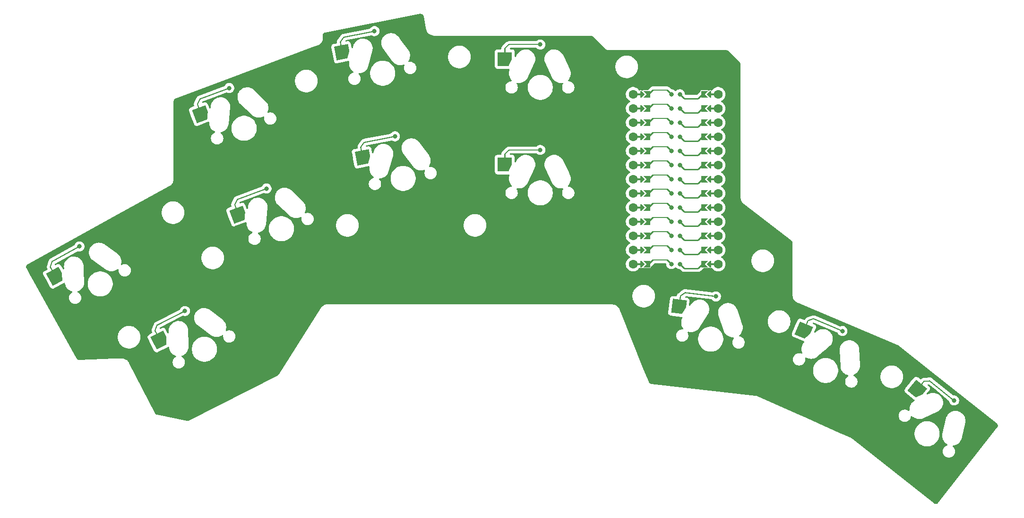
<source format=gbr>
%TF.GenerationSoftware,KiCad,Pcbnew,9.0.3*%
%TF.CreationDate,2025-08-09T00:32:57-04:00*%
%TF.ProjectId,darling,6461726c-696e-4672-9e6b-696361645f70,rev?*%
%TF.SameCoordinates,Original*%
%TF.FileFunction,Copper,L1,Top*%
%TF.FilePolarity,Positive*%
%FSLAX46Y46*%
G04 Gerber Fmt 4.6, Leading zero omitted, Abs format (unit mm)*
G04 Created by KiCad (PCBNEW 9.0.3) date 2025-08-09 00:32:57*
%MOMM*%
%LPD*%
G01*
G04 APERTURE LIST*
G04 Aperture macros list*
%AMRoundRect*
0 Rectangle with rounded corners*
0 $1 Rounding radius*
0 $2 $3 $4 $5 $6 $7 $8 $9 X,Y pos of 4 corners*
0 Add a 4 corners polygon primitive as box body*
4,1,4,$2,$3,$4,$5,$6,$7,$8,$9,$2,$3,0*
0 Add four circle primitives for the rounded corners*
1,1,$1+$1,$2,$3*
1,1,$1+$1,$4,$5*
1,1,$1+$1,$6,$7*
1,1,$1+$1,$8,$9*
0 Add four rect primitives between the rounded corners*
20,1,$1+$1,$2,$3,$4,$5,0*
20,1,$1+$1,$4,$5,$6,$7,0*
20,1,$1+$1,$6,$7,$8,$9,0*
20,1,$1+$1,$8,$9,$2,$3,0*%
%AMRotRect*
0 Rectangle, with rotation*
0 The origin of the aperture is its center*
0 $1 length*
0 $2 width*
0 $3 Rotation angle, in degrees counterclockwise*
0 Add horizontal line*
21,1,$1,$2,0,0,$3*%
%AMFreePoly0*
4,1,6,1.275000,-0.649999,0.685000,-1.900000,-1.275000,-1.899999,-1.275000,0.599999,1.275000,0.599999,1.275000,-0.649999,1.275000,-0.649999,$1*%
%AMFreePoly1*
4,1,43,0.019509,0.098080,0.055557,0.083147,0.083147,0.055556,0.098079,0.019509,0.098080,-0.019509,0.083147,-0.055557,0.055556,-0.083147,0.019509,-0.098079,0.000000,-0.100000,-5.260965,-0.100000,-5.960000,-0.743849,-5.960000,-2.220001,-5.961921,-2.239510,-5.976853,-2.275558,-6.004443,-2.303148,-6.040491,-2.318080,-6.079509,-2.318080,-6.115557,-2.303148,-6.143147,-2.275558,-6.158079,-2.239510,
-6.160000,-2.220001,-6.160000,-0.700000,-6.158079,-0.680491,-6.157279,-0.678563,-6.157195,-0.676480,-6.149839,-0.660599,-6.143147,-0.644442,-6.141673,-0.642969,-6.140796,-0.641075,-6.127748,-0.626445,-5.367748,0.073554,-5.357178,0.081525,-5.355557,0.083147,-5.354384,0.083632,-5.352097,0.085358,-5.335670,0.091384,-5.319509,0.098079,-5.316657,0.098359,-5.315466,0.098797,-5.313173,0.098702,
-5.300000,0.100000,0.000000,0.100000,0.019509,0.098080,0.019509,0.098080,$1*%
%AMFreePoly2*
4,1,6,0.600000,-0.250000,-0.600000,-0.250000,-0.600000,1.000000,0.000000,0.400000,0.600000,1.000000,0.600000,-0.250000,0.600000,-0.250000,$1*%
%AMFreePoly3*
4,1,34,0.069446,4.167933,0.088388,4.152388,0.850389,3.390388,0.865934,3.371446,0.884598,3.326386,0.887000,3.302000,0.887000,0.762000,0.884598,0.737613,0.865934,0.692554,0.850389,0.673612,0.088388,-0.088388,0.069456,-0.103923,0.069446,-0.103934,0.024386,-0.122598,-0.024386,-0.122598,-0.024387,-0.122598,-0.069446,-0.103934,-0.103934,-0.069446,-0.122598,-0.024386,-0.122598,0.024386,
-0.103934,0.069446,-0.103923,0.069456,-0.088388,0.088388,0.637000,0.813776,0.637000,3.250223,-0.088388,3.975612,-0.103933,3.994554,-0.122598,4.039613,-0.122598,4.088387,-0.103933,4.133446,-0.069446,4.167933,-0.024387,4.186598,0.024387,4.186598,0.069446,4.167933,0.069446,4.167933,$1*%
%AMFreePoly4*
4,1,34,0.069446,4.167933,0.088388,4.152388,0.854389,3.386388,0.869934,3.367446,0.888598,3.322386,0.891000,3.298000,0.891000,0.766000,0.888598,0.741614,0.869934,0.696554,0.854389,0.677612,0.088388,-0.088388,0.069456,-0.103923,0.069446,-0.103934,0.024386,-0.122598,-0.024386,-0.122598,-0.024387,-0.122598,-0.069446,-0.103934,-0.103934,-0.069446,-0.122598,-0.024386,-0.122598,0.024386,
-0.103934,0.069446,-0.103923,0.069456,-0.088388,0.088388,0.641000,0.817776,0.641000,3.246223,-0.088388,3.975612,-0.103933,3.994554,-0.122598,4.039613,-0.122598,4.088387,-0.103933,4.133446,-0.069446,4.167933,-0.024387,4.186598,0.024387,4.186598,0.069446,4.167933,0.069446,4.167933,$1*%
%AMFreePoly5*
4,1,6,0.600000,0.200000,0.000000,-0.400000,-0.600000,0.200000,-0.600000,0.400000,0.600000,0.400000,0.600000,0.200000,0.600000,0.200000,$1*%
G04 Aperture macros list end*
%TA.AperFunction,SMDPad,CuDef*%
%ADD10FreePoly0,11.000000*%
%TD*%
%TA.AperFunction,SMDPad,CuDef*%
%ADD11FreePoly1,11.000000*%
%TD*%
%TA.AperFunction,ComponentPad*%
%ADD12C,0.800000*%
%TD*%
%TA.AperFunction,SMDPad,CuDef*%
%ADD13RotRect,2.550000X2.500000X11.000000*%
%TD*%
%TA.AperFunction,SMDPad,CuDef*%
%ADD14FreePoly0,20.360000*%
%TD*%
%TA.AperFunction,SMDPad,CuDef*%
%ADD15FreePoly1,20.360000*%
%TD*%
%TA.AperFunction,SMDPad,CuDef*%
%ADD16RotRect,2.550000X2.500000X20.360000*%
%TD*%
%TA.AperFunction,SMDPad,CuDef*%
%ADD17FreePoly0,0.000000*%
%TD*%
%TA.AperFunction,SMDPad,CuDef*%
%ADD18FreePoly1,0.000000*%
%TD*%
%TA.AperFunction,SMDPad,CuDef*%
%ADD19R,2.550000X2.500000*%
%TD*%
%TA.AperFunction,SMDPad,CuDef*%
%ADD20FreePoly0,353.000000*%
%TD*%
%TA.AperFunction,SMDPad,CuDef*%
%ADD21FreePoly1,353.000000*%
%TD*%
%TA.AperFunction,SMDPad,CuDef*%
%ADD22RotRect,2.550000X2.500000X353.000000*%
%TD*%
%TA.AperFunction,SMDPad,CuDef*%
%ADD23FreePoly0,321.000000*%
%TD*%
%TA.AperFunction,SMDPad,CuDef*%
%ADD24FreePoly1,321.000000*%
%TD*%
%TA.AperFunction,SMDPad,CuDef*%
%ADD25RotRect,2.550000X2.500000X321.000000*%
%TD*%
%TA.AperFunction,SMDPad,CuDef*%
%ADD26FreePoly0,29.000000*%
%TD*%
%TA.AperFunction,SMDPad,CuDef*%
%ADD27FreePoly1,29.000000*%
%TD*%
%TA.AperFunction,SMDPad,CuDef*%
%ADD28RotRect,2.550000X2.500000X29.000000*%
%TD*%
%TA.AperFunction,SMDPad,CuDef*%
%ADD29FreePoly0,337.000000*%
%TD*%
%TA.AperFunction,SMDPad,CuDef*%
%ADD30FreePoly1,337.000000*%
%TD*%
%TA.AperFunction,SMDPad,CuDef*%
%ADD31RotRect,2.550000X2.500000X337.000000*%
%TD*%
%TA.AperFunction,SMDPad,CuDef*%
%ADD32FreePoly0,27.000000*%
%TD*%
%TA.AperFunction,SMDPad,CuDef*%
%ADD33FreePoly1,27.000000*%
%TD*%
%TA.AperFunction,SMDPad,CuDef*%
%ADD34RotRect,2.550000X2.500000X27.000000*%
%TD*%
%TA.AperFunction,SMDPad,CuDef*%
%ADD35FreePoly2,90.000000*%
%TD*%
%TA.AperFunction,SMDPad,CuDef*%
%ADD36FreePoly3,90.000000*%
%TD*%
%TA.AperFunction,SMDPad,CuDef*%
%ADD37FreePoly4,270.000000*%
%TD*%
%TA.AperFunction,SMDPad,CuDef*%
%ADD38FreePoly2,270.000000*%
%TD*%
%TA.AperFunction,ComponentPad*%
%ADD39C,1.600000*%
%TD*%
%TA.AperFunction,SMDPad,CuDef*%
%ADD40RoundRect,0.075000X0.425000X-0.075000X0.425000X0.075000X-0.425000X0.075000X-0.425000X-0.075000X0*%
%TD*%
%TA.AperFunction,SMDPad,CuDef*%
%ADD41FreePoly5,90.000000*%
%TD*%
%TA.AperFunction,SMDPad,CuDef*%
%ADD42FreePoly5,270.000000*%
%TD*%
%TA.AperFunction,SMDPad,CuDef*%
%ADD43RoundRect,0.075000X-0.425000X0.075000X-0.425000X-0.075000X0.425000X-0.075000X0.425000X0.075000X0*%
%TD*%
%TA.AperFunction,ViaPad*%
%ADD44C,0.600000*%
%TD*%
G04 APERTURE END LIST*
D10*
%TO.P,sw3,1*%
%TO.N,sw3*%
X86622479Y-36620899D03*
D11*
X92195246Y-33530791D03*
D12*
X92489734Y-33473548D03*
D13*
%TO.P,sw3,2*%
%TO.N,gnd*%
X100826696Y-37109584D03*
%TD*%
D14*
%TO.P,sw5,1*%
%TO.N,sw5*%
X61169301Y-47757681D03*
D15*
X66165305Y-43802376D03*
D12*
X66446563Y-43698001D03*
D16*
%TO.P,sw5,2*%
%TO.N,gnd*%
X75263880Y-45929725D03*
%TD*%
D17*
%TO.P,sw2,1*%
%TO.N,sw2*%
X115838037Y-56768162D03*
D18*
X121898037Y-54798162D03*
D12*
X122198037Y-54798162D03*
D19*
%TO.P,sw2,2*%
%TO.N,gnd*%
X129688037Y-59958161D03*
%TD*%
D20*
%TO.P,sw9,1*%
%TO.N,sw9*%
X147117982Y-82275863D03*
D21*
X153372894Y-81059075D03*
D12*
X153670658Y-81095636D03*
D22*
%TO.P,sw9,2*%
%TO.N,gnd*%
X160475983Y-87129974D03*
%TD*%
D23*
%TO.P,sw11,1*%
%TO.N,sw11*%
X190158894Y-97285478D03*
D24*
X196108160Y-99568182D03*
D12*
X196341303Y-99756978D03*
D25*
%TO.P,sw11,2*%
%TO.N,gnd*%
X198914834Y-108480660D03*
%TD*%
D26*
%TO.P,sw7,1*%
%TO.N,sw7*%
X35019797Y-76903179D03*
D27*
X39364917Y-72242232D03*
D12*
X39627303Y-72096789D03*
D28*
%TO.P,sw7,2*%
%TO.N,gnd*%
X48679822Y-72978602D03*
%TD*%
D29*
%TO.P,sw10,1*%
%TO.N,sw10*%
X169696789Y-86625530D03*
D30*
X176044789Y-87179967D03*
D12*
X176320940Y-87297186D03*
D31*
%TO.P,sw10,2*%
%TO.N,gnd*%
X181199350Y-94973566D03*
%TD*%
D32*
%TO.P,sw8,1*%
%TO.N,sw8*%
X53750056Y-88340748D03*
D33*
X58255194Y-83834283D03*
D12*
X58522496Y-83698086D03*
D34*
%TO.P,sw8,2*%
%TO.N,gnd*%
X67538725Y-84895290D03*
%TD*%
D35*
%TO.P,ctl1,002*%
%TO.N,sw5*%
X141616000Y-62583000D03*
D36*
X145680000Y-62583000D03*
D12*
X145680000Y-62583000D03*
D37*
%TO.P,ctl1,006*%
%TO.N,N/C*%
X147204000Y-47343000D03*
D12*
X147204000Y-47343000D03*
D38*
X151268000Y-47343000D03*
D37*
%TO.P,ctl1,008*%
X147204000Y-49883000D03*
D12*
X147204000Y-49883000D03*
D38*
X151268000Y-49883000D03*
D35*
%TO.P,ctl1,009*%
%TO.N,sw2*%
X141616000Y-75283000D03*
D36*
X145680000Y-75283000D03*
D12*
X145680000Y-75283000D03*
D35*
%TO.P,ctl1,010*%
%TO.N,sw4*%
X141616000Y-72743000D03*
D36*
X145680000Y-72743000D03*
D12*
X145680000Y-72743000D03*
D37*
%TO.P,ctl1,011*%
%TO.N,sw10*%
X147204000Y-70203000D03*
D12*
X147204000Y-70203000D03*
D38*
X151268000Y-70203000D03*
D37*
%TO.P,ctl1,017*%
%TO.N,N/C*%
X147204000Y-57503000D03*
D12*
X147204000Y-57503000D03*
D38*
X151268000Y-57503000D03*
D37*
%TO.P,ctl1,020*%
X147204000Y-60043000D03*
D12*
X147204000Y-60043000D03*
D38*
X151268000Y-60043000D03*
D37*
%TO.P,ctl1,022*%
X147204000Y-62583000D03*
D12*
X147204000Y-62583000D03*
D38*
X151268000Y-62583000D03*
D37*
%TO.P,ctl1,024*%
X147204000Y-65123000D03*
D12*
X147204000Y-65123000D03*
D38*
X151268000Y-65123000D03*
D35*
%TO.P,ctl1,029*%
%TO.N,sw3*%
X141616000Y-60043000D03*
D36*
X145680000Y-60043000D03*
D12*
X145680000Y-60043000D03*
D35*
%TO.P,ctl1,031*%
%TO.N,sw1*%
X141616000Y-57503000D03*
D36*
X145680000Y-57503000D03*
D12*
X145680000Y-57503000D03*
D37*
%TO.P,ctl1,100*%
%TO.N,N/C*%
X147204000Y-67663000D03*
D12*
X147204000Y-67663000D03*
D38*
X151268000Y-67663000D03*
D37*
%TO.P,ctl1,104*%
%TO.N,sw11*%
X147204000Y-72743000D03*
D12*
X147204000Y-72743000D03*
D38*
X151268000Y-72743000D03*
D37*
%TO.P,ctl1,106*%
%TO.N,sw9*%
X147204000Y-75283000D03*
D12*
X147204000Y-75283000D03*
D38*
X151268000Y-75283000D03*
D35*
%TO.P,ctl1,111*%
%TO.N,sw6*%
X141616000Y-70203000D03*
D36*
X145680000Y-70203000D03*
D12*
X145680000Y-70203000D03*
D35*
%TO.P,ctl1,113*%
%TO.N,sw8*%
X141616000Y-67663000D03*
D36*
X145680000Y-67663000D03*
D12*
X145680000Y-67663000D03*
D35*
%TO.P,ctl1,115*%
%TO.N,sw7*%
X141616000Y-65123000D03*
D36*
X145680000Y-65123000D03*
D12*
X145680000Y-65123000D03*
D35*
%TO.P,ctl1,b+*%
%TO.N,N/C*%
X141612000Y-44800000D03*
D36*
X145676000Y-44800000D03*
D12*
X145676000Y-44800000D03*
D37*
%TO.P,ctl1,b-*%
X147200000Y-44800000D03*
D12*
X147200000Y-44800000D03*
D38*
X151264000Y-44800000D03*
D39*
%TO.P,ctl1,disconnected*%
X138818000Y-44800000D03*
X138822000Y-47343000D03*
X138822000Y-49883000D03*
X138822000Y-52423000D03*
X138822000Y-54963000D03*
X138822000Y-57503000D03*
X138822000Y-60043000D03*
X138822000Y-62583000D03*
X138822000Y-65123000D03*
X138822000Y-67663000D03*
X138822000Y-70203000D03*
X138822000Y-72743000D03*
X138822000Y-75283000D03*
D40*
X139914000Y-44799993D03*
X139918000Y-47342993D03*
X139918000Y-49882993D03*
X139918000Y-52422993D03*
X139918000Y-54962993D03*
X139918000Y-57502993D03*
X139918000Y-60042993D03*
X139918000Y-62582993D03*
X139918000Y-65122993D03*
X139918000Y-67662993D03*
X139918000Y-70202993D03*
X139918000Y-72742993D03*
X139918000Y-75282993D03*
D41*
X140504000Y-44800000D03*
X140508000Y-47343000D03*
X140508000Y-49883000D03*
X140508000Y-52423000D03*
X140508000Y-54963000D03*
X140508000Y-57503000D03*
X140508000Y-60043000D03*
X140508000Y-62583000D03*
X140508000Y-65123000D03*
X140508000Y-67663000D03*
X140508000Y-70203000D03*
X140508000Y-72743000D03*
X140508000Y-75283000D03*
D42*
X152372000Y-44800000D03*
X152376000Y-47343000D03*
X152376000Y-49883000D03*
X152376000Y-52423000D03*
X152376000Y-54963000D03*
X152376000Y-57503000D03*
X152376000Y-60043000D03*
X152376000Y-62583000D03*
X152376000Y-65123000D03*
X152376000Y-67663000D03*
X152376000Y-70203000D03*
X152376000Y-72743000D03*
X152376000Y-75283000D03*
D43*
X152962000Y-44800000D03*
X152966000Y-47343000D03*
X152966000Y-49883000D03*
X152966000Y-52423000D03*
X152966000Y-54963000D03*
X152966000Y-57503000D03*
X152966000Y-60043000D03*
X152966000Y-62583000D03*
X152966000Y-65123000D03*
X152966000Y-67663000D03*
X152966000Y-70203000D03*
X152966000Y-72743000D03*
X152966000Y-75283000D03*
D39*
X154058000Y-44800000D03*
X154062000Y-47343000D03*
X154062000Y-49883000D03*
X154062000Y-52423000D03*
X154062000Y-54963000D03*
X154062000Y-57503000D03*
X154062000Y-60043000D03*
X154062000Y-62583000D03*
X154062000Y-65123000D03*
X154062000Y-67663000D03*
X154062000Y-70203000D03*
X154062000Y-72743000D03*
X154062000Y-75283000D03*
D35*
%TO.P,ctl1,gnd*%
X141616000Y-49883000D03*
D36*
X145680000Y-49883000D03*
D12*
X145680000Y-49883000D03*
D37*
X147204000Y-52423000D03*
D12*
X147204000Y-52423000D03*
D37*
X147204000Y-54963000D03*
D12*
X147204000Y-54963000D03*
D38*
X151268000Y-52423000D03*
X151268000Y-54963000D03*
D35*
%TO.P,ctl1,raw*%
X141616000Y-47343000D03*
D36*
X145680000Y-47343000D03*
D12*
X145680000Y-47343000D03*
D35*
%TO.P,ctl1,rst*%
X141616000Y-52423000D03*
D36*
X145680000Y-52423000D03*
D12*
X145680000Y-52423000D03*
D35*
%TO.P,ctl1,vcc*%
X141616000Y-54963000D03*
D36*
X145680000Y-54963000D03*
D12*
X145680000Y-54963000D03*
%TD*%
D17*
%TO.P,sw1,1*%
%TO.N,sw1*%
X115838037Y-37843162D03*
D18*
X121898037Y-35873162D03*
D12*
X122198037Y-35873162D03*
D19*
%TO.P,sw1,2*%
%TO.N,gnd*%
X129688037Y-41033161D03*
%TD*%
D10*
%TO.P,sw4,1*%
%TO.N,sw4*%
X90291736Y-55497589D03*
D11*
X95864503Y-52407481D03*
D12*
X96158991Y-52350238D03*
D13*
%TO.P,sw4,2*%
%TO.N,gnd*%
X104495953Y-55986274D03*
%TD*%
D14*
%TO.P,sw6,1*%
%TO.N,sw6*%
X67859757Y-65786290D03*
D15*
X72855761Y-61830985D03*
D12*
X73137019Y-61726610D03*
D16*
%TO.P,sw6,2*%
%TO.N,gnd*%
X81954336Y-63958334D03*
%TD*%
D44*
%TO.N,gnd*%
X114300000Y-54356000D03*
X146304000Y-78232000D03*
X74168000Y-52324000D03*
X164084000Y-81788000D03*
X164084000Y-76708000D03*
X114300000Y-45212000D03*
X78740000Y-55880000D03*
X51308000Y-78232000D03*
%TD*%
%TA.AperFunction,Conductor*%
%TO.N,gnd*%
G36*
X100842806Y-30377143D02*
G01*
X100925802Y-30389261D01*
X100952643Y-30396318D01*
X101030875Y-30426601D01*
X101055472Y-30439454D01*
X101119653Y-30482769D01*
X101124998Y-30486376D01*
X101146125Y-30504383D01*
X101203468Y-30565593D01*
X101220061Y-30587850D01*
X101262350Y-30660285D01*
X101273575Y-30685674D01*
X101300915Y-30772791D01*
X101304327Y-30786268D01*
X101316738Y-30850141D01*
X101316757Y-30850217D01*
X101715095Y-32899506D01*
X101765462Y-33158621D01*
X101765601Y-33159153D01*
X101770874Y-33186291D01*
X101773402Y-33199304D01*
X101804702Y-33286370D01*
X101851322Y-33416054D01*
X101961402Y-33618364D01*
X101961404Y-33618366D01*
X101961407Y-33618372D01*
X102056981Y-33743695D01*
X102101081Y-33801522D01*
X102101089Y-33801530D01*
X102267061Y-33961204D01*
X102267070Y-33961212D01*
X102359501Y-34026205D01*
X102455479Y-34093693D01*
X102661903Y-34195872D01*
X102881504Y-34265350D01*
X102881509Y-34265350D01*
X102881510Y-34265351D01*
X102936992Y-34273918D01*
X103109135Y-34300502D01*
X103224300Y-34300500D01*
X103290192Y-34300500D01*
X131219908Y-34300500D01*
X131279676Y-34300500D01*
X131291897Y-34301104D01*
X131341043Y-34305971D01*
X131371580Y-34308996D01*
X131395550Y-34313791D01*
X131425935Y-34323063D01*
X131466260Y-34335368D01*
X131488815Y-34344769D01*
X131553919Y-34379798D01*
X131574193Y-34393441D01*
X131611350Y-34424176D01*
X131635673Y-34444294D01*
X131644297Y-34452138D01*
X131644429Y-34452270D01*
X131686988Y-34495206D01*
X131687950Y-34495767D01*
X131692526Y-34500340D01*
X131694314Y-34502128D01*
X131694317Y-34502133D01*
X131694337Y-34502151D01*
X133604011Y-36411825D01*
X133607184Y-36415428D01*
X133621838Y-36429955D01*
X133621867Y-36430009D01*
X133621873Y-36430004D01*
X133662025Y-36469840D01*
X133662372Y-36470186D01*
X133706849Y-36514663D01*
X133709812Y-36517251D01*
X133727140Y-36534443D01*
X133758301Y-36558176D01*
X133882770Y-36652977D01*
X134052465Y-36750300D01*
X134052469Y-36750301D01*
X134052473Y-36750304D01*
X134233373Y-36824779D01*
X134422410Y-36875140D01*
X134616385Y-36900535D01*
X134714200Y-36900500D01*
X134780092Y-36900500D01*
X155519908Y-36900500D01*
X155579676Y-36900500D01*
X155591897Y-36901104D01*
X155641043Y-36905971D01*
X155671580Y-36908996D01*
X155695550Y-36913791D01*
X155713345Y-36919221D01*
X155766260Y-36935368D01*
X155788815Y-36944769D01*
X155853919Y-36979798D01*
X155874196Y-36993444D01*
X155935673Y-37044295D01*
X155944295Y-37052137D01*
X155944532Y-37052374D01*
X155986988Y-37095206D01*
X155987950Y-37095767D01*
X155992591Y-37100405D01*
X155994313Y-37102127D01*
X155994316Y-37102132D01*
X155994337Y-37102151D01*
X157902259Y-39010072D01*
X157902280Y-39010095D01*
X157948881Y-39056695D01*
X157957055Y-39065713D01*
X158007564Y-39127259D01*
X158021068Y-39147470D01*
X158055712Y-39212285D01*
X158065015Y-39234745D01*
X158086347Y-39305073D01*
X158091089Y-39328913D01*
X158098902Y-39408245D01*
X158099499Y-39420398D01*
X158099499Y-39490086D01*
X158099500Y-39490099D01*
X158099500Y-63326700D01*
X158099449Y-63409535D01*
X158113709Y-63518869D01*
X158124657Y-63602809D01*
X158174645Y-63791171D01*
X158174648Y-63791182D01*
X158198178Y-63848570D01*
X158248587Y-63971516D01*
X158345229Y-64140772D01*
X158462951Y-64296106D01*
X158569899Y-64404599D01*
X158599777Y-64434909D01*
X158618642Y-64449619D01*
X158625632Y-64455069D01*
X158626193Y-64455807D01*
X158677348Y-64495396D01*
X158728564Y-64535381D01*
X158728566Y-64535381D01*
X158732765Y-64538660D01*
X158736654Y-64541294D01*
X167171255Y-71068896D01*
X167200114Y-71091230D01*
X167210722Y-71100447D01*
X167272008Y-71160119D01*
X167276542Y-71164533D01*
X167294297Y-71186248D01*
X167340195Y-71257534D01*
X167352615Y-71282687D01*
X167381313Y-71362459D01*
X167387762Y-71389757D01*
X167398628Y-71480911D01*
X167399500Y-71495588D01*
X167399500Y-80911702D01*
X167399507Y-80911817D01*
X167399508Y-80947885D01*
X167399509Y-80947889D01*
X167431523Y-81165309D01*
X167473414Y-81304472D01*
X167494871Y-81375755D01*
X167578342Y-81553712D01*
X167588200Y-81574728D01*
X167709514Y-81757976D01*
X167709526Y-81757991D01*
X167856225Y-81921592D01*
X167856231Y-81921598D01*
X167856235Y-81921602D01*
X168025224Y-82062108D01*
X168025226Y-82062109D01*
X168212871Y-82176493D01*
X168212875Y-82176495D01*
X168212877Y-82176496D01*
X168212879Y-82176497D01*
X168253365Y-82193675D01*
X168253377Y-82193684D01*
X168314035Y-82219418D01*
X168314040Y-82219420D01*
X168314041Y-82219421D01*
X168338918Y-82229975D01*
X168374694Y-82245153D01*
X168374695Y-82245153D01*
X186313193Y-89855525D01*
X186316005Y-89856762D01*
X186335528Y-89865656D01*
X186341246Y-89868443D01*
X186353070Y-89874592D01*
X186372892Y-89887437D01*
X192221220Y-94524572D01*
X203957391Y-103830174D01*
X203957397Y-103830180D01*
X204006389Y-103869027D01*
X204016732Y-103878213D01*
X204080970Y-103942032D01*
X204098282Y-103963576D01*
X204143041Y-104034151D01*
X204155152Y-104059004D01*
X204183153Y-104137731D01*
X204189457Y-104164657D01*
X204199314Y-104247634D01*
X204199494Y-104275284D01*
X204190719Y-104358376D01*
X204184767Y-104385381D01*
X204157793Y-104464469D01*
X204146003Y-104489483D01*
X204098401Y-104566748D01*
X204090491Y-104578113D01*
X204050457Y-104629283D01*
X204050451Y-104629292D01*
X193478922Y-118142144D01*
X193469765Y-118152586D01*
X193406186Y-118217380D01*
X193384688Y-118234868D01*
X193314191Y-118280145D01*
X193289348Y-118292421D01*
X193210552Y-118320913D01*
X193183600Y-118327365D01*
X193100449Y-118337645D01*
X193072740Y-118337951D01*
X192989381Y-118329508D01*
X192962292Y-118323651D01*
X192882886Y-118296903D01*
X192857779Y-118285179D01*
X192808908Y-118255293D01*
X192780880Y-118238153D01*
X192768536Y-118229533D01*
X178210805Y-106687148D01*
X178210805Y-106687147D01*
X178210468Y-106686879D01*
X178164205Y-106649872D01*
X178161543Y-106648090D01*
X178160597Y-106647340D01*
X178160596Y-106647339D01*
X178160380Y-106647168D01*
X178156362Y-106644621D01*
X178058502Y-106579118D01*
X178058471Y-106579099D01*
X177956033Y-106522452D01*
X177950073Y-106519156D01*
X177949241Y-106518480D01*
X177947203Y-106517568D01*
X177947158Y-106517544D01*
X177945232Y-106516683D01*
X177945228Y-106516681D01*
X177918948Y-106504935D01*
X177897622Y-106495403D01*
X177897615Y-106495397D01*
X177897615Y-106495400D01*
X176125231Y-105703040D01*
X175881106Y-105593902D01*
X189251136Y-105593902D01*
X189251136Y-105888101D01*
X189251137Y-105888118D01*
X189289537Y-106179798D01*
X189365688Y-106463996D01*
X189478270Y-106735796D01*
X189478278Y-106735812D01*
X189625376Y-106990591D01*
X189625387Y-106990607D01*
X189804484Y-107224011D01*
X189804490Y-107224018D01*
X190012519Y-107432047D01*
X190012526Y-107432053D01*
X190178741Y-107559594D01*
X190245939Y-107611157D01*
X190245946Y-107611161D01*
X190500725Y-107758259D01*
X190500741Y-107758267D01*
X190772541Y-107870849D01*
X190772543Y-107870849D01*
X190772549Y-107870852D01*
X191056736Y-107947000D01*
X191348430Y-107985402D01*
X191348437Y-107985402D01*
X191642635Y-107985402D01*
X191642642Y-107985402D01*
X191934336Y-107947000D01*
X192218523Y-107870852D01*
X192356067Y-107813880D01*
X192490330Y-107758267D01*
X192490333Y-107758265D01*
X192490339Y-107758263D01*
X192745133Y-107611157D01*
X192978547Y-107432052D01*
X193186586Y-107224013D01*
X193365691Y-106990599D01*
X193512797Y-106735805D01*
X193517532Y-106724375D01*
X193625383Y-106463996D01*
X193625382Y-106463996D01*
X193625386Y-106463989D01*
X193701534Y-106179802D01*
X193718716Y-106049291D01*
X194227737Y-106049291D01*
X194235744Y-106278605D01*
X194235744Y-106278611D01*
X194273619Y-106504935D01*
X194329326Y-106687148D01*
X194340708Y-106724375D01*
X194435868Y-106933182D01*
X194557467Y-107127782D01*
X194703427Y-107304845D01*
X194871248Y-107461341D01*
X194871251Y-107461343D01*
X194871252Y-107461344D01*
X195058054Y-107594589D01*
X195058058Y-107594591D01*
X195058062Y-107594594D01*
X195090524Y-107611854D01*
X195140476Y-107660707D01*
X195156086Y-107728810D01*
X195132398Y-107794542D01*
X195076934Y-107837033D01*
X195070630Y-107839271D01*
X194966246Y-107873188D01*
X194811777Y-107951894D01*
X194731757Y-108010032D01*
X194671524Y-108053795D01*
X194671522Y-108053797D01*
X194671521Y-108053797D01*
X194548939Y-108176379D01*
X194548939Y-108176380D01*
X194548937Y-108176382D01*
X194505174Y-108236615D01*
X194447036Y-108316635D01*
X194368329Y-108471104D01*
X194368328Y-108471107D01*
X194314758Y-108635982D01*
X194287638Y-108807208D01*
X194287638Y-108980583D01*
X194314758Y-109151809D01*
X194368328Y-109316684D01*
X194368329Y-109316687D01*
X194447036Y-109471156D01*
X194548937Y-109611410D01*
X194671524Y-109733997D01*
X194811778Y-109835898D01*
X194887540Y-109874500D01*
X194966246Y-109914604D01*
X194966249Y-109914605D01*
X195048686Y-109941390D01*
X195131126Y-109968176D01*
X195210429Y-109980736D01*
X195302351Y-109995296D01*
X195302356Y-109995296D01*
X195475725Y-109995296D01*
X195558733Y-109982148D01*
X195646950Y-109968176D01*
X195811829Y-109914604D01*
X195966298Y-109835898D01*
X196106552Y-109733997D01*
X196229139Y-109611410D01*
X196331040Y-109471156D01*
X196409746Y-109316687D01*
X196463318Y-109151808D01*
X196477290Y-109063591D01*
X196490438Y-108980583D01*
X196490438Y-108807208D01*
X196474660Y-108707598D01*
X196463318Y-108635984D01*
X196409746Y-108471105D01*
X196409746Y-108471104D01*
X196331039Y-108316635D01*
X196229139Y-108176382D01*
X196107970Y-108055213D01*
X196074485Y-107993890D01*
X196079469Y-107924198D01*
X196121341Y-107868265D01*
X196175184Y-107845233D01*
X196383252Y-107810414D01*
X196602692Y-107743325D01*
X196811499Y-107648165D01*
X197006099Y-107526566D01*
X197183162Y-107380606D01*
X197339658Y-107212785D01*
X197472911Y-107025971D01*
X197580639Y-106823363D01*
X197661000Y-106608428D01*
X198342482Y-103656605D01*
X198364474Y-103428194D01*
X198356467Y-103198866D01*
X198318593Y-102972544D01*
X198251504Y-102753104D01*
X198157723Y-102547322D01*
X198156347Y-102544303D01*
X198156342Y-102544294D01*
X198142193Y-102521650D01*
X198034745Y-102349698D01*
X198034743Y-102349695D01*
X197888789Y-102172637D01*
X197720964Y-102016139D01*
X197720962Y-102016137D01*
X197534157Y-101882890D01*
X197534152Y-101882887D01*
X197517791Y-101874188D01*
X197331542Y-101775158D01*
X197331537Y-101775156D01*
X197331535Y-101775155D01*
X197331533Y-101775154D01*
X197116611Y-101694797D01*
X197116608Y-101694796D01*
X196893021Y-101643177D01*
X196893017Y-101643176D01*
X196691846Y-101623806D01*
X196664609Y-101621184D01*
X196664608Y-101621184D01*
X196664602Y-101621183D01*
X196435287Y-101629191D01*
X196435282Y-101629191D01*
X196208959Y-101667066D01*
X195989521Y-101734154D01*
X195780719Y-101829311D01*
X195780710Y-101829316D01*
X195586111Y-101950915D01*
X195409054Y-102096868D01*
X195252550Y-102264699D01*
X195119305Y-102451500D01*
X195119302Y-102451505D01*
X195011570Y-102654123D01*
X195011569Y-102654124D01*
X194931213Y-102869047D01*
X194931210Y-102869056D01*
X194249731Y-105820873D01*
X194249730Y-105820877D01*
X194227738Y-106049286D01*
X194227737Y-106049291D01*
X193718716Y-106049291D01*
X193739936Y-105888108D01*
X193739936Y-105593896D01*
X193701534Y-105302202D01*
X193625386Y-105018015D01*
X193584712Y-104919818D01*
X193512801Y-104746207D01*
X193512793Y-104746191D01*
X193365695Y-104491412D01*
X193365691Y-104491405D01*
X193207820Y-104285664D01*
X193186587Y-104257992D01*
X193186581Y-104257985D01*
X192978552Y-104049956D01*
X192978545Y-104049950D01*
X192745141Y-103870853D01*
X192745139Y-103870851D01*
X192745133Y-103870847D01*
X192745128Y-103870844D01*
X192745125Y-103870842D01*
X192490346Y-103723744D01*
X192490330Y-103723736D01*
X192218530Y-103611154D01*
X192182131Y-103601401D01*
X191934336Y-103535004D01*
X191934335Y-103535003D01*
X191934332Y-103535003D01*
X191642652Y-103496603D01*
X191642647Y-103496602D01*
X191642642Y-103496602D01*
X191348430Y-103496602D01*
X191348424Y-103496602D01*
X191348419Y-103496603D01*
X191056739Y-103535003D01*
X190772541Y-103611154D01*
X190500741Y-103723736D01*
X190500725Y-103723744D01*
X190245946Y-103870842D01*
X190245930Y-103870853D01*
X190012526Y-104049950D01*
X190012519Y-104049956D01*
X189804490Y-104257985D01*
X189804484Y-104257992D01*
X189625387Y-104491396D01*
X189625376Y-104491412D01*
X189478278Y-104746191D01*
X189478270Y-104746207D01*
X189365688Y-105018007D01*
X189289537Y-105302205D01*
X189251137Y-105593885D01*
X189251136Y-105593902D01*
X175881106Y-105593902D01*
X169008963Y-102521650D01*
X168766630Y-102413313D01*
X186391835Y-102413313D01*
X186391835Y-102586688D01*
X186418955Y-102757914D01*
X186472525Y-102922789D01*
X186472526Y-102922792D01*
X186536340Y-103048032D01*
X186551233Y-103077261D01*
X186653134Y-103217515D01*
X186775721Y-103340102D01*
X186915975Y-103442003D01*
X186991737Y-103480605D01*
X187070443Y-103520709D01*
X187070446Y-103520710D01*
X187152883Y-103547495D01*
X187235323Y-103574281D01*
X187314626Y-103586841D01*
X187406548Y-103601401D01*
X187406553Y-103601401D01*
X187579922Y-103601401D01*
X187662930Y-103588253D01*
X187751147Y-103574281D01*
X187916026Y-103520709D01*
X188070495Y-103442003D01*
X188210749Y-103340102D01*
X188333336Y-103217515D01*
X188435237Y-103077261D01*
X188513943Y-102922792D01*
X188567515Y-102757913D01*
X188593924Y-102591173D01*
X188623853Y-102528038D01*
X188683165Y-102491107D01*
X188753027Y-102492105D01*
X188811259Y-102530714D01*
X188820517Y-102541747D01*
X188825185Y-102547311D01*
X188825196Y-102547322D01*
X188994371Y-102702342D01*
X189066868Y-102753104D01*
X189182337Y-102833956D01*
X189249764Y-102869056D01*
X189352990Y-102922792D01*
X189385878Y-102939912D01*
X189601507Y-103018395D01*
X189825536Y-103068061D01*
X190054129Y-103088060D01*
X190283379Y-103078051D01*
X190509360Y-103038204D01*
X190728207Y-102969202D01*
X193473838Y-101688893D01*
X193667369Y-101565600D01*
X193843152Y-101418101D01*
X193998178Y-101248919D01*
X194129795Y-101060951D01*
X194235751Y-100857410D01*
X194314233Y-100641781D01*
X194363900Y-100417752D01*
X194383899Y-100189159D01*
X194373890Y-99959909D01*
X194334042Y-99733927D01*
X194334040Y-99733923D01*
X194334040Y-99733919D01*
X194287397Y-99585985D01*
X194265041Y-99515080D01*
X194168063Y-99307112D01*
X194044770Y-99113581D01*
X193897272Y-98937799D01*
X193897264Y-98937792D01*
X193897262Y-98937789D01*
X193728096Y-98782777D01*
X193728094Y-98782776D01*
X193728090Y-98782772D01*
X193540122Y-98651155D01*
X193336581Y-98545200D01*
X193336580Y-98545199D01*
X193336577Y-98545198D01*
X193120953Y-98466717D01*
X192896920Y-98417049D01*
X192668339Y-98397051D01*
X192668322Y-98397051D01*
X192439082Y-98407059D01*
X192439076Y-98407060D01*
X192213096Y-98446908D01*
X191994241Y-98515913D01*
X191612340Y-98693996D01*
X191543263Y-98704488D01*
X191479479Y-98675968D01*
X191441240Y-98617491D01*
X191440686Y-98547624D01*
X191463567Y-98503583D01*
X191920194Y-97939696D01*
X191961469Y-97880550D01*
X192016846Y-97747754D01*
X192032566Y-97604735D01*
X192007357Y-97463080D01*
X191943260Y-97334266D01*
X191845468Y-97228728D01*
X191657254Y-97076315D01*
X191643266Y-97056066D01*
X191626002Y-97038532D01*
X191623760Y-97027827D01*
X191617544Y-97018829D01*
X191616724Y-96994233D01*
X191611679Y-96970146D01*
X191615580Y-96959928D01*
X191615216Y-96948998D01*
X191627824Y-96927862D01*
X191636603Y-96904873D01*
X191645408Y-96898387D01*
X191651012Y-96888994D01*
X191673045Y-96878030D01*
X191692859Y-96863436D01*
X191709291Y-96859994D01*
X191713565Y-96857868D01*
X191727395Y-96856202D01*
X191743613Y-96855168D01*
X191811766Y-96870549D01*
X191829534Y-96882551D01*
X192909526Y-97757111D01*
X195350691Y-99733927D01*
X195396773Y-99771243D01*
X195436484Y-99828730D01*
X195440354Y-99843417D01*
X195475407Y-100019637D01*
X195475409Y-100019645D01*
X195543286Y-100183518D01*
X195543293Y-100183531D01*
X195641838Y-100331012D01*
X195641841Y-100331016D01*
X195767264Y-100456439D01*
X195767268Y-100456442D01*
X195914749Y-100554987D01*
X195914762Y-100554994D01*
X196037666Y-100605901D01*
X196078637Y-100622872D01*
X196078639Y-100622872D01*
X196078644Y-100622874D01*
X196252607Y-100657477D01*
X196252610Y-100657478D01*
X196252612Y-100657478D01*
X196429996Y-100657478D01*
X196429997Y-100657477D01*
X196508908Y-100641781D01*
X196603961Y-100622874D01*
X196603964Y-100622872D01*
X196603969Y-100622872D01*
X196767850Y-100554991D01*
X196915338Y-100456442D01*
X197040767Y-100331013D01*
X197139316Y-100183525D01*
X197207197Y-100019644D01*
X197207197Y-100019639D01*
X197207199Y-100019636D01*
X197233341Y-99888212D01*
X197241803Y-99845669D01*
X197241803Y-99668287D01*
X197241803Y-99668284D01*
X197241802Y-99668282D01*
X197207199Y-99494319D01*
X197207196Y-99494310D01*
X197139319Y-99330437D01*
X197139312Y-99330424D01*
X197040767Y-99182943D01*
X197040764Y-99182939D01*
X196915341Y-99057516D01*
X196915337Y-99057513D01*
X196767856Y-98958968D01*
X196767843Y-98958961D01*
X196603970Y-98891084D01*
X196603961Y-98891081D01*
X196429997Y-98856478D01*
X196429994Y-98856478D01*
X196252612Y-98856478D01*
X196252604Y-98856478D01*
X196248691Y-98856863D01*
X196246662Y-98856478D01*
X196246521Y-98856478D01*
X196246521Y-98856451D01*
X196180046Y-98843837D01*
X196158514Y-98829825D01*
X192381978Y-95771647D01*
X192379987Y-95770035D01*
X192374409Y-95765125D01*
X192355086Y-95749870D01*
X192354799Y-95749638D01*
X192354789Y-95749631D01*
X192354640Y-95749510D01*
X192353901Y-95748934D01*
X192331991Y-95731637D01*
X192326865Y-95728351D01*
X192326876Y-95728332D01*
X192317299Y-95722467D01*
X192311066Y-95717950D01*
X192311061Y-95717947D01*
X192254363Y-95691891D01*
X192252027Y-95690817D01*
X192203841Y-95666220D01*
X192201830Y-95665533D01*
X192201175Y-95667447D01*
X192180332Y-95657869D01*
X192180318Y-95657864D01*
X192175724Y-95656503D01*
X192170867Y-95654955D01*
X192161927Y-95651901D01*
X192158883Y-95651298D01*
X192143997Y-95647096D01*
X192142471Y-95646654D01*
X192142406Y-95646634D01*
X192142377Y-95646627D01*
X192140779Y-95646187D01*
X192113637Y-95638527D01*
X192113633Y-95638526D01*
X192113632Y-95638526D01*
X192113630Y-95638525D01*
X192107625Y-95637453D01*
X192107631Y-95637419D01*
X192096537Y-95635669D01*
X192089551Y-95633999D01*
X192026703Y-95631604D01*
X192026703Y-95631603D01*
X192024173Y-95631506D01*
X191970193Y-95627272D01*
X191968072Y-95627409D01*
X191968198Y-95629374D01*
X191945786Y-95628521D01*
X191945781Y-95628521D01*
X191940882Y-95629036D01*
X191935817Y-95629463D01*
X191255314Y-95672834D01*
X190937348Y-95693099D01*
X190923907Y-95693956D01*
X190923893Y-95693957D01*
X190917599Y-95694357D01*
X190914597Y-95694243D01*
X190907235Y-95695016D01*
X190904690Y-95695178D01*
X190904686Y-95695179D01*
X190898143Y-95695597D01*
X190898142Y-95695596D01*
X190898079Y-95695601D01*
X190895190Y-95695785D01*
X190892164Y-95696390D01*
X190876254Y-95698264D01*
X190875543Y-95698347D01*
X190874916Y-95698414D01*
X190874722Y-95698444D01*
X190845952Y-95701834D01*
X190845950Y-95701834D01*
X190845946Y-95701835D01*
X190839996Y-95703137D01*
X190839990Y-95703113D01*
X190829103Y-95705733D01*
X190821601Y-95706932D01*
X190762937Y-95728655D01*
X190762936Y-95728654D01*
X190760522Y-95729547D01*
X190709094Y-95746232D01*
X190707186Y-95747169D01*
X190708071Y-95748971D01*
X190686687Y-95756891D01*
X190686666Y-95756901D01*
X190682358Y-95759240D01*
X190677968Y-95761511D01*
X190677742Y-95761621D01*
X190673469Y-95763720D01*
X190673383Y-95763767D01*
X190671886Y-95764505D01*
X190671880Y-95764505D01*
X190671782Y-95764556D01*
X190669224Y-95765811D01*
X190666677Y-95767518D01*
X190652962Y-95775187D01*
X190652963Y-95775188D01*
X190652213Y-95775607D01*
X190651974Y-95775738D01*
X190651892Y-95775787D01*
X190651074Y-95776246D01*
X190651071Y-95776246D01*
X190651018Y-95776277D01*
X190630886Y-95787538D01*
X190626125Y-95790202D01*
X190626122Y-95790204D01*
X190621123Y-95793685D01*
X190621108Y-95793663D01*
X190612005Y-95800280D01*
X190605619Y-95804202D01*
X190605611Y-95804208D01*
X190559690Y-95846761D01*
X190557834Y-95848481D01*
X190516681Y-95883602D01*
X190515276Y-95885199D01*
X190516780Y-95886522D01*
X190500080Y-95901999D01*
X190500077Y-95902002D01*
X190496984Y-95905821D01*
X190493838Y-95909552D01*
X190493250Y-95910221D01*
X190490460Y-95913393D01*
X190490390Y-95913481D01*
X190489285Y-95914741D01*
X190489279Y-95914744D01*
X190489178Y-95914863D01*
X190487317Y-95916977D01*
X190485629Y-95919510D01*
X190475694Y-95932095D01*
X190474732Y-95933299D01*
X190462078Y-95948925D01*
X190404591Y-95988636D01*
X190334760Y-95990963D01*
X190287678Y-95967254D01*
X189863746Y-95623961D01*
X189830694Y-95600895D01*
X189804604Y-95582687D01*
X189804601Y-95582685D01*
X189671803Y-95527308D01*
X189528785Y-95511588D01*
X189387129Y-95536798D01*
X189258314Y-95600895D01*
X189152784Y-95698679D01*
X189152773Y-95698691D01*
X188583787Y-96401331D01*
X188397665Y-96631173D01*
X188384185Y-96647819D01*
X188384184Y-96647820D01*
X187951021Y-97182733D01*
X187609291Y-97604735D01*
X187579472Y-97641558D01*
X187538202Y-97700696D01*
X187538201Y-97700699D01*
X187482825Y-97833492D01*
X187467105Y-97976510D01*
X187492315Y-98118166D01*
X187556412Y-98246980D01*
X187654204Y-98352518D01*
X189177410Y-99585986D01*
X189212334Y-99607119D01*
X189259498Y-99658668D01*
X189271307Y-99727532D01*
X189244010Y-99791849D01*
X189214763Y-99817788D01*
X189055086Y-99919514D01*
X188879310Y-100067008D01*
X188879297Y-100067020D01*
X188724277Y-100236195D01*
X188592663Y-100424162D01*
X188486712Y-100627692D01*
X188486711Y-100627695D01*
X188486709Y-100627699D01*
X188486708Y-100627702D01*
X188437706Y-100762331D01*
X188408224Y-100843333D01*
X188358559Y-101067361D01*
X188358558Y-101067364D01*
X188338560Y-101295942D01*
X188338560Y-101295959D01*
X188347944Y-101510890D01*
X188331202Y-101578725D01*
X188280444Y-101626739D01*
X188211785Y-101639690D01*
X188151177Y-101616617D01*
X188070498Y-101558001D01*
X188070497Y-101558000D01*
X188070495Y-101557999D01*
X188021007Y-101532783D01*
X187916026Y-101479292D01*
X187916023Y-101479291D01*
X187751148Y-101425721D01*
X187579922Y-101398601D01*
X187579917Y-101398601D01*
X187406553Y-101398601D01*
X187406548Y-101398601D01*
X187235321Y-101425721D01*
X187070446Y-101479291D01*
X187070443Y-101479292D01*
X186915974Y-101557999D01*
X186887448Y-101578725D01*
X186775721Y-101659900D01*
X186775719Y-101659902D01*
X186775718Y-101659902D01*
X186653136Y-101782484D01*
X186653136Y-101782485D01*
X186653134Y-101782487D01*
X186619114Y-101829311D01*
X186551233Y-101922740D01*
X186472526Y-102077209D01*
X186472525Y-102077212D01*
X186418955Y-102242087D01*
X186391835Y-102413313D01*
X168766630Y-102413313D01*
X161109427Y-98990093D01*
X161109430Y-98990085D01*
X161109393Y-98990078D01*
X161075491Y-98974910D01*
X161075484Y-98974907D01*
X160962707Y-98937794D01*
X160929254Y-98926785D01*
X160778866Y-98893877D01*
X160778864Y-98893876D01*
X160705537Y-98885578D01*
X160705537Y-98885576D01*
X160705509Y-98885575D01*
X142125519Y-96778567D01*
X142125518Y-96778567D01*
X142114684Y-96777338D01*
X142089984Y-96774537D01*
X142055821Y-96770663D01*
X142055820Y-96770662D01*
X142042745Y-96768467D01*
X141958071Y-96749541D01*
X141932989Y-96741036D01*
X141860340Y-96707374D01*
X141837634Y-96693736D01*
X141773788Y-96645410D01*
X141754500Y-96627264D01*
X141702375Y-96566486D01*
X141687378Y-96544654D01*
X141646650Y-96469190D01*
X141640709Y-96456519D01*
X141618944Y-96402338D01*
X140749498Y-94237973D01*
X171067911Y-94237973D01*
X171067911Y-94532172D01*
X171067912Y-94532189D01*
X171106312Y-94823869D01*
X171182463Y-95108067D01*
X171295045Y-95379867D01*
X171295053Y-95379883D01*
X171442151Y-95634662D01*
X171442162Y-95634678D01*
X171621259Y-95868082D01*
X171621265Y-95868089D01*
X171829294Y-96076118D01*
X171829301Y-96076124D01*
X171933594Y-96156151D01*
X172062714Y-96255228D01*
X172062721Y-96255232D01*
X172317500Y-96402330D01*
X172317516Y-96402338D01*
X172589316Y-96514920D01*
X172589318Y-96514920D01*
X172589324Y-96514923D01*
X172873511Y-96591071D01*
X173165205Y-96629473D01*
X173165212Y-96629473D01*
X173459410Y-96629473D01*
X173459417Y-96629473D01*
X173751111Y-96591071D01*
X174035298Y-96514923D01*
X174296704Y-96406646D01*
X174307105Y-96402338D01*
X174307108Y-96402336D01*
X174307114Y-96402334D01*
X174561908Y-96255228D01*
X174795322Y-96076123D01*
X175003361Y-95868084D01*
X175182466Y-95634670D01*
X175329572Y-95379876D01*
X175333122Y-95371307D01*
X175442106Y-95108192D01*
X175442161Y-95108060D01*
X175518309Y-94823873D01*
X175556711Y-94532179D01*
X175556711Y-94237967D01*
X175518309Y-93946273D01*
X175442161Y-93662086D01*
X175422410Y-93614402D01*
X175329576Y-93390278D01*
X175329568Y-93390262D01*
X175182470Y-93135483D01*
X175182466Y-93135476D01*
X175003361Y-92902062D01*
X175003356Y-92902056D01*
X174795327Y-92694027D01*
X174795320Y-92694021D01*
X174561916Y-92514924D01*
X174561914Y-92514922D01*
X174561908Y-92514918D01*
X174561903Y-92514915D01*
X174561900Y-92514913D01*
X174307121Y-92367815D01*
X174307105Y-92367807D01*
X174035305Y-92255225D01*
X174015383Y-92249887D01*
X173751111Y-92179075D01*
X173751110Y-92179074D01*
X173751107Y-92179074D01*
X173459427Y-92140674D01*
X173459422Y-92140673D01*
X173459417Y-92140673D01*
X173165205Y-92140673D01*
X173165199Y-92140673D01*
X173165194Y-92140674D01*
X172873514Y-92179074D01*
X172589316Y-92255225D01*
X172317516Y-92367807D01*
X172317500Y-92367815D01*
X172062721Y-92514913D01*
X172062705Y-92514924D01*
X171829301Y-92694021D01*
X171829294Y-92694027D01*
X171621265Y-92902056D01*
X171621259Y-92902063D01*
X171442162Y-93135467D01*
X171442151Y-93135483D01*
X171295053Y-93390262D01*
X171295045Y-93390278D01*
X171182463Y-93662078D01*
X171106312Y-93946276D01*
X171067912Y-94237956D01*
X171067911Y-94237973D01*
X140749498Y-94237973D01*
X136643532Y-84016737D01*
X145115541Y-84016737D01*
X145115541Y-84016738D01*
X145125088Y-84074632D01*
X145138951Y-84158705D01*
X145201408Y-84288323D01*
X145297852Y-84395094D01*
X145420470Y-84470368D01*
X145420473Y-84470369D01*
X145420476Y-84470370D01*
X145463594Y-84482070D01*
X145559329Y-84508048D01*
X147504719Y-84746912D01*
X147545535Y-84746327D01*
X147612850Y-84765048D01*
X147659357Y-84817191D01*
X147670291Y-84886199D01*
X147659234Y-84923696D01*
X147581650Y-85086357D01*
X147577726Y-85094583D01*
X147506820Y-85312809D01*
X147506818Y-85312816D01*
X147503136Y-85332685D01*
X147465755Y-85534380D01*
X147465001Y-85538447D01*
X147452991Y-85767582D01*
X147470997Y-85996353D01*
X147470998Y-85996360D01*
X147518705Y-86220803D01*
X147595303Y-86437112D01*
X147687762Y-86618572D01*
X147699479Y-86641567D01*
X147774913Y-86751325D01*
X147818905Y-86815333D01*
X147840654Y-86881731D01*
X147823052Y-86949347D01*
X147771689Y-86996714D01*
X147712206Y-87008182D01*
X147712206Y-87009213D01*
X147533965Y-87009213D01*
X147362738Y-87036333D01*
X147197863Y-87089903D01*
X147197860Y-87089904D01*
X147043391Y-87168611D01*
X146980661Y-87214188D01*
X146903138Y-87270512D01*
X146903136Y-87270514D01*
X146903135Y-87270514D01*
X146780553Y-87393096D01*
X146780553Y-87393097D01*
X146780551Y-87393099D01*
X146766403Y-87412572D01*
X146678650Y-87533352D01*
X146599943Y-87687821D01*
X146599942Y-87687824D01*
X146546372Y-87852699D01*
X146519252Y-88023925D01*
X146519252Y-88197300D01*
X146546372Y-88368526D01*
X146599942Y-88533401D01*
X146599943Y-88533404D01*
X146649819Y-88631289D01*
X146678650Y-88687873D01*
X146780551Y-88828127D01*
X146903138Y-88950714D01*
X147043392Y-89052615D01*
X147113914Y-89088548D01*
X147197860Y-89131321D01*
X147197863Y-89131322D01*
X147269793Y-89154693D01*
X147362740Y-89184893D01*
X147442043Y-89197453D01*
X147533965Y-89212013D01*
X147533970Y-89212013D01*
X147707339Y-89212013D01*
X147790347Y-89198865D01*
X147878564Y-89184893D01*
X148043443Y-89131321D01*
X148197912Y-89052615D01*
X148338166Y-88950714D01*
X148460753Y-88828127D01*
X148562654Y-88687873D01*
X148611941Y-88591141D01*
X150487864Y-88591141D01*
X150487864Y-88885340D01*
X150487865Y-88885357D01*
X150525307Y-89169761D01*
X150526266Y-89177041D01*
X150561688Y-89309239D01*
X150602416Y-89461235D01*
X150714998Y-89733035D01*
X150715006Y-89733051D01*
X150862104Y-89987830D01*
X150862115Y-89987846D01*
X151041212Y-90221250D01*
X151041218Y-90221257D01*
X151249247Y-90429286D01*
X151249253Y-90429291D01*
X151482667Y-90608396D01*
X151482674Y-90608400D01*
X151737453Y-90755498D01*
X151737469Y-90755506D01*
X152009269Y-90868088D01*
X152009271Y-90868088D01*
X152009277Y-90868091D01*
X152293464Y-90944239D01*
X152585158Y-90982641D01*
X152585165Y-90982641D01*
X152879363Y-90982641D01*
X152879370Y-90982641D01*
X153171064Y-90944239D01*
X153455251Y-90868091D01*
X153723091Y-90757149D01*
X153727058Y-90755506D01*
X153727061Y-90755504D01*
X153727067Y-90755502D01*
X153981861Y-90608396D01*
X154215275Y-90429291D01*
X154423314Y-90221252D01*
X154602419Y-89987838D01*
X154749525Y-89733044D01*
X154783087Y-89652019D01*
X154861885Y-89461780D01*
X154862114Y-89461228D01*
X154938262Y-89177041D01*
X154976664Y-88885347D01*
X154976664Y-88591135D01*
X154938262Y-88299441D01*
X154862114Y-88015254D01*
X154854222Y-87996200D01*
X154749529Y-87743446D01*
X154749521Y-87743430D01*
X154602423Y-87488651D01*
X154602419Y-87488644D01*
X154480793Y-87330138D01*
X154423315Y-87255231D01*
X154423309Y-87255224D01*
X154215280Y-87047195D01*
X154215273Y-87047189D01*
X153981869Y-86868092D01*
X153981867Y-86868090D01*
X153981861Y-86868086D01*
X153981856Y-86868083D01*
X153981853Y-86868081D01*
X153727074Y-86720983D01*
X153727058Y-86720975D01*
X153455258Y-86608393D01*
X153415433Y-86597722D01*
X153171064Y-86532243D01*
X153171063Y-86532242D01*
X153171060Y-86532242D01*
X152879380Y-86493842D01*
X152879375Y-86493841D01*
X152879370Y-86493841D01*
X152585158Y-86493841D01*
X152585152Y-86493841D01*
X152585147Y-86493842D01*
X152293467Y-86532242D01*
X152009269Y-86608393D01*
X151737469Y-86720975D01*
X151737453Y-86720983D01*
X151482674Y-86868081D01*
X151482658Y-86868092D01*
X151249254Y-87047189D01*
X151249247Y-87047195D01*
X151041218Y-87255224D01*
X151041212Y-87255231D01*
X150862115Y-87488635D01*
X150862104Y-87488651D01*
X150715006Y-87743430D01*
X150714998Y-87743446D01*
X150602416Y-88015246D01*
X150526265Y-88299444D01*
X150487865Y-88591124D01*
X150487864Y-88591141D01*
X148611941Y-88591141D01*
X148641360Y-88533404D01*
X148694932Y-88368525D01*
X148711432Y-88264347D01*
X148722052Y-88197300D01*
X148722052Y-88023925D01*
X148704630Y-87913934D01*
X148694932Y-87852701D01*
X148662631Y-87753289D01*
X148641361Y-87687824D01*
X148641360Y-87687821D01*
X148602370Y-87611300D01*
X148589474Y-87542631D01*
X148615750Y-87477890D01*
X148672857Y-87437633D01*
X148742662Y-87434641D01*
X148751154Y-87437068D01*
X148775282Y-87444908D01*
X149000908Y-87486725D01*
X149108744Y-87492376D01*
X149230051Y-87498735D01*
X149230054Y-87498734D01*
X149230060Y-87498735D01*
X149458821Y-87480730D01*
X149683274Y-87433021D01*
X149899580Y-87356424D01*
X150104036Y-87252248D01*
X150293147Y-87122276D01*
X150463675Y-86968732D01*
X150612702Y-86794244D01*
X152262669Y-84253518D01*
X152361457Y-84046404D01*
X152367344Y-84028286D01*
X152367344Y-84028285D01*
X154062227Y-84028285D01*
X154062227Y-84028286D01*
X154078233Y-84257194D01*
X154078234Y-84257198D01*
X154123982Y-84482058D01*
X154123984Y-84482063D01*
X154123985Y-84482070D01*
X155110272Y-87346461D01*
X155110278Y-87346476D01*
X155133523Y-87393097D01*
X155212668Y-87551835D01*
X155212669Y-87551837D01*
X155212671Y-87551840D01*
X155340979Y-87742066D01*
X155340989Y-87742079D01*
X155493029Y-87913929D01*
X155493037Y-87913937D01*
X155559629Y-87971824D01*
X155666215Y-88064478D01*
X155857565Y-88191130D01*
X156063809Y-88291721D01*
X156281419Y-88364534D01*
X156506670Y-88408318D01*
X156735710Y-88422327D01*
X156768358Y-88420043D01*
X156836605Y-88435002D01*
X156885933Y-88484484D01*
X156900678Y-88552780D01*
X156876159Y-88618206D01*
X156865876Y-88630054D01*
X156864823Y-88631289D01*
X156864820Y-88631292D01*
X156823711Y-88687873D01*
X156762919Y-88771545D01*
X156684212Y-88926014D01*
X156684211Y-88926017D01*
X156630641Y-89090892D01*
X156603521Y-89262118D01*
X156603521Y-89435493D01*
X156630641Y-89606719D01*
X156684211Y-89771594D01*
X156684212Y-89771597D01*
X156758484Y-89917361D01*
X156762919Y-89926066D01*
X156864820Y-90066320D01*
X156987407Y-90188907D01*
X157127661Y-90290808D01*
X157171557Y-90313174D01*
X157282129Y-90369514D01*
X157282132Y-90369515D01*
X157320121Y-90381858D01*
X157447009Y-90423086D01*
X157526312Y-90435646D01*
X157618234Y-90450206D01*
X157618239Y-90450206D01*
X157791608Y-90450206D01*
X157874616Y-90437058D01*
X157962833Y-90423086D01*
X158127712Y-90369514D01*
X158282181Y-90290808D01*
X158422435Y-90188907D01*
X158545022Y-90066320D01*
X158646923Y-89926066D01*
X158725629Y-89771597D01*
X158779201Y-89606718D01*
X158799867Y-89476237D01*
X158806321Y-89435493D01*
X158806321Y-89262118D01*
X158787529Y-89143476D01*
X158779201Y-89090894D01*
X158749688Y-89000061D01*
X158725630Y-88926017D01*
X158725629Y-88926014D01*
X158685525Y-88847308D01*
X158646923Y-88771546D01*
X158545022Y-88631292D01*
X158422435Y-88508705D01*
X158282181Y-88406804D01*
X158281229Y-88406319D01*
X158127712Y-88328097D01*
X158127709Y-88328096D01*
X157962834Y-88274526D01*
X157875835Y-88260746D01*
X157812701Y-88230816D01*
X157775770Y-88171504D01*
X157776768Y-88101642D01*
X157813067Y-88045404D01*
X157973903Y-87903109D01*
X157985352Y-87889938D01*
X167275440Y-87889938D01*
X167275441Y-87889942D01*
X167299750Y-88031751D01*
X167333976Y-88101642D01*
X167363029Y-88160970D01*
X167460149Y-88267126D01*
X167583242Y-88341621D01*
X169387431Y-89107454D01*
X169426831Y-89118143D01*
X169486375Y-89154693D01*
X169516708Y-89217635D01*
X169508196Y-89286985D01*
X169487232Y-89319980D01*
X169361780Y-89461780D01*
X169361776Y-89461785D01*
X169233474Y-89651999D01*
X169233463Y-89652019D01*
X169131080Y-89857367D01*
X169131071Y-89857388D01*
X169056375Y-90074324D01*
X169056373Y-90074331D01*
X169056371Y-90074338D01*
X169044552Y-90132433D01*
X169010622Y-90299203D01*
X168994616Y-90528109D01*
X168994616Y-90528111D01*
X169008623Y-90757145D01*
X169052409Y-90982398D01*
X169052412Y-90982410D01*
X169120199Y-91185006D01*
X169122804Y-91254827D01*
X169087246Y-91314972D01*
X169024817Y-91346346D01*
X168964289Y-91342282D01*
X168829624Y-91298527D01*
X168658398Y-91271407D01*
X168658393Y-91271407D01*
X168485029Y-91271407D01*
X168485024Y-91271407D01*
X168313797Y-91298527D01*
X168148922Y-91352097D01*
X168148919Y-91352098D01*
X167994450Y-91430805D01*
X167914430Y-91488943D01*
X167854197Y-91532706D01*
X167854195Y-91532708D01*
X167854194Y-91532708D01*
X167731612Y-91655290D01*
X167731612Y-91655291D01*
X167731610Y-91655293D01*
X167694766Y-91706004D01*
X167629709Y-91795546D01*
X167551002Y-91950015D01*
X167551001Y-91950018D01*
X167497431Y-92114893D01*
X167470311Y-92286119D01*
X167470311Y-92459494D01*
X167497431Y-92630720D01*
X167551001Y-92795595D01*
X167551002Y-92795598D01*
X167626446Y-92943663D01*
X167629709Y-92950067D01*
X167731610Y-93090321D01*
X167854197Y-93212908D01*
X167994451Y-93314809D01*
X168070213Y-93353411D01*
X168148919Y-93393515D01*
X168148922Y-93393516D01*
X168210951Y-93413670D01*
X168313799Y-93447087D01*
X168393102Y-93459647D01*
X168485024Y-93474207D01*
X168485029Y-93474207D01*
X168658398Y-93474207D01*
X168741406Y-93461059D01*
X168829623Y-93447087D01*
X168994502Y-93393515D01*
X169148971Y-93314809D01*
X169289225Y-93212908D01*
X169411812Y-93090321D01*
X169513713Y-92950067D01*
X169592419Y-92795598D01*
X169645991Y-92630719D01*
X169669538Y-92482049D01*
X169673111Y-92459494D01*
X169673111Y-92286120D01*
X169653091Y-92159724D01*
X169662045Y-92090430D01*
X169707041Y-92036978D01*
X169773793Y-92016338D01*
X169841106Y-92035063D01*
X169844904Y-92037525D01*
X169865092Y-92051142D01*
X169865100Y-92051146D01*
X169865107Y-92051151D01*
X170070466Y-92153539D01*
X170070471Y-92153540D01*
X170070481Y-92153545D01*
X170249051Y-92215030D01*
X170287431Y-92228246D01*
X170512293Y-92273994D01*
X170741201Y-92290001D01*
X170970242Y-92275993D01*
X171195492Y-92232208D01*
X171413102Y-92159397D01*
X171413111Y-92159392D01*
X171413115Y-92159391D01*
X171619336Y-92058809D01*
X171619337Y-92058808D01*
X171619346Y-92058804D01*
X171810696Y-91932153D01*
X172902986Y-90982639D01*
X173254141Y-90677385D01*
X175823277Y-90677385D01*
X175981827Y-93702683D01*
X175981827Y-93702686D01*
X175981828Y-93702692D01*
X176019509Y-93906001D01*
X176023644Y-93928312D01*
X176023647Y-93928323D01*
X176094550Y-94146544D01*
X176094552Y-94146548D01*
X176094554Y-94146554D01*
X176138151Y-94237956D01*
X176193345Y-94353673D01*
X176318314Y-94546109D01*
X176318319Y-94546116D01*
X176365497Y-94601354D01*
X176467346Y-94720604D01*
X176582034Y-94823869D01*
X176637875Y-94874148D01*
X176826985Y-95004121D01*
X176981587Y-95082894D01*
X177031252Y-95108200D01*
X177031441Y-95108296D01*
X177141784Y-95147370D01*
X177247731Y-95184890D01*
X177247739Y-95184892D01*
X177247740Y-95184892D01*
X177247748Y-95184895D01*
X177281673Y-95192105D01*
X177343152Y-95225296D01*
X177376929Y-95286459D01*
X177372277Y-95356174D01*
X177330673Y-95412307D01*
X177328776Y-95413712D01*
X177206532Y-95502529D01*
X177206523Y-95502536D01*
X177083941Y-95625118D01*
X177083941Y-95625119D01*
X177083939Y-95625121D01*
X177048399Y-95674038D01*
X176982038Y-95765374D01*
X176903331Y-95919843D01*
X176903330Y-95919846D01*
X176849760Y-96084721D01*
X176822640Y-96255947D01*
X176822640Y-96429322D01*
X176849760Y-96600548D01*
X176903330Y-96765423D01*
X176903331Y-96765426D01*
X176963010Y-96882551D01*
X176982038Y-96919895D01*
X177083939Y-97060149D01*
X177206526Y-97182736D01*
X177346780Y-97284637D01*
X177422542Y-97323239D01*
X177501248Y-97363343D01*
X177501251Y-97363344D01*
X177583688Y-97390129D01*
X177666128Y-97416915D01*
X177745431Y-97429475D01*
X177837353Y-97444035D01*
X177837358Y-97444035D01*
X178010727Y-97444035D01*
X178093735Y-97430887D01*
X178181952Y-97416915D01*
X178346831Y-97363343D01*
X178501300Y-97284637D01*
X178641554Y-97182736D01*
X178764141Y-97060149D01*
X178866042Y-96919895D01*
X178944748Y-96765426D01*
X178998320Y-96600547D01*
X179021132Y-96456519D01*
X179025440Y-96429322D01*
X179025440Y-96255947D01*
X179009182Y-96153302D01*
X178998320Y-96084723D01*
X178966398Y-95986475D01*
X178944749Y-95919846D01*
X178944748Y-95919843D01*
X178881252Y-95795226D01*
X178866042Y-95765375D01*
X178764141Y-95625121D01*
X178641554Y-95502534D01*
X178501300Y-95400633D01*
X178460576Y-95379883D01*
X178443729Y-95371299D01*
X183141500Y-95371299D01*
X183141500Y-95636700D01*
X183163553Y-95804202D01*
X183176140Y-95899808D01*
X183185114Y-95933299D01*
X183244062Y-96153302D01*
X183244826Y-96156151D01*
X183285862Y-96255221D01*
X183346383Y-96401331D01*
X183346388Y-96401342D01*
X183479073Y-96631157D01*
X183479084Y-96631173D01*
X183640632Y-96841708D01*
X183640638Y-96841715D01*
X183828284Y-97029361D01*
X183828291Y-97029367D01*
X183868410Y-97060151D01*
X184038835Y-97190922D01*
X184038842Y-97190926D01*
X184268657Y-97323611D01*
X184268662Y-97323613D01*
X184268665Y-97323615D01*
X184513849Y-97425174D01*
X184770192Y-97493860D01*
X185033307Y-97528500D01*
X185033314Y-97528500D01*
X185298686Y-97528500D01*
X185298693Y-97528500D01*
X185561808Y-97493860D01*
X185818151Y-97425174D01*
X186063335Y-97323615D01*
X186293165Y-97190922D01*
X186503710Y-97029366D01*
X186691366Y-96841710D01*
X186852922Y-96631165D01*
X186985615Y-96401335D01*
X187087174Y-96156151D01*
X187155860Y-95899808D01*
X187190500Y-95636693D01*
X187190500Y-95371307D01*
X187155860Y-95108192D01*
X187087174Y-94851849D01*
X186985615Y-94606665D01*
X186985613Y-94606662D01*
X186985611Y-94606657D01*
X186852926Y-94376842D01*
X186852922Y-94376835D01*
X186746370Y-94237973D01*
X186691367Y-94166291D01*
X186691361Y-94166284D01*
X186503715Y-93978638D01*
X186503708Y-93978632D01*
X186293173Y-93817084D01*
X186293171Y-93817082D01*
X186293165Y-93817078D01*
X186293160Y-93817075D01*
X186293157Y-93817073D01*
X186063342Y-93684388D01*
X186063331Y-93684383D01*
X185894377Y-93614400D01*
X185818151Y-93582826D01*
X185818149Y-93582825D01*
X185818148Y-93582825D01*
X185741991Y-93562419D01*
X185561808Y-93514140D01*
X185517836Y-93508351D01*
X185298700Y-93479500D01*
X185298693Y-93479500D01*
X185033307Y-93479500D01*
X185033299Y-93479500D01*
X184782856Y-93512472D01*
X184770192Y-93514140D01*
X184750319Y-93519465D01*
X184513851Y-93582825D01*
X184268668Y-93684383D01*
X184268657Y-93684388D01*
X184038842Y-93817073D01*
X184038826Y-93817084D01*
X183828291Y-93978632D01*
X183828284Y-93978638D01*
X183640638Y-94166284D01*
X183640632Y-94166291D01*
X183479084Y-94376826D01*
X183479073Y-94376842D01*
X183346388Y-94606657D01*
X183346383Y-94606668D01*
X183244825Y-94851851D01*
X183204027Y-95004115D01*
X183176174Y-95108067D01*
X183176141Y-95108189D01*
X183176139Y-95108200D01*
X183141500Y-95371299D01*
X178443729Y-95371299D01*
X178385258Y-95341506D01*
X178334462Y-95293531D01*
X178317667Y-95225710D01*
X178340205Y-95159575D01*
X178388165Y-95119104D01*
X178581091Y-95027083D01*
X178773538Y-94902107D01*
X178948026Y-94753079D01*
X179101570Y-94582551D01*
X179231543Y-94393441D01*
X179335718Y-94188984D01*
X179403249Y-93998286D01*
X179412312Y-93972694D01*
X179412314Y-93972685D01*
X179412317Y-93972678D01*
X179460025Y-93748225D01*
X179478030Y-93519465D01*
X179476685Y-93493809D01*
X179383216Y-91710303D01*
X179319480Y-90494150D01*
X179277663Y-90268525D01*
X179206754Y-90050288D01*
X179107965Y-89843173D01*
X178983825Y-89652014D01*
X178982993Y-89650732D01*
X178982992Y-89650731D01*
X178982989Y-89650726D01*
X178908475Y-89563482D01*
X178833961Y-89476237D01*
X178663443Y-89322703D01*
X178663442Y-89322702D01*
X178663433Y-89322694D01*
X178474323Y-89192721D01*
X178429257Y-89169759D01*
X178269872Y-89088548D01*
X178269868Y-89088546D01*
X178269867Y-89088546D01*
X178226605Y-89073226D01*
X178053576Y-89011951D01*
X178053556Y-89011946D01*
X177829110Y-88964239D01*
X177600337Y-88946233D01*
X177371202Y-88958243D01*
X177371197Y-88958243D01*
X177371194Y-88958244D01*
X177230673Y-88984288D01*
X177145573Y-89000060D01*
X177145562Y-89000063D01*
X176927341Y-89070966D01*
X176927333Y-89070969D01*
X176927332Y-89070970D01*
X176890479Y-89088548D01*
X176720212Y-89169761D01*
X176527776Y-89294730D01*
X176527771Y-89294734D01*
X176353281Y-89443762D01*
X176199747Y-89614280D01*
X176199732Y-89614299D01*
X176069770Y-89803393D01*
X176069763Y-89803404D01*
X175965592Y-90007851D01*
X175965589Y-90007860D01*
X175888995Y-90224147D01*
X175888990Y-90224167D01*
X175841283Y-90448613D01*
X175823277Y-90677385D01*
X173254141Y-90677385D01*
X173359004Y-90586229D01*
X173673117Y-90313174D01*
X174097064Y-89944642D01*
X174249113Y-89772781D01*
X174309211Y-89683682D01*
X174377421Y-89582558D01*
X174377422Y-89582554D01*
X174377430Y-89582544D01*
X174479818Y-89377185D01*
X174481801Y-89371428D01*
X174531756Y-89226345D01*
X174554525Y-89160220D01*
X174600273Y-88935358D01*
X174616280Y-88706450D01*
X174602272Y-88477409D01*
X174558487Y-88252159D01*
X174485676Y-88034548D01*
X174385083Y-87828305D01*
X174258432Y-87636955D01*
X174134734Y-87494657D01*
X174107890Y-87463776D01*
X174107883Y-87463769D01*
X173959326Y-87332338D01*
X173936026Y-87311724D01*
X173936023Y-87311722D01*
X173936021Y-87311720D01*
X173936017Y-87311717D01*
X173745803Y-87183415D01*
X173745791Y-87183408D01*
X173745789Y-87183407D01*
X173744858Y-87182943D01*
X173540435Y-87081021D01*
X173540414Y-87081012D01*
X173323478Y-87006316D01*
X173323471Y-87006314D01*
X173323470Y-87006313D01*
X173323465Y-87006312D01*
X173138736Y-86968729D01*
X173098599Y-86960563D01*
X172906911Y-86947159D01*
X172869695Y-86944557D01*
X172869693Y-86944557D01*
X172869691Y-86944557D01*
X172640658Y-86958564D01*
X172415404Y-87002350D01*
X172415397Y-87002352D01*
X172197796Y-87075160D01*
X172197780Y-87075166D01*
X171991559Y-87175748D01*
X171991554Y-87175751D01*
X171800202Y-87302403D01*
X171800188Y-87302414D01*
X171482171Y-87578862D01*
X171418662Y-87607988D01*
X171349487Y-87598154D01*
X171296611Y-87552483D01*
X171276820Y-87485475D01*
X171286675Y-87436833D01*
X171570186Y-86768924D01*
X171593559Y-86700693D01*
X171610187Y-86557777D01*
X171588544Y-86431525D01*
X171585877Y-86415964D01*
X171552849Y-86348519D01*
X171522599Y-86286746D01*
X171425479Y-86180590D01*
X171302386Y-86106095D01*
X171302382Y-86106093D01*
X171302380Y-86106092D01*
X171302378Y-86106091D01*
X171079457Y-86011466D01*
X171060431Y-85995859D01*
X171039000Y-85983761D01*
X171033894Y-85974088D01*
X171025438Y-85967152D01*
X171017870Y-85943735D01*
X171006382Y-85921972D01*
X171007316Y-85911074D01*
X171003953Y-85900668D01*
X171010247Y-85876876D01*
X171012349Y-85852357D01*
X171019025Y-85843694D01*
X171021823Y-85833122D01*
X171039978Y-85816512D01*
X171055004Y-85797019D01*
X171069854Y-85789179D01*
X171073374Y-85785960D01*
X171086202Y-85780548D01*
X171101510Y-85775083D01*
X171171262Y-85771082D01*
X171191645Y-85777720D01*
X175422207Y-87573488D01*
X175476225Y-87617803D01*
X175488317Y-87640178D01*
X175522925Y-87723730D01*
X175621475Y-87871220D01*
X175621478Y-87871224D01*
X175746901Y-87996647D01*
X175746905Y-87996650D01*
X175894386Y-88095195D01*
X175894399Y-88095202D01*
X175975458Y-88128777D01*
X176058274Y-88163080D01*
X176058276Y-88163080D01*
X176058281Y-88163082D01*
X176232244Y-88197685D01*
X176232247Y-88197686D01*
X176232249Y-88197686D01*
X176409633Y-88197686D01*
X176409634Y-88197685D01*
X176481069Y-88183476D01*
X176583598Y-88163082D01*
X176583601Y-88163080D01*
X176583606Y-88163080D01*
X176747487Y-88095199D01*
X176894975Y-87996650D01*
X177020404Y-87871221D01*
X177118953Y-87723733D01*
X177186834Y-87559852D01*
X177190260Y-87542631D01*
X177221439Y-87385881D01*
X177221440Y-87385879D01*
X177221440Y-87208492D01*
X177221439Y-87208490D01*
X177186836Y-87034527D01*
X177186833Y-87034518D01*
X177175924Y-87008182D01*
X177149571Y-86944557D01*
X177118956Y-86870645D01*
X177118949Y-86870632D01*
X177020404Y-86723151D01*
X177020401Y-86723147D01*
X176894978Y-86597724D01*
X176894974Y-86597721D01*
X176747493Y-86499176D01*
X176747480Y-86499169D01*
X176583607Y-86431292D01*
X176583598Y-86431289D01*
X176409634Y-86396686D01*
X176409631Y-86396686D01*
X176232249Y-86396686D01*
X176232246Y-86396686D01*
X176058276Y-86431290D01*
X176058273Y-86431292D01*
X175991122Y-86459106D01*
X175921653Y-86466574D01*
X175895220Y-86458687D01*
X175844392Y-86437112D01*
X175301460Y-86206651D01*
X171416469Y-84557570D01*
X171416469Y-84557569D01*
X171414110Y-84556568D01*
X171407431Y-84553403D01*
X171385095Y-84544253D01*
X171384394Y-84543955D01*
X171384392Y-84543954D01*
X171384328Y-84543926D01*
X171382886Y-84543348D01*
X171357172Y-84532814D01*
X171351335Y-84531069D01*
X171351342Y-84531043D01*
X171340527Y-84528049D01*
X171333501Y-84525502D01*
X171320689Y-84523546D01*
X171271577Y-84516048D01*
X171271577Y-84516047D01*
X171269047Y-84515660D01*
X171215939Y-84505324D01*
X171213817Y-84505219D01*
X171213718Y-84507215D01*
X171191271Y-84503789D01*
X171186383Y-84503746D01*
X171181564Y-84503610D01*
X171181310Y-84503597D01*
X171181309Y-84503597D01*
X171181272Y-84503595D01*
X171181225Y-84503593D01*
X171181020Y-84503583D01*
X171176421Y-84503354D01*
X171176221Y-84503354D01*
X171174462Y-84503271D01*
X171174454Y-84503268D01*
X171174248Y-84503261D01*
X171171568Y-84503128D01*
X171168531Y-84503385D01*
X171153255Y-84503445D01*
X171152477Y-84503449D01*
X171151851Y-84503444D01*
X171151647Y-84503452D01*
X171150739Y-84503456D01*
X171150413Y-84503457D01*
X171150386Y-84503458D01*
X171121993Y-84503571D01*
X171115926Y-84504195D01*
X171115922Y-84504164D01*
X171104732Y-84505542D01*
X171097428Y-84505867D01*
X171097426Y-84505867D01*
X171036503Y-84520854D01*
X171036504Y-84520855D01*
X171034043Y-84521460D01*
X170980995Y-84532251D01*
X170978993Y-84532967D01*
X170979661Y-84534838D01*
X170957714Y-84540238D01*
X170953186Y-84542068D01*
X170948425Y-84543878D01*
X169993475Y-84884798D01*
X169993471Y-84884800D01*
X169987534Y-84886919D01*
X169984616Y-84887637D01*
X169977739Y-84890415D01*
X169975353Y-84891267D01*
X169975342Y-84891271D01*
X169970722Y-84892921D01*
X169970716Y-84892923D01*
X169969163Y-84893478D01*
X169969111Y-84893495D01*
X169966392Y-84894466D01*
X169963649Y-84895882D01*
X169948937Y-84902042D01*
X169948905Y-84902055D01*
X169948223Y-84902340D01*
X169947780Y-84902520D01*
X169947645Y-84902582D01*
X169946620Y-84903011D01*
X169946619Y-84903011D01*
X169920685Y-84913872D01*
X169915325Y-84916764D01*
X169915313Y-84916742D01*
X169905545Y-84922273D01*
X169898721Y-84925465D01*
X169898705Y-84925475D01*
X169848285Y-84962539D01*
X169848286Y-84962540D01*
X169846240Y-84964043D01*
X169801373Y-84994282D01*
X169799797Y-84995709D01*
X169801143Y-84997196D01*
X169782790Y-85010688D01*
X169779302Y-85014116D01*
X169775728Y-85017491D01*
X169775320Y-85017860D01*
X169771977Y-85020887D01*
X169771896Y-85020967D01*
X169770615Y-85022131D01*
X169770610Y-85022133D01*
X169770521Y-85022216D01*
X169768431Y-85024108D01*
X169766456Y-85026447D01*
X169755090Y-85037894D01*
X169755091Y-85037895D01*
X169754670Y-85038320D01*
X169754399Y-85038588D01*
X169754338Y-85038654D01*
X169753593Y-85039406D01*
X169753538Y-85039462D01*
X169733880Y-85059264D01*
X169730041Y-85063978D01*
X169730025Y-85063965D01*
X169723117Y-85072811D01*
X169717915Y-85078502D01*
X169699016Y-85109731D01*
X169684269Y-85134099D01*
X169654381Y-85179184D01*
X169653470Y-85181106D01*
X169655296Y-85181971D01*
X169643428Y-85201582D01*
X169643422Y-85201594D01*
X169641525Y-85206063D01*
X169641020Y-85207236D01*
X169640203Y-85209104D01*
X169637316Y-85215200D01*
X169633906Y-85223517D01*
X169633883Y-85223571D01*
X169628267Y-85237271D01*
X169627678Y-85238684D01*
X169619827Y-85257180D01*
X169575513Y-85311199D01*
X169509029Y-85332685D01*
X169457234Y-85322873D01*
X168955100Y-85109731D01*
X168955098Y-85109730D01*
X168886866Y-85086357D01*
X168743951Y-85069729D01*
X168743947Y-85069730D01*
X168602138Y-85094039D01*
X168472925Y-85157315D01*
X168472921Y-85157317D01*
X168366763Y-85254439D01*
X168351767Y-85279219D01*
X168292269Y-85377531D01*
X167922450Y-86248771D01*
X167823392Y-86482136D01*
X167315440Y-87678795D01*
X167292068Y-87747022D01*
X167292068Y-87747023D01*
X167275440Y-87889938D01*
X157985352Y-87889938D01*
X158124447Y-87729929D01*
X158251098Y-87538578D01*
X158351690Y-87332334D01*
X158424502Y-87114724D01*
X158468286Y-86889474D01*
X158482295Y-86660433D01*
X158466288Y-86431525D01*
X158420540Y-86206664D01*
X158420536Y-86206651D01*
X158178463Y-85503618D01*
X158165957Y-85467299D01*
X162975500Y-85467299D01*
X162975500Y-85732700D01*
X162998984Y-85911074D01*
X163010140Y-85995808D01*
X163029804Y-86069196D01*
X163078825Y-86252148D01*
X163180383Y-86497331D01*
X163180388Y-86497342D01*
X163313073Y-86727157D01*
X163313084Y-86727173D01*
X163474632Y-86937708D01*
X163474638Y-86937715D01*
X163662284Y-87125361D01*
X163662291Y-87125367D01*
X163713327Y-87164528D01*
X163872835Y-87286922D01*
X163872842Y-87286926D01*
X164102657Y-87419611D01*
X164102662Y-87419613D01*
X164102665Y-87419615D01*
X164347849Y-87521174D01*
X164604192Y-87589860D01*
X164867307Y-87624500D01*
X164867314Y-87624500D01*
X165132686Y-87624500D01*
X165132693Y-87624500D01*
X165395808Y-87589860D01*
X165652151Y-87521174D01*
X165897335Y-87419615D01*
X166127165Y-87286922D01*
X166337710Y-87125366D01*
X166525366Y-86937710D01*
X166686922Y-86727165D01*
X166819615Y-86497335D01*
X166921174Y-86252151D01*
X166989860Y-85995808D01*
X167024500Y-85732693D01*
X167024500Y-85467307D01*
X166989860Y-85204192D01*
X166921174Y-84947849D01*
X166819615Y-84702665D01*
X166819613Y-84702662D01*
X166819611Y-84702657D01*
X166686926Y-84472842D01*
X166686922Y-84472835D01*
X166525366Y-84262290D01*
X166525361Y-84262284D01*
X166337715Y-84074638D01*
X166337708Y-84074632D01*
X166127173Y-83913084D01*
X166127171Y-83913082D01*
X166127165Y-83913078D01*
X166127160Y-83913075D01*
X166127157Y-83913073D01*
X165897342Y-83780388D01*
X165897331Y-83780383D01*
X165753708Y-83720892D01*
X165652151Y-83678826D01*
X165652149Y-83678825D01*
X165652148Y-83678825D01*
X165559166Y-83653911D01*
X165395808Y-83610140D01*
X165351836Y-83604351D01*
X165132700Y-83575500D01*
X165132693Y-83575500D01*
X164867307Y-83575500D01*
X164867299Y-83575500D01*
X164616856Y-83608472D01*
X164604192Y-83610140D01*
X164528032Y-83630546D01*
X164347851Y-83678825D01*
X164102668Y-83780383D01*
X164102657Y-83780388D01*
X163872842Y-83913073D01*
X163872826Y-83913084D01*
X163662291Y-84074632D01*
X163662284Y-84074638D01*
X163474638Y-84262284D01*
X163474632Y-84262291D01*
X163313084Y-84472826D01*
X163313073Y-84472842D01*
X163180388Y-84702657D01*
X163180383Y-84702668D01*
X163078825Y-84947851D01*
X163045343Y-85072811D01*
X163010840Y-85201582D01*
X163010141Y-85204189D01*
X163010139Y-85204200D01*
X162975500Y-85467299D01*
X158165957Y-85467299D01*
X157434249Y-83342260D01*
X157434240Y-83342239D01*
X157331860Y-83136895D01*
X157331847Y-83136874D01*
X157203545Y-82946660D01*
X157203539Y-82946652D01*
X157203538Y-82946650D01*
X157051488Y-82774788D01*
X157017966Y-82745648D01*
X156973032Y-82706587D01*
X156878308Y-82624244D01*
X156878306Y-82624242D01*
X156878303Y-82624240D01*
X156686958Y-82497593D01*
X156686959Y-82497593D01*
X156480717Y-82397002D01*
X156480715Y-82397001D01*
X156263109Y-82324191D01*
X156263108Y-82324190D01*
X156263103Y-82324189D01*
X156263101Y-82324188D01*
X156263099Y-82324188D01*
X156142881Y-82300820D01*
X156037852Y-82280405D01*
X156037850Y-82280404D01*
X156037845Y-82280404D01*
X155808815Y-82266396D01*
X155808814Y-82266396D01*
X155808813Y-82266396D01*
X155808812Y-82266396D01*
X155774393Y-82268802D01*
X155579906Y-82282402D01*
X155504949Y-82297652D01*
X155355043Y-82328151D01*
X155355037Y-82328152D01*
X155355037Y-82328153D01*
X155355029Y-82328155D01*
X155138082Y-82402855D01*
X155138073Y-82402858D01*
X154932726Y-82505240D01*
X154932705Y-82505253D01*
X154742491Y-82633555D01*
X154742483Y-82633561D01*
X154570618Y-82785613D01*
X154420071Y-82958797D01*
X154293424Y-83150142D01*
X154192833Y-83356383D01*
X154192832Y-83356385D01*
X154120022Y-83573991D01*
X154120019Y-83574001D01*
X154076236Y-83799249D01*
X154076235Y-83799255D01*
X154062227Y-84028285D01*
X152367344Y-84028285D01*
X152380937Y-83986453D01*
X152399960Y-83927903D01*
X152432367Y-83828167D01*
X152474184Y-83602541D01*
X152486194Y-83373389D01*
X152468189Y-83144628D01*
X152420481Y-82920175D01*
X152394076Y-82845611D01*
X152377821Y-82799706D01*
X152343883Y-82703869D01*
X152239707Y-82499413D01*
X152238456Y-82497593D01*
X152109736Y-82310302D01*
X151981810Y-82168227D01*
X151956191Y-82139774D01*
X151956189Y-82139773D01*
X151956188Y-82139771D01*
X151781707Y-81990750D01*
X151781704Y-81990748D01*
X151781703Y-81990747D01*
X151589255Y-81865769D01*
X151382141Y-81766982D01*
X151382135Y-81766980D01*
X151382133Y-81766979D01*
X151163907Y-81696073D01*
X151163904Y-81696072D01*
X151163902Y-81696071D01*
X151163900Y-81696071D01*
X151100925Y-81684399D01*
X150938279Y-81654255D01*
X150938273Y-81654254D01*
X150938270Y-81654254D01*
X150709133Y-81642244D01*
X150480362Y-81660249D01*
X150255914Y-81707957D01*
X150039604Y-81784556D01*
X149835154Y-81888729D01*
X149835145Y-81888735D01*
X149646043Y-82018701D01*
X149646028Y-82018713D01*
X149475511Y-82172247D01*
X149326483Y-82346736D01*
X149096976Y-82700146D01*
X149043955Y-82745648D01*
X148974750Y-82755262D01*
X148911333Y-82725935D01*
X148873839Y-82666978D01*
X148869905Y-82617502D01*
X148958332Y-81897325D01*
X148961992Y-81825294D01*
X148938583Y-81683331D01*
X148876126Y-81553713D01*
X148779682Y-81446942D01*
X148779681Y-81446941D01*
X148657066Y-81371669D01*
X148657057Y-81371665D01*
X148518214Y-81333990D01*
X148518205Y-81333988D01*
X148277826Y-81304472D01*
X148255233Y-81294712D01*
X148231300Y-81288991D01*
X148223725Y-81281100D01*
X148213685Y-81276763D01*
X148199957Y-81256341D01*
X148182914Y-81238587D01*
X148180807Y-81227852D01*
X148174707Y-81218777D01*
X148174199Y-81194177D01*
X148169460Y-81170025D01*
X148173491Y-81159855D01*
X148173266Y-81148922D01*
X148186140Y-81127949D01*
X148195210Y-81105073D01*
X148207321Y-81093446D01*
X148209820Y-81089377D01*
X148220665Y-81080636D01*
X148233869Y-81071167D01*
X148299817Y-81048093D01*
X148321236Y-81048855D01*
X152878481Y-81608415D01*
X152942621Y-81636123D01*
X152966467Y-81662596D01*
X152971194Y-81669671D01*
X152971196Y-81669673D01*
X152971200Y-81669678D01*
X153096619Y-81795097D01*
X153096623Y-81795100D01*
X153244104Y-81893645D01*
X153244117Y-81893652D01*
X153328602Y-81928646D01*
X153407992Y-81961530D01*
X153407994Y-81961530D01*
X153407999Y-81961532D01*
X153581962Y-81996135D01*
X153581965Y-81996136D01*
X153581967Y-81996136D01*
X153759351Y-81996136D01*
X153759352Y-81996135D01*
X153817340Y-81984600D01*
X153933316Y-81961532D01*
X153933319Y-81961530D01*
X153933324Y-81961530D01*
X154097205Y-81893649D01*
X154244693Y-81795100D01*
X154370122Y-81669671D01*
X154468671Y-81522183D01*
X154536552Y-81358302D01*
X154541389Y-81333988D01*
X154571157Y-81184331D01*
X154571158Y-81184329D01*
X154571158Y-81006942D01*
X154571157Y-81006940D01*
X154536554Y-80832977D01*
X154536551Y-80832968D01*
X154468674Y-80669095D01*
X154468667Y-80669082D01*
X154370122Y-80521601D01*
X154370119Y-80521597D01*
X154244696Y-80396174D01*
X154244692Y-80396171D01*
X154097211Y-80297626D01*
X154097198Y-80297619D01*
X153933325Y-80229742D01*
X153933316Y-80229739D01*
X153759352Y-80195136D01*
X153759349Y-80195136D01*
X153581967Y-80195136D01*
X153581964Y-80195136D01*
X153407999Y-80229739D01*
X153407990Y-80229742D01*
X153244117Y-80297619D01*
X153244105Y-80297626D01*
X153110978Y-80386580D01*
X153044301Y-80407458D01*
X153026975Y-80406554D01*
X152470179Y-80338188D01*
X148201025Y-79814001D01*
X148201025Y-79814000D01*
X148198466Y-79813685D01*
X148191166Y-79812484D01*
X148166782Y-79809797D01*
X148166317Y-79809740D01*
X148165349Y-79809638D01*
X148161951Y-79809264D01*
X148137455Y-79806565D01*
X148131366Y-79806495D01*
X148131366Y-79806472D01*
X148120144Y-79806573D01*
X148112460Y-79806045D01*
X148112454Y-79806045D01*
X148050528Y-79813999D01*
X148050527Y-79813998D01*
X148047957Y-79814328D01*
X147994107Y-79819001D01*
X147992038Y-79819484D01*
X147992496Y-79821452D01*
X147969757Y-79824374D01*
X147969746Y-79824376D01*
X147965063Y-79825674D01*
X147963847Y-79826004D01*
X147961913Y-79826518D01*
X147955321Y-79828059D01*
X147946747Y-79830554D01*
X147946663Y-79830577D01*
X147932997Y-79834556D01*
X147931687Y-79834929D01*
X147930474Y-79835291D01*
X147903083Y-79843265D01*
X147897421Y-79845537D01*
X147897409Y-79845509D01*
X147887047Y-79849912D01*
X147880120Y-79852236D01*
X147880110Y-79852241D01*
X147825652Y-79883452D01*
X147825653Y-79883453D01*
X147823483Y-79884697D01*
X147775458Y-79909695D01*
X147773731Y-79910935D01*
X147774889Y-79912548D01*
X147755289Y-79923783D01*
X147755285Y-79923785D01*
X147751413Y-79926810D01*
X147747355Y-79929848D01*
X147536639Y-80080966D01*
X146934316Y-80512931D01*
X146923407Y-80520755D01*
X146923403Y-80520757D01*
X146918264Y-80524441D01*
X146915655Y-80525937D01*
X146909802Y-80530508D01*
X146907734Y-80531992D01*
X146907724Y-80532001D01*
X146902370Y-80535842D01*
X146902345Y-80535860D01*
X146899958Y-80537571D01*
X146897722Y-80539679D01*
X146884778Y-80550049D01*
X146884779Y-80550050D01*
X146884291Y-80550440D01*
X146884183Y-80550526D01*
X146884144Y-80550558D01*
X146882844Y-80551601D01*
X146882842Y-80551601D01*
X146882842Y-80551602D01*
X146861575Y-80568647D01*
X146857221Y-80572901D01*
X146857207Y-80572887D01*
X146849354Y-80580882D01*
X146843498Y-80585987D01*
X146805357Y-80635367D01*
X146805356Y-80635366D01*
X146803769Y-80637420D01*
X146768997Y-80678793D01*
X146767875Y-80680598D01*
X146769596Y-80681668D01*
X146755548Y-80699859D01*
X146755542Y-80699867D01*
X146753219Y-80703975D01*
X146750607Y-80708376D01*
X146745592Y-80716442D01*
X146744320Y-80719274D01*
X146736605Y-80733319D01*
X146735991Y-80734421D01*
X146735459Y-80735405D01*
X146721830Y-80760220D01*
X146719432Y-80765828D01*
X146719409Y-80765818D01*
X146715204Y-80776236D01*
X146711871Y-80782939D01*
X146695472Y-80843373D01*
X146695471Y-80843374D01*
X146695470Y-80843373D01*
X146694799Y-80845845D01*
X146678517Y-80897426D01*
X146678172Y-80899524D01*
X146680146Y-80899848D01*
X146674193Y-80921792D01*
X146674192Y-80921797D01*
X146673592Y-80926685D01*
X146672899Y-80931530D01*
X146672754Y-80932414D01*
X146672072Y-80936561D01*
X146672058Y-80936680D01*
X146671785Y-80938359D01*
X146671782Y-80938363D01*
X146671760Y-80938514D01*
X146671302Y-80941294D01*
X146671213Y-80944345D01*
X146669449Y-80960340D01*
X146669272Y-80961855D01*
X146666832Y-80981732D01*
X146639126Y-81045874D01*
X146581141Y-81084854D01*
X146528644Y-81089700D01*
X145987220Y-81023221D01*
X145987198Y-81023220D01*
X145915185Y-81019560D01*
X145915184Y-81019560D01*
X145773218Y-81042970D01*
X145643599Y-81105427D01*
X145536828Y-81201870D01*
X145536828Y-81201871D01*
X145461556Y-81324486D01*
X145461552Y-81324495D01*
X145423877Y-81463339D01*
X145423875Y-81463348D01*
X145277632Y-82654402D01*
X145119202Y-83944707D01*
X145119201Y-83944716D01*
X145115541Y-84016737D01*
X136643532Y-84016737D01*
X136418884Y-83457507D01*
X136418672Y-83456973D01*
X136418303Y-83456039D01*
X136378052Y-83354234D01*
X136265425Y-83160201D01*
X136125200Y-82985072D01*
X135960494Y-82832738D01*
X135960489Y-82832734D01*
X135960481Y-82832728D01*
X135774974Y-82706590D01*
X135774971Y-82706589D01*
X135774969Y-82706587D01*
X135572750Y-82609423D01*
X135572747Y-82609422D01*
X135572745Y-82609421D01*
X135358330Y-82543405D01*
X135136482Y-82510003D01*
X135136480Y-82510002D01*
X135026850Y-82510000D01*
X135026828Y-82510000D01*
X135026827Y-82509999D01*
X135026827Y-82510000D01*
X135026807Y-82509999D01*
X134986807Y-82509991D01*
X134971004Y-82509988D01*
X134958414Y-82509986D01*
X134958413Y-82509986D01*
X134958411Y-82509985D01*
X84164595Y-82499619D01*
X84133486Y-82499613D01*
X84133483Y-82499612D01*
X84126955Y-82499612D01*
X84126940Y-82499612D01*
X84126911Y-82499612D01*
X84060984Y-82499599D01*
X84060854Y-82499633D01*
X84052701Y-82499636D01*
X84052699Y-82499635D01*
X84052693Y-82499636D01*
X84018838Y-82499644D01*
X83804913Y-82530564D01*
X83804911Y-82530564D01*
X83597634Y-82591824D01*
X83401271Y-82682160D01*
X83401269Y-82682161D01*
X83219892Y-82799700D01*
X83219883Y-82799706D01*
X83057215Y-82942035D01*
X82916621Y-83106216D01*
X82898463Y-83134868D01*
X82898118Y-83135342D01*
X75337728Y-95078566D01*
X75331897Y-95086986D01*
X75291474Y-95140495D01*
X75277830Y-95155753D01*
X75232890Y-95198344D01*
X75216921Y-95211151D01*
X75165963Y-95245514D01*
X75152961Y-95253174D01*
X59207080Y-103383597D01*
X59207079Y-103383596D01*
X59193137Y-103390706D01*
X59180316Y-103396355D01*
X59094555Y-103428487D01*
X59067421Y-103435284D01*
X58983637Y-103446444D01*
X58955669Y-103446986D01*
X58941561Y-103445661D01*
X58864453Y-103438419D01*
X58850602Y-103436323D01*
X53545375Y-102323937D01*
X53525779Y-102319828D01*
X53487521Y-102311806D01*
X53474434Y-102308305D01*
X53390218Y-102280770D01*
X53365572Y-102269606D01*
X53295201Y-102227935D01*
X53273562Y-102211691D01*
X53237634Y-102178000D01*
X53213904Y-102155748D01*
X53196310Y-102135204D01*
X53147290Y-102063381D01*
X53139299Y-102049917D01*
X48535697Y-93039866D01*
X48535697Y-93039865D01*
X48534981Y-93038464D01*
X48534969Y-93038441D01*
X48519603Y-93008368D01*
X48519563Y-93008290D01*
X48506956Y-92983573D01*
X48486603Y-92943669D01*
X48364029Y-92769726D01*
X48257336Y-92656441D01*
X48218140Y-92614823D01*
X48218131Y-92614815D01*
X48093018Y-92514924D01*
X48051845Y-92482051D01*
X48051842Y-92482049D01*
X47868492Y-92374081D01*
X47868479Y-92374074D01*
X47671719Y-92293055D01*
X47465490Y-92240608D01*
X47253928Y-92217789D01*
X47253927Y-92217789D01*
X47247016Y-92218029D01*
X47148128Y-92221466D01*
X47148056Y-92221469D01*
X47122366Y-92222347D01*
X47122363Y-92222347D01*
X47091897Y-92223387D01*
X47081741Y-92223734D01*
X47081739Y-92223734D01*
X45838676Y-92266181D01*
X39601325Y-92479171D01*
X39587781Y-92478893D01*
X39499443Y-92472240D01*
X39472846Y-92467277D01*
X39394582Y-92443598D01*
X39369695Y-92432984D01*
X39298437Y-92392898D01*
X39276445Y-92377141D01*
X39215569Y-92322548D01*
X39197519Y-92302396D01*
X39163760Y-92255223D01*
X39146176Y-92230652D01*
X39138615Y-92218700D01*
X36939826Y-88259299D01*
X46489500Y-88259299D01*
X46489500Y-88524700D01*
X46513519Y-88707134D01*
X46524140Y-88787808D01*
X46534944Y-88828128D01*
X46592062Y-89041302D01*
X46592826Y-89044151D01*
X46605946Y-89075825D01*
X46694383Y-89289331D01*
X46694388Y-89289342D01*
X46827073Y-89519157D01*
X46827084Y-89519173D01*
X46988632Y-89729708D01*
X46988638Y-89729715D01*
X47176284Y-89917361D01*
X47176290Y-89917366D01*
X47386835Y-90078922D01*
X47386842Y-90078926D01*
X47616657Y-90211611D01*
X47616662Y-90211613D01*
X47616665Y-90211615D01*
X47861849Y-90313174D01*
X48118192Y-90381860D01*
X48381307Y-90416500D01*
X48381314Y-90416500D01*
X48646686Y-90416500D01*
X48646693Y-90416500D01*
X48909808Y-90381860D01*
X49166151Y-90313174D01*
X49411335Y-90211615D01*
X49641165Y-90078922D01*
X49851710Y-89917366D01*
X50039366Y-89729710D01*
X50200922Y-89519165D01*
X50333615Y-89289335D01*
X50435174Y-89044151D01*
X50503860Y-88787808D01*
X50538500Y-88524693D01*
X50538500Y-88334537D01*
X51838651Y-88334537D01*
X51844814Y-88478285D01*
X51844814Y-88478288D01*
X51855180Y-88508705D01*
X51891225Y-88614475D01*
X52436013Y-89683682D01*
X53026200Y-90841989D01*
X53063445Y-90903752D01*
X53162237Y-91008355D01*
X53286497Y-91080887D01*
X53426158Y-91115474D01*
X53569907Y-91109312D01*
X53706096Y-91062901D01*
X55452469Y-90173080D01*
X55485980Y-90149770D01*
X55552255Y-90127650D01*
X55619969Y-90144872D01*
X55667623Y-90195969D01*
X55679424Y-90233238D01*
X55707406Y-90420472D01*
X55707408Y-90420480D01*
X55770656Y-90641055D01*
X55770658Y-90641061D01*
X55862155Y-90851490D01*
X55862157Y-90851494D01*
X55862158Y-90851495D01*
X55980341Y-91048186D01*
X56028963Y-91109312D01*
X56123183Y-91227762D01*
X56123192Y-91227772D01*
X56288254Y-91387171D01*
X56288256Y-91387173D01*
X56472711Y-91523663D01*
X56472712Y-91523664D01*
X56597255Y-91592699D01*
X56673409Y-91634912D01*
X56827053Y-91695434D01*
X56872344Y-91713275D01*
X56927505Y-91756160D01*
X56950723Y-91822059D01*
X56934628Y-91890050D01*
X56884329Y-91938546D01*
X56883195Y-91939131D01*
X56852278Y-91954884D01*
X56772258Y-92013022D01*
X56712025Y-92056785D01*
X56712023Y-92056787D01*
X56712022Y-92056787D01*
X56589440Y-92179369D01*
X56589440Y-92179370D01*
X56589438Y-92179372D01*
X56553931Y-92228243D01*
X56487537Y-92319625D01*
X56408830Y-92474094D01*
X56408829Y-92474097D01*
X56355259Y-92638972D01*
X56328139Y-92810198D01*
X56328139Y-92983573D01*
X56355259Y-93154799D01*
X56408829Y-93319674D01*
X56408830Y-93319677D01*
X56449625Y-93399740D01*
X56487537Y-93474146D01*
X56589438Y-93614400D01*
X56712025Y-93736987D01*
X56852279Y-93838888D01*
X56928041Y-93877490D01*
X57006747Y-93917594D01*
X57006750Y-93917595D01*
X57089187Y-93944380D01*
X57171627Y-93971166D01*
X57250930Y-93983726D01*
X57342852Y-93998286D01*
X57342857Y-93998286D01*
X57516226Y-93998286D01*
X57599234Y-93985138D01*
X57687451Y-93971166D01*
X57852330Y-93917594D01*
X58006799Y-93838888D01*
X58147053Y-93736987D01*
X58269640Y-93614400D01*
X58371541Y-93474146D01*
X58450247Y-93319677D01*
X58503819Y-93154798D01*
X58517791Y-93066581D01*
X58530939Y-92983573D01*
X58530939Y-92810198D01*
X58512538Y-92694023D01*
X58503819Y-92638974D01*
X58463511Y-92514918D01*
X58450248Y-92474097D01*
X58450247Y-92474094D01*
X58399284Y-92374074D01*
X58371541Y-92319626D01*
X58269640Y-92179372D01*
X58147053Y-92056785D01*
X58006799Y-91954884D01*
X58006798Y-91954883D01*
X58006796Y-91954882D01*
X57969121Y-91935685D01*
X57918325Y-91887710D01*
X57901531Y-91819889D01*
X57924069Y-91753754D01*
X57978785Y-91710303D01*
X57991242Y-91706004D01*
X58014499Y-91699335D01*
X58014498Y-91699335D01*
X58014513Y-91699331D01*
X58224949Y-91607830D01*
X58421640Y-91489646D01*
X58601224Y-91346798D01*
X58760625Y-91181733D01*
X58897119Y-90997274D01*
X59008366Y-90796578D01*
X59092467Y-90583077D01*
X59125595Y-90450206D01*
X59135187Y-90411736D01*
X59773823Y-90411736D01*
X59773823Y-90705935D01*
X59773824Y-90705952D01*
X59812176Y-90997270D01*
X59812225Y-90997636D01*
X59881139Y-91254827D01*
X59888375Y-91281830D01*
X60000957Y-91553630D01*
X60000965Y-91553646D01*
X60148063Y-91808425D01*
X60148074Y-91808441D01*
X60327171Y-92041845D01*
X60327177Y-92041852D01*
X60535206Y-92249881D01*
X60535213Y-92249887D01*
X60688896Y-92367812D01*
X60768626Y-92428991D01*
X60768633Y-92428995D01*
X61023412Y-92576093D01*
X61023428Y-92576101D01*
X61295228Y-92688683D01*
X61295230Y-92688683D01*
X61295236Y-92688686D01*
X61579423Y-92764834D01*
X61871117Y-92803236D01*
X61871124Y-92803236D01*
X62165322Y-92803236D01*
X62165329Y-92803236D01*
X62457023Y-92764834D01*
X62741210Y-92688686D01*
X62861231Y-92638972D01*
X63013017Y-92576101D01*
X63013020Y-92576099D01*
X63013026Y-92576097D01*
X63267820Y-92428991D01*
X63501234Y-92249886D01*
X63709273Y-92041847D01*
X63888378Y-91808433D01*
X64035484Y-91553639D01*
X64047901Y-91523663D01*
X64148070Y-91281830D01*
X64148069Y-91281830D01*
X64148073Y-91281823D01*
X64224221Y-90997636D01*
X64262623Y-90705942D01*
X64262623Y-90411730D01*
X64224221Y-90120036D01*
X64148073Y-89835849D01*
X64134633Y-89803401D01*
X64035488Y-89564041D01*
X64035480Y-89564025D01*
X63888382Y-89309246D01*
X63888378Y-89309239D01*
X63769791Y-89154693D01*
X63709274Y-89075826D01*
X63709268Y-89075819D01*
X63501239Y-88867790D01*
X63501232Y-88867784D01*
X63267828Y-88688687D01*
X63267826Y-88688685D01*
X63267820Y-88688681D01*
X63267815Y-88688678D01*
X63267812Y-88688676D01*
X63013033Y-88541578D01*
X63013017Y-88541570D01*
X62741217Y-88428988D01*
X62716354Y-88422326D01*
X62457023Y-88352838D01*
X62457022Y-88352837D01*
X62457019Y-88352837D01*
X62165339Y-88314437D01*
X62165334Y-88314436D01*
X62165329Y-88314436D01*
X61871117Y-88314436D01*
X61871111Y-88314436D01*
X61871106Y-88314437D01*
X61579426Y-88352837D01*
X61295228Y-88428988D01*
X61023428Y-88541570D01*
X61023412Y-88541578D01*
X60768633Y-88688676D01*
X60768617Y-88688687D01*
X60535213Y-88867784D01*
X60535206Y-88867790D01*
X60327177Y-89075819D01*
X60327171Y-89075826D01*
X60148074Y-89309230D01*
X60148063Y-89309246D01*
X60000965Y-89564025D01*
X60000957Y-89564041D01*
X59888375Y-89835841D01*
X59812224Y-90120039D01*
X59773824Y-90411719D01*
X59773823Y-90411736D01*
X59135187Y-90411736D01*
X59143680Y-90377673D01*
X59143680Y-90377671D01*
X59147980Y-90360425D01*
X59173957Y-90132433D01*
X59171782Y-90007851D01*
X59166928Y-89729715D01*
X59121086Y-87103427D01*
X59087168Y-86876480D01*
X59023919Y-86655901D01*
X58978168Y-86550683D01*
X58932420Y-86445469D01*
X58927398Y-86437111D01*
X58814235Y-86248774D01*
X58700740Y-86106092D01*
X58671392Y-86069196D01*
X58671383Y-86069186D01*
X58506324Y-85909791D01*
X58506322Y-85909789D01*
X58321863Y-85773295D01*
X58321859Y-85773292D01*
X58121173Y-85662051D01*
X58121165Y-85662047D01*
X58082831Y-85646947D01*
X57907665Y-85577947D01*
X57907659Y-85577945D01*
X57907656Y-85577944D01*
X57685017Y-85522434D01*
X57685018Y-85522434D01*
X57554732Y-85507590D01*
X57457022Y-85496457D01*
X57457019Y-85496457D01*
X57457014Y-85496456D01*
X57249812Y-85500074D01*
X57227589Y-85500462D01*
X57227583Y-85500462D01*
X57227580Y-85500463D01*
X57000649Y-85534379D01*
X57000641Y-85534380D01*
X56780065Y-85597628D01*
X56780059Y-85597630D01*
X56569631Y-85689127D01*
X56372933Y-85807315D01*
X56193358Y-85950155D01*
X56193348Y-85950164D01*
X56033953Y-86115223D01*
X55897454Y-86299688D01*
X55786213Y-86500374D01*
X55786209Y-86500382D01*
X55755072Y-86579428D01*
X55702109Y-86713883D01*
X55702108Y-86713886D01*
X55702108Y-86713887D01*
X55702106Y-86713891D01*
X55646596Y-86936530D01*
X55630633Y-87076636D01*
X55625082Y-87125361D01*
X55620619Y-87164528D01*
X55620618Y-87164533D01*
X55627972Y-87585855D01*
X55609460Y-87653228D01*
X55557463Y-87699897D01*
X55488488Y-87711046D01*
X55424436Y-87683135D01*
X55393508Y-87644316D01*
X55064099Y-86997815D01*
X55062105Y-86994509D01*
X55026856Y-86936054D01*
X55026851Y-86936048D01*
X55026231Y-86935392D01*
X54928062Y-86831449D01*
X54928061Y-86831448D01*
X54803803Y-86758917D01*
X54664139Y-86724329D01*
X54520392Y-86730492D01*
X54520389Y-86730492D01*
X54436981Y-86758917D01*
X54384203Y-86776903D01*
X54384201Y-86776903D01*
X54384198Y-86776905D01*
X54168416Y-86886851D01*
X54144230Y-86891393D01*
X54121188Y-86900034D01*
X54110496Y-86897728D01*
X54099747Y-86899747D01*
X54076945Y-86890492D01*
X54052889Y-86885304D01*
X54045140Y-86877583D01*
X54035007Y-86873470D01*
X54020829Y-86853358D01*
X54003396Y-86835987D01*
X54001051Y-86825303D01*
X53994750Y-86816364D01*
X53993696Y-86791778D01*
X53988422Y-86767740D01*
X53991962Y-86751325D01*
X53991758Y-86746558D01*
X53995860Y-86733249D01*
X54001511Y-86718014D01*
X54043282Y-86662008D01*
X54061468Y-86650661D01*
X57647169Y-84823654D01*
X60185653Y-84823654D01*
X60185653Y-84823656D01*
X60187657Y-85053093D01*
X60187658Y-85053114D01*
X60219592Y-85280339D01*
X60219593Y-85280342D01*
X60280912Y-85501455D01*
X60280922Y-85501481D01*
X60370573Y-85712683D01*
X60370575Y-85712688D01*
X60487032Y-85910393D01*
X60487040Y-85910406D01*
X60628307Y-86091219D01*
X60628312Y-86091224D01*
X60628314Y-86091227D01*
X60791981Y-86252063D01*
X61426878Y-86730492D01*
X63211412Y-88075235D01*
X63211415Y-88075237D01*
X63211422Y-88075242D01*
X63275632Y-88111570D01*
X63411133Y-88188233D01*
X63411136Y-88188234D01*
X63411141Y-88188237D01*
X63623899Y-88274197D01*
X63623908Y-88274199D01*
X63623910Y-88274200D01*
X63846046Y-88331648D01*
X63846049Y-88331648D01*
X63846059Y-88331651D01*
X64073815Y-88359616D01*
X64073823Y-88359615D01*
X64073824Y-88359616D01*
X64163603Y-88358832D01*
X64303274Y-88357613D01*
X64530508Y-88325678D01*
X64751631Y-88264355D01*
X64962856Y-88174695D01*
X65160573Y-88058232D01*
X65189004Y-88036018D01*
X65253948Y-88010258D01*
X65322512Y-88023698D01*
X65372927Y-88072073D01*
X65389184Y-88140025D01*
X65387817Y-88153131D01*
X65380765Y-88197655D01*
X65380765Y-88371030D01*
X65407885Y-88542256D01*
X65461455Y-88707131D01*
X65461456Y-88707134D01*
X65523107Y-88828129D01*
X65540163Y-88861603D01*
X65642064Y-89001857D01*
X65764651Y-89124444D01*
X65904905Y-89226345D01*
X65975113Y-89262118D01*
X66059373Y-89305051D01*
X66059376Y-89305052D01*
X66141813Y-89331837D01*
X66224253Y-89358623D01*
X66303556Y-89371183D01*
X66395478Y-89385743D01*
X66395483Y-89385743D01*
X66568852Y-89385743D01*
X66651860Y-89372595D01*
X66740077Y-89358623D01*
X66904956Y-89305051D01*
X67059425Y-89226345D01*
X67199679Y-89124444D01*
X67322266Y-89001857D01*
X67424167Y-88861603D01*
X67502873Y-88707134D01*
X67556445Y-88542255D01*
X67575440Y-88422326D01*
X67583565Y-88371030D01*
X67583565Y-88197655D01*
X67561483Y-88058242D01*
X67556445Y-88026431D01*
X67516374Y-87903104D01*
X67502874Y-87861554D01*
X67502873Y-87861551D01*
X67442691Y-87743438D01*
X67424167Y-87707083D01*
X67322266Y-87566829D01*
X67199679Y-87444242D01*
X67059425Y-87342341D01*
X67039785Y-87332334D01*
X66904956Y-87263634D01*
X66904953Y-87263633D01*
X66740078Y-87210063D01*
X66568852Y-87182943D01*
X66568847Y-87182943D01*
X66395483Y-87182943D01*
X66395478Y-87182943D01*
X66224251Y-87210063D01*
X66059376Y-87263633D01*
X66059372Y-87263635D01*
X66019547Y-87283927D01*
X65950878Y-87296822D01*
X65886138Y-87270545D01*
X65845882Y-87213438D01*
X65842890Y-87143632D01*
X65843204Y-87142394D01*
X65896735Y-86935404D01*
X65896735Y-86935402D01*
X65896738Y-86935392D01*
X65924703Y-86707636D01*
X65924397Y-86672633D01*
X65922837Y-86493841D01*
X65922700Y-86478176D01*
X65890764Y-86250942D01*
X65846472Y-86091227D01*
X65829444Y-86029826D01*
X65829443Y-86029825D01*
X65829442Y-86029819D01*
X65739782Y-85818594D01*
X65683826Y-85723599D01*
X65623329Y-85620893D01*
X65623325Y-85620888D01*
X65623319Y-85620877D01*
X65482044Y-85440055D01*
X65318376Y-85279219D01*
X62898935Y-83456040D01*
X62898934Y-83456039D01*
X62699221Y-83343047D01*
X62699219Y-83343046D01*
X62699217Y-83343045D01*
X62486458Y-83257084D01*
X62486456Y-83257083D01*
X62486450Y-83257081D01*
X62264311Y-83199633D01*
X62264299Y-83199631D01*
X62036543Y-83171665D01*
X62036541Y-83171665D01*
X62036533Y-83171664D01*
X61807095Y-83173668D01*
X61807074Y-83173669D01*
X61579849Y-83205603D01*
X61579846Y-83205604D01*
X61358733Y-83266923D01*
X61358707Y-83266933D01*
X61147505Y-83356584D01*
X61147500Y-83356586D01*
X60949795Y-83473043D01*
X60949782Y-83473051D01*
X60768969Y-83614318D01*
X60768958Y-83614328D01*
X60608126Y-83777991D01*
X60470030Y-83961252D01*
X60470028Y-83961254D01*
X60357036Y-84160966D01*
X60357036Y-84160968D01*
X60357034Y-84160972D01*
X60312125Y-84272124D01*
X60271070Y-84373738D01*
X60213622Y-84595877D01*
X60213620Y-84595889D01*
X60185653Y-84823654D01*
X57647169Y-84823654D01*
X58152072Y-84566393D01*
X58220739Y-84553498D01*
X58255817Y-84562317D01*
X58259830Y-84563980D01*
X58433800Y-84598585D01*
X58433803Y-84598586D01*
X58433805Y-84598586D01*
X58611189Y-84598586D01*
X58611190Y-84598585D01*
X58697446Y-84581428D01*
X58785154Y-84563982D01*
X58785157Y-84563980D01*
X58785162Y-84563980D01*
X58929572Y-84504164D01*
X58949036Y-84496102D01*
X58949036Y-84496101D01*
X58949043Y-84496099D01*
X59096531Y-84397550D01*
X59221960Y-84272121D01*
X59320509Y-84124633D01*
X59388390Y-83960752D01*
X59402855Y-83888035D01*
X59422995Y-83786781D01*
X59422996Y-83786779D01*
X59422996Y-83609392D01*
X59422995Y-83609390D01*
X59388392Y-83435427D01*
X59388389Y-83435418D01*
X59320512Y-83271545D01*
X59320505Y-83271532D01*
X59221960Y-83124051D01*
X59221957Y-83124047D01*
X59096534Y-82998624D01*
X59096530Y-82998621D01*
X58949049Y-82900076D01*
X58949036Y-82900069D01*
X58785163Y-82832192D01*
X58785154Y-82832189D01*
X58611190Y-82797586D01*
X58611187Y-82797586D01*
X58433805Y-82797586D01*
X58433802Y-82797586D01*
X58259837Y-82832189D01*
X58259828Y-82832192D01*
X58095955Y-82900069D01*
X58095942Y-82900076D01*
X57948461Y-82998621D01*
X57948457Y-82998624D01*
X57823034Y-83124047D01*
X57823031Y-83124051D01*
X57724486Y-83271532D01*
X57724481Y-83271541D01*
X57661354Y-83423946D01*
X57617513Y-83478349D01*
X57603088Y-83486978D01*
X53271297Y-85694134D01*
X53271298Y-85694135D01*
X53269014Y-85695298D01*
X53262273Y-85698392D01*
X53240786Y-85709681D01*
X53240328Y-85709915D01*
X53239554Y-85710327D01*
X53214300Y-85723599D01*
X53209210Y-85726948D01*
X53209197Y-85726929D01*
X53199926Y-85733304D01*
X53193375Y-85737095D01*
X53193370Y-85737098D01*
X53146410Y-85778385D01*
X53146411Y-85778386D01*
X53144474Y-85780088D01*
X53102448Y-85814090D01*
X53101003Y-85815648D01*
X53102477Y-85817015D01*
X53095435Y-85823207D01*
X53087597Y-85830100D01*
X53087596Y-85830100D01*
X53087585Y-85830110D01*
X53085316Y-85832106D01*
X53085312Y-85832109D01*
X53082140Y-85835825D01*
X53078837Y-85839539D01*
X53075465Y-85843174D01*
X53075407Y-85843242D01*
X53074250Y-85844493D01*
X53074245Y-85844495D01*
X53074188Y-85844559D01*
X53072269Y-85846627D01*
X53070498Y-85849141D01*
X53060655Y-85860965D01*
X53060656Y-85860966D01*
X53060186Y-85861531D01*
X53059627Y-85862186D01*
X53059462Y-85862400D01*
X53058578Y-85863463D01*
X53058576Y-85863465D01*
X53040634Y-85885022D01*
X53037210Y-85890074D01*
X53037184Y-85890056D01*
X53031072Y-85899479D01*
X53026618Y-85905295D01*
X53026616Y-85905299D01*
X52998913Y-85961646D01*
X52997804Y-85963901D01*
X52971978Y-86011467D01*
X52971240Y-86013460D01*
X52973101Y-86014148D01*
X52963142Y-86034407D01*
X52963134Y-86034427D01*
X52961627Y-86039066D01*
X52959956Y-86043870D01*
X52607299Y-86994509D01*
X52607296Y-86994518D01*
X52605099Y-87000436D01*
X52603770Y-87003141D01*
X52601470Y-87010217D01*
X52600604Y-87012551D01*
X52600601Y-87012562D01*
X52600044Y-87014064D01*
X52598872Y-87017226D01*
X52598868Y-87017236D01*
X52597268Y-87021550D01*
X52596595Y-87024540D01*
X52591815Y-87039903D01*
X52591597Y-87040603D01*
X52591432Y-87041115D01*
X52591392Y-87041261D01*
X52591059Y-87042334D01*
X52591029Y-87042434D01*
X52582771Y-87068981D01*
X52581542Y-87074944D01*
X52581518Y-87074939D01*
X52579483Y-87085942D01*
X52577536Y-87093249D01*
X52577535Y-87093256D01*
X52573516Y-87155692D01*
X52573352Y-87158234D01*
X52567671Y-87212064D01*
X52567751Y-87214188D01*
X52569756Y-87214112D01*
X52568294Y-87236831D01*
X52568294Y-87236850D01*
X52568677Y-87241714D01*
X52568967Y-87246664D01*
X52569157Y-87251720D01*
X52569165Y-87251808D01*
X52569232Y-87253546D01*
X52569231Y-87253548D01*
X52569236Y-87253641D01*
X52569342Y-87256462D01*
X52569865Y-87259480D01*
X52570872Y-87270512D01*
X52571386Y-87276142D01*
X52571418Y-87276543D01*
X52571431Y-87276644D01*
X52571538Y-87277813D01*
X52571537Y-87277814D01*
X52574078Y-87305636D01*
X52575224Y-87311619D01*
X52575201Y-87311623D01*
X52577538Y-87322603D01*
X52578539Y-87330136D01*
X52578540Y-87330139D01*
X52598699Y-87389302D01*
X52598700Y-87389302D01*
X52599524Y-87391719D01*
X52614865Y-87443617D01*
X52615752Y-87445550D01*
X52617581Y-87444710D01*
X52624944Y-87466318D01*
X52624950Y-87466333D01*
X52627192Y-87470734D01*
X52629391Y-87475277D01*
X52631452Y-87479768D01*
X52631460Y-87479784D01*
X52632162Y-87481312D01*
X52632162Y-87481314D01*
X52632172Y-87481335D01*
X52633386Y-87483981D01*
X52635026Y-87486570D01*
X52642433Y-87500667D01*
X52643149Y-87502050D01*
X52652370Y-87520148D01*
X52665265Y-87588817D01*
X52638987Y-87653557D01*
X52598179Y-87686926D01*
X52112153Y-87934570D01*
X52112134Y-87934580D01*
X52050373Y-87971824D01*
X52050371Y-87971826D01*
X51945770Y-88070616D01*
X51873239Y-88194874D01*
X51838651Y-88334537D01*
X50538500Y-88334537D01*
X50538500Y-88259307D01*
X50503860Y-87996192D01*
X50435174Y-87739849D01*
X50333615Y-87494665D01*
X50333613Y-87494662D01*
X50333611Y-87494657D01*
X50200926Y-87264842D01*
X50200922Y-87264835D01*
X50093904Y-87125366D01*
X50039367Y-87054291D01*
X50039361Y-87054284D01*
X49851715Y-86866638D01*
X49851708Y-86866632D01*
X49641173Y-86705084D01*
X49641171Y-86705082D01*
X49641165Y-86705078D01*
X49641160Y-86705075D01*
X49641157Y-86705073D01*
X49411342Y-86572388D01*
X49411331Y-86572383D01*
X49237486Y-86500374D01*
X49166151Y-86470826D01*
X49166149Y-86470825D01*
X49166148Y-86470825D01*
X49040323Y-86437111D01*
X48909808Y-86402140D01*
X48865836Y-86396351D01*
X48646700Y-86367500D01*
X48646693Y-86367500D01*
X48381307Y-86367500D01*
X48381299Y-86367500D01*
X48130856Y-86400472D01*
X48118192Y-86402140D01*
X48066596Y-86415965D01*
X47861851Y-86470825D01*
X47616668Y-86572383D01*
X47616657Y-86572388D01*
X47386842Y-86705073D01*
X47386826Y-86705084D01*
X47176291Y-86866632D01*
X47176284Y-86866638D01*
X46988638Y-87054284D01*
X46988632Y-87054291D01*
X46827084Y-87264826D01*
X46827073Y-87264842D01*
X46694388Y-87494657D01*
X46694383Y-87494668D01*
X46592825Y-87739851D01*
X46549082Y-87903105D01*
X46540508Y-87935107D01*
X46524141Y-87996189D01*
X46524139Y-87996200D01*
X46489500Y-88259299D01*
X36939826Y-88259299D01*
X30666986Y-76963675D01*
X33109341Y-76963675D01*
X33109341Y-76963684D01*
X33120514Y-77107121D01*
X33171651Y-77241610D01*
X33171652Y-77241611D01*
X33753423Y-78291154D01*
X34383673Y-79428156D01*
X34383676Y-79428162D01*
X34423054Y-79488588D01*
X34423056Y-79488591D01*
X34525431Y-79589673D01*
X34525432Y-79589673D01*
X34525435Y-79589676D01*
X34652150Y-79657828D01*
X34792934Y-79687519D01*
X34860355Y-79682266D01*
X34936376Y-79676345D01*
X34936378Y-79676344D01*
X34936380Y-79676344D01*
X35070866Y-79625208D01*
X36785120Y-78674981D01*
X36817798Y-78650516D01*
X36883259Y-78626096D01*
X36951533Y-78640943D01*
X37000941Y-78690345D01*
X37014037Y-78727182D01*
X37048537Y-78913327D01*
X37048540Y-78913339D01*
X37119443Y-79131560D01*
X37119445Y-79131564D01*
X37119447Y-79131570D01*
X37185550Y-79270157D01*
X37218238Y-79338689D01*
X37323405Y-79500632D01*
X37343212Y-79531132D01*
X37393211Y-79589673D01*
X37492239Y-79705620D01*
X37626335Y-79826360D01*
X37662768Y-79859164D01*
X37851878Y-79989137D01*
X38056334Y-80093312D01*
X38186538Y-80139420D01*
X38255087Y-80163695D01*
X38311711Y-80204628D01*
X38337215Y-80269677D01*
X38323502Y-80338188D01*
X38282122Y-80382431D01*
X38282727Y-80383263D01*
X38278785Y-80386126D01*
X38278785Y-80386127D01*
X38138531Y-80488028D01*
X38138529Y-80488030D01*
X38138528Y-80488030D01*
X38015946Y-80610612D01*
X38015946Y-80610613D01*
X38015944Y-80610615D01*
X37997961Y-80635367D01*
X37914043Y-80750868D01*
X37835336Y-80905337D01*
X37835335Y-80905340D01*
X37781765Y-81070215D01*
X37754645Y-81241441D01*
X37754645Y-81414816D01*
X37781765Y-81586042D01*
X37835335Y-81750917D01*
X37835336Y-81750920D01*
X37905554Y-81888729D01*
X37914043Y-81905389D01*
X38015944Y-82045643D01*
X38138531Y-82168230D01*
X38278785Y-82270131D01*
X38354547Y-82308733D01*
X38433253Y-82348837D01*
X38433256Y-82348838D01*
X38479044Y-82363715D01*
X38598133Y-82402409D01*
X38677436Y-82414969D01*
X38769358Y-82429529D01*
X38769363Y-82429529D01*
X38942732Y-82429529D01*
X39025740Y-82416381D01*
X39113957Y-82402409D01*
X39278836Y-82348837D01*
X39433305Y-82270131D01*
X39573559Y-82168230D01*
X39696146Y-82045643D01*
X39798047Y-81905389D01*
X39876753Y-81750920D01*
X39930325Y-81586041D01*
X39952356Y-81446942D01*
X39957445Y-81414816D01*
X39957445Y-81241441D01*
X39939211Y-81126321D01*
X39930325Y-81070217D01*
X39888436Y-80941294D01*
X39876754Y-80905340D01*
X39876753Y-80905337D01*
X39814389Y-80782942D01*
X39798047Y-80750869D01*
X39696146Y-80610615D01*
X39573559Y-80488028D01*
X39433305Y-80386127D01*
X39356783Y-80347137D01*
X39305987Y-80299162D01*
X39289192Y-80231341D01*
X39311730Y-80165206D01*
X39366445Y-80121755D01*
X39374764Y-80118720D01*
X39398860Y-80110891D01*
X39398860Y-80110890D01*
X39398869Y-80110888D01*
X39605984Y-80012099D01*
X39798431Y-79887123D01*
X39972919Y-79738095D01*
X40126463Y-79567567D01*
X40256436Y-79378457D01*
X40360611Y-79174000D01*
X40409430Y-79036141D01*
X40437205Y-78957710D01*
X40437206Y-78957703D01*
X40437210Y-78957694D01*
X40484918Y-78733241D01*
X40488773Y-78684261D01*
X41115937Y-78684261D01*
X41115937Y-78978460D01*
X41115938Y-78978477D01*
X41145942Y-79206385D01*
X41154339Y-79270161D01*
X41224264Y-79531125D01*
X41230489Y-79554355D01*
X41343071Y-79826155D01*
X41343079Y-79826171D01*
X41490177Y-80080950D01*
X41490188Y-80080966D01*
X41669285Y-80314370D01*
X41669291Y-80314377D01*
X41877320Y-80522406D01*
X41877327Y-80522412D01*
X41943126Y-80572901D01*
X42110740Y-80701516D01*
X42110747Y-80701520D01*
X42365526Y-80848618D01*
X42365542Y-80848626D01*
X42637342Y-80961208D01*
X42637344Y-80961208D01*
X42637350Y-80961211D01*
X42921537Y-81037359D01*
X43213231Y-81075761D01*
X43213238Y-81075761D01*
X43507436Y-81075761D01*
X43507443Y-81075761D01*
X43799137Y-81037359D01*
X44083324Y-80961211D01*
X44169107Y-80925679D01*
X44247280Y-80893299D01*
X138691500Y-80893299D01*
X138691500Y-81158700D01*
X138719539Y-81371668D01*
X138726140Y-81421808D01*
X138749362Y-81508475D01*
X138794825Y-81678148D01*
X138896383Y-81923331D01*
X138896388Y-81923342D01*
X139029073Y-82153157D01*
X139029084Y-82153173D01*
X139190632Y-82363708D01*
X139190638Y-82363715D01*
X139378284Y-82551361D01*
X139378290Y-82551366D01*
X139588835Y-82712922D01*
X139588842Y-82712926D01*
X139818657Y-82845611D01*
X139818662Y-82845613D01*
X139818665Y-82845615D01*
X140063849Y-82947174D01*
X140320192Y-83015860D01*
X140583307Y-83050500D01*
X140583314Y-83050500D01*
X140848686Y-83050500D01*
X140848693Y-83050500D01*
X141111808Y-83015860D01*
X141368151Y-82947174D01*
X141613335Y-82845615D01*
X141843165Y-82712922D01*
X142053710Y-82551366D01*
X142241366Y-82363710D01*
X142402922Y-82153165D01*
X142535615Y-81923335D01*
X142637174Y-81678151D01*
X142705860Y-81421808D01*
X142740500Y-81158693D01*
X142740500Y-80893307D01*
X142705860Y-80630192D01*
X142637174Y-80373849D01*
X142535615Y-80128665D01*
X142535613Y-80128662D01*
X142535611Y-80128657D01*
X142402926Y-79898842D01*
X142402922Y-79898835D01*
X142241366Y-79688290D01*
X142241361Y-79688284D01*
X142053715Y-79500638D01*
X142053708Y-79500632D01*
X141843173Y-79339084D01*
X141843171Y-79339082D01*
X141843165Y-79339078D01*
X141843160Y-79339075D01*
X141843157Y-79339073D01*
X141613342Y-79206388D01*
X141613331Y-79206383D01*
X141432692Y-79131560D01*
X141368151Y-79104826D01*
X141368149Y-79104825D01*
X141368148Y-79104825D01*
X141291991Y-79084419D01*
X141111808Y-79036140D01*
X141067836Y-79030351D01*
X140848700Y-79001500D01*
X140848693Y-79001500D01*
X140583307Y-79001500D01*
X140583299Y-79001500D01*
X140332856Y-79034472D01*
X140320192Y-79036140D01*
X140244032Y-79056546D01*
X140063851Y-79104825D01*
X139818668Y-79206383D01*
X139818657Y-79206388D01*
X139588842Y-79339073D01*
X139588826Y-79339084D01*
X139378291Y-79500632D01*
X139378284Y-79500638D01*
X139190638Y-79688284D01*
X139190632Y-79688291D01*
X139029084Y-79898826D01*
X139029073Y-79898842D01*
X138896388Y-80128657D01*
X138896383Y-80128668D01*
X138794825Y-80373851D01*
X138752452Y-80531992D01*
X138731387Y-80610612D01*
X138726141Y-80630189D01*
X138726139Y-80630200D01*
X138691500Y-80893299D01*
X44247280Y-80893299D01*
X44355131Y-80848626D01*
X44355134Y-80848624D01*
X44355140Y-80848622D01*
X44609934Y-80701516D01*
X44843348Y-80522411D01*
X45051387Y-80314372D01*
X45230492Y-80080958D01*
X45377598Y-79826164D01*
X45377665Y-79826004D01*
X45484707Y-79567577D01*
X45490187Y-79554348D01*
X45566335Y-79270161D01*
X45604737Y-78978467D01*
X45604737Y-78684255D01*
X45566335Y-78392561D01*
X45490187Y-78108374D01*
X45490184Y-78108366D01*
X45377602Y-77836566D01*
X45377594Y-77836550D01*
X45230496Y-77581771D01*
X45230492Y-77581764D01*
X45170716Y-77503863D01*
X45051388Y-77348351D01*
X45051382Y-77348344D01*
X44843353Y-77140315D01*
X44843346Y-77140309D01*
X44609942Y-76961212D01*
X44609940Y-76961210D01*
X44609934Y-76961206D01*
X44609929Y-76961203D01*
X44609926Y-76961201D01*
X44355147Y-76814103D01*
X44355131Y-76814095D01*
X44083331Y-76701513D01*
X44079550Y-76700500D01*
X43799137Y-76625363D01*
X43799136Y-76625362D01*
X43799133Y-76625362D01*
X43507453Y-76586962D01*
X43507448Y-76586961D01*
X43507443Y-76586961D01*
X43213231Y-76586961D01*
X43213225Y-76586961D01*
X43213220Y-76586962D01*
X42921540Y-76625362D01*
X42637342Y-76701513D01*
X42365542Y-76814095D01*
X42365526Y-76814103D01*
X42110747Y-76961201D01*
X42110731Y-76961212D01*
X41877327Y-77140309D01*
X41877320Y-77140315D01*
X41669291Y-77348344D01*
X41669285Y-77348351D01*
X41490188Y-77581755D01*
X41490177Y-77581771D01*
X41343079Y-77836550D01*
X41343071Y-77836566D01*
X41230489Y-78108366D01*
X41154338Y-78392564D01*
X41115938Y-78684244D01*
X41115937Y-78684261D01*
X40488773Y-78684261D01*
X40502923Y-78504481D01*
X40501529Y-78477891D01*
X40406278Y-76660376D01*
X40344373Y-75479166D01*
X40302556Y-75253541D01*
X40231647Y-75035304D01*
X40132858Y-74828189D01*
X40127278Y-74819597D01*
X40007886Y-74635748D01*
X40007885Y-74635747D01*
X40007882Y-74635742D01*
X39887232Y-74494480D01*
X39858854Y-74461253D01*
X39688336Y-74307719D01*
X39688335Y-74307718D01*
X39688326Y-74307710D01*
X39499216Y-74177737D01*
X39454150Y-74154775D01*
X39294765Y-74073564D01*
X39294761Y-74073562D01*
X39294760Y-74073562D01*
X39249648Y-74057587D01*
X39078469Y-73996967D01*
X39078449Y-73996962D01*
X38854003Y-73949255D01*
X38625230Y-73931249D01*
X38396095Y-73943259D01*
X38396090Y-73943259D01*
X38396087Y-73943260D01*
X38283504Y-73964126D01*
X38170466Y-73985076D01*
X38170455Y-73985079D01*
X37952234Y-74055982D01*
X37952226Y-74055985D01*
X37952225Y-74055986D01*
X37862743Y-74098666D01*
X37745105Y-74154777D01*
X37552669Y-74279746D01*
X37552664Y-74279750D01*
X37378174Y-74428778D01*
X37224640Y-74599296D01*
X37224625Y-74599315D01*
X37094663Y-74788409D01*
X37094656Y-74788420D01*
X36990485Y-74992867D01*
X36990482Y-74992876D01*
X36913888Y-75209163D01*
X36913883Y-75209183D01*
X36866176Y-75433629D01*
X36848170Y-75662401D01*
X36870224Y-76083208D01*
X36854075Y-76151186D01*
X36803738Y-76199642D01*
X36735195Y-76213191D01*
X36670207Y-76187532D01*
X36637941Y-76149814D01*
X36637430Y-76148893D01*
X36286172Y-75515205D01*
X36286170Y-75515201D01*
X36262687Y-75479166D01*
X36246795Y-75454779D01*
X36144413Y-75353688D01*
X36144412Y-75353687D01*
X36017696Y-75285535D01*
X35876916Y-75255845D01*
X35876907Y-75255845D01*
X35733470Y-75267018D01*
X35598981Y-75318155D01*
X35598979Y-75318156D01*
X35387162Y-75435568D01*
X35363149Y-75440951D01*
X35340425Y-75450391D01*
X35329659Y-75448459D01*
X35318985Y-75450853D01*
X35295875Y-75442399D01*
X35271653Y-75438055D01*
X35263638Y-75430608D01*
X35253367Y-75426851D01*
X35238496Y-75407247D01*
X35220468Y-75390496D01*
X35217752Y-75379900D01*
X35211141Y-75371185D01*
X35209229Y-75346648D01*
X35203121Y-75322814D01*
X35206085Y-75306285D01*
X35205715Y-75301526D01*
X35209349Y-75288085D01*
X35214467Y-75272657D01*
X35254255Y-75215228D01*
X35272035Y-75203252D01*
X38951648Y-73163610D01*
X41328730Y-73163610D01*
X41328730Y-73163626D01*
X41338739Y-73392864D01*
X41338740Y-73392872D01*
X41378587Y-73618853D01*
X41378587Y-73618854D01*
X41447591Y-73837705D01*
X41534393Y-74023851D01*
X41544566Y-74045666D01*
X41579830Y-74101019D01*
X41667858Y-74239198D01*
X41771586Y-74362815D01*
X41815358Y-74414980D01*
X41815362Y-74414984D01*
X41815367Y-74414989D01*
X41984541Y-74570008D01*
X43036055Y-75306285D01*
X44466134Y-76307637D01*
X44598296Y-76376436D01*
X44668219Y-76412836D01*
X44669674Y-76413593D01*
X44885303Y-76492076D01*
X45109332Y-76541742D01*
X45337925Y-76561742D01*
X45567175Y-76551732D01*
X45793157Y-76511885D01*
X46012005Y-76442883D01*
X46219972Y-76345906D01*
X46413504Y-76222613D01*
X46438574Y-76201576D01*
X46502579Y-76173564D01*
X46571571Y-76184602D01*
X46623644Y-76231188D01*
X46642263Y-76298531D01*
X46640908Y-76314160D01*
X46640782Y-76315774D01*
X46640782Y-76489150D01*
X46667902Y-76660376D01*
X46721472Y-76825251D01*
X46721473Y-76825254D01*
X46790745Y-76961206D01*
X46800180Y-76979723D01*
X46902081Y-77119977D01*
X47024668Y-77242564D01*
X47164922Y-77344465D01*
X47240684Y-77383067D01*
X47319390Y-77423171D01*
X47319393Y-77423172D01*
X47401830Y-77449957D01*
X47484270Y-77476743D01*
X47563573Y-77489303D01*
X47655495Y-77503863D01*
X47655500Y-77503863D01*
X47828869Y-77503863D01*
X47911877Y-77490715D01*
X48000094Y-77476743D01*
X48164973Y-77423171D01*
X48319442Y-77344465D01*
X48459696Y-77242564D01*
X48582283Y-77119977D01*
X48684184Y-76979723D01*
X48762890Y-76825254D01*
X48816462Y-76660375D01*
X48833669Y-76551732D01*
X48843582Y-76489150D01*
X48843582Y-76315775D01*
X48825461Y-76201367D01*
X48816462Y-76144551D01*
X48767829Y-75994872D01*
X48762891Y-75979674D01*
X48762890Y-75979671D01*
X48719207Y-75893940D01*
X48684184Y-75825203D01*
X48582283Y-75684949D01*
X48459696Y-75562362D01*
X48319442Y-75460461D01*
X48164973Y-75381754D01*
X48164970Y-75381753D01*
X48000095Y-75328183D01*
X47828869Y-75301063D01*
X47828864Y-75301063D01*
X47655500Y-75301063D01*
X47655495Y-75301063D01*
X47484268Y-75328183D01*
X47319393Y-75381753D01*
X47319384Y-75381757D01*
X47240909Y-75421742D01*
X47172240Y-75434638D01*
X47107499Y-75408361D01*
X47067243Y-75351254D01*
X47063554Y-75284422D01*
X47110034Y-75074766D01*
X47130033Y-74846172D01*
X47120024Y-74616922D01*
X47080177Y-74390941D01*
X47072034Y-74365116D01*
X47057973Y-74320518D01*
X47011175Y-74172093D01*
X47011172Y-74172086D01*
X46969935Y-74083653D01*
X46947387Y-74035299D01*
X61475500Y-74035299D01*
X61475500Y-74300700D01*
X61501012Y-74494478D01*
X61510140Y-74563808D01*
X61549033Y-74708961D01*
X61578677Y-74819597D01*
X61578826Y-74820151D01*
X61593860Y-74856446D01*
X61680383Y-75065331D01*
X61680388Y-75065342D01*
X61813073Y-75295157D01*
X61813084Y-75295173D01*
X61974632Y-75505708D01*
X61974638Y-75505715D01*
X62162284Y-75693361D01*
X62162291Y-75693367D01*
X62253916Y-75763673D01*
X62372835Y-75854922D01*
X62372842Y-75854926D01*
X62602657Y-75987611D01*
X62602662Y-75987613D01*
X62602665Y-75987615D01*
X62847849Y-76089174D01*
X63104192Y-76157860D01*
X63367307Y-76192500D01*
X63367314Y-76192500D01*
X63632686Y-76192500D01*
X63632693Y-76192500D01*
X63895808Y-76157860D01*
X64152151Y-76089174D01*
X64397335Y-75987615D01*
X64627165Y-75854922D01*
X64837710Y-75693366D01*
X65025366Y-75505710D01*
X65186922Y-75295165D01*
X65319615Y-75065335D01*
X65421174Y-74820151D01*
X65489860Y-74563808D01*
X65524500Y-74300693D01*
X65524500Y-74035307D01*
X65489860Y-73772192D01*
X65421174Y-73515849D01*
X65319615Y-73270665D01*
X65319613Y-73270662D01*
X65319611Y-73270657D01*
X65186926Y-73040842D01*
X65186922Y-73040835D01*
X65074868Y-72894802D01*
X65025367Y-72830291D01*
X65025361Y-72830284D01*
X64837715Y-72642638D01*
X64837708Y-72642632D01*
X64627173Y-72481084D01*
X64627171Y-72481082D01*
X64627165Y-72481078D01*
X64627160Y-72481075D01*
X64627157Y-72481073D01*
X64397342Y-72348388D01*
X64397331Y-72348383D01*
X64189566Y-72262324D01*
X64152151Y-72246826D01*
X64152149Y-72246825D01*
X64152148Y-72246825D01*
X64071172Y-72225128D01*
X63895808Y-72178140D01*
X63851601Y-72172320D01*
X63632700Y-72143500D01*
X63632693Y-72143500D01*
X63367307Y-72143500D01*
X63367299Y-72143500D01*
X63123477Y-72175601D01*
X63104192Y-72178140D01*
X63040280Y-72195265D01*
X62847851Y-72246825D01*
X62602668Y-72348383D01*
X62602657Y-72348388D01*
X62372842Y-72481073D01*
X62372826Y-72481084D01*
X62162291Y-72642632D01*
X62162284Y-72642638D01*
X61974638Y-72830284D01*
X61974632Y-72830291D01*
X61813084Y-73040826D01*
X61813073Y-73040842D01*
X61680388Y-73270657D01*
X61680383Y-73270668D01*
X61578825Y-73515851D01*
X61510141Y-73772189D01*
X61510139Y-73772200D01*
X61475500Y-74035299D01*
X46947387Y-74035299D01*
X46929510Y-73996962D01*
X46914198Y-73964126D01*
X46790905Y-73770594D01*
X46790904Y-73770593D01*
X46790901Y-73770588D01*
X46643409Y-73594816D01*
X46643408Y-73594815D01*
X46638392Y-73590219D01*
X46523370Y-73484819D01*
X46474230Y-73439790D01*
X46474223Y-73439784D01*
X44915542Y-72348385D01*
X43992630Y-71702155D01*
X43981100Y-71696153D01*
X43789099Y-71596203D01*
X43789096Y-71596202D01*
X43789095Y-71596201D01*
X43789090Y-71596199D01*
X43573461Y-71517716D01*
X43573460Y-71517715D01*
X43573458Y-71517715D01*
X43473648Y-71495588D01*
X43349432Y-71468050D01*
X43349429Y-71468049D01*
X43349428Y-71468049D01*
X43120847Y-71448050D01*
X43120831Y-71448050D01*
X42891593Y-71458059D01*
X42891585Y-71458060D01*
X42665604Y-71497907D01*
X42665603Y-71497907D01*
X42446752Y-71566911D01*
X42238797Y-71663883D01*
X42045259Y-71787178D01*
X41869481Y-71934675D01*
X41869468Y-71934687D01*
X41714449Y-72103861D01*
X41582834Y-72291829D01*
X41476883Y-72495358D01*
X41476882Y-72495361D01*
X41476880Y-72495365D01*
X41476879Y-72495368D01*
X41434610Y-72611500D01*
X41398395Y-72710999D01*
X41388679Y-72754826D01*
X41357648Y-72894802D01*
X41348730Y-72935027D01*
X41348729Y-72935029D01*
X41328730Y-73163610D01*
X38951648Y-73163610D01*
X39287730Y-72977317D01*
X39355904Y-72962033D01*
X39372026Y-72964152D01*
X39438212Y-72977318D01*
X39538609Y-72997289D01*
X39538612Y-72997289D01*
X39715996Y-72997289D01*
X39715997Y-72997288D01*
X39773985Y-72985753D01*
X39889961Y-72962685D01*
X39889964Y-72962683D01*
X39889969Y-72962683D01*
X40053850Y-72894802D01*
X40201338Y-72796253D01*
X40326767Y-72670824D01*
X40425316Y-72523336D01*
X40493197Y-72359455D01*
X40495399Y-72348388D01*
X40521414Y-72217600D01*
X40527803Y-72185480D01*
X40527803Y-72008098D01*
X40527803Y-72008095D01*
X40527802Y-72008093D01*
X40493199Y-71834130D01*
X40493196Y-71834121D01*
X40425319Y-71670248D01*
X40425312Y-71670235D01*
X40326767Y-71522754D01*
X40326764Y-71522750D01*
X40201341Y-71397327D01*
X40201337Y-71397324D01*
X40053856Y-71298779D01*
X40053843Y-71298772D01*
X39889970Y-71230895D01*
X39889961Y-71230892D01*
X39715997Y-71196289D01*
X39715994Y-71196289D01*
X39538612Y-71196289D01*
X39538609Y-71196289D01*
X39364644Y-71230892D01*
X39364635Y-71230895D01*
X39200762Y-71298772D01*
X39200749Y-71298779D01*
X39053268Y-71397324D01*
X39053264Y-71397327D01*
X38927841Y-71522750D01*
X38927838Y-71522754D01*
X38829293Y-71670235D01*
X38829286Y-71670248D01*
X38761410Y-71834118D01*
X38761406Y-71834131D01*
X38761370Y-71834316D01*
X38761324Y-71834403D01*
X38759640Y-71839955D01*
X38758587Y-71839635D01*
X38728982Y-71896225D01*
X38699870Y-71918572D01*
X34448969Y-74274883D01*
X34448970Y-74274884D01*
X34446748Y-74276116D01*
X34440092Y-74279457D01*
X34418790Y-74291613D01*
X34418486Y-74291782D01*
X34418479Y-74291786D01*
X34418079Y-74292008D01*
X34417630Y-74292257D01*
X34416796Y-74292750D01*
X34393132Y-74306255D01*
X34388168Y-74309775D01*
X34388155Y-74309758D01*
X34379136Y-74316435D01*
X34372619Y-74320518D01*
X34372615Y-74320521D01*
X34327183Y-74363363D01*
X34325313Y-74365126D01*
X34284483Y-74400570D01*
X34283093Y-74402177D01*
X34284621Y-74403499D01*
X34267945Y-74419225D01*
X34267928Y-74419244D01*
X34264892Y-74423060D01*
X34264115Y-74424026D01*
X34262855Y-74425576D01*
X34258452Y-74430669D01*
X34252964Y-74437752D01*
X34252925Y-74437801D01*
X34244377Y-74448836D01*
X34243391Y-74450091D01*
X34243368Y-74450123D01*
X34242452Y-74451322D01*
X34225039Y-74473799D01*
X34221796Y-74478965D01*
X34221767Y-74478947D01*
X34215975Y-74488600D01*
X34211790Y-74494478D01*
X34211784Y-74494488D01*
X34186047Y-74551812D01*
X34186048Y-74551813D01*
X34185010Y-74554124D01*
X34160867Y-74602573D01*
X34160199Y-74604592D01*
X34162074Y-74605212D01*
X34152867Y-74625723D01*
X34152859Y-74625743D01*
X34151513Y-74630439D01*
X34150011Y-74635295D01*
X33830739Y-75597681D01*
X33830738Y-75597684D01*
X33828750Y-75603674D01*
X33827522Y-75606410D01*
X33825484Y-75613516D01*
X33824677Y-75615949D01*
X33824673Y-75615965D01*
X33821677Y-75624994D01*
X33821104Y-75628029D01*
X33816879Y-75643493D01*
X33816860Y-75643562D01*
X33816666Y-75644267D01*
X33816537Y-75644721D01*
X33816504Y-75644856D01*
X33816239Y-75645827D01*
X33816228Y-75645871D01*
X33808847Y-75672888D01*
X33807827Y-75678885D01*
X33807804Y-75678881D01*
X33806151Y-75689970D01*
X33804451Y-75697376D01*
X33804451Y-75697381D01*
X33802713Y-75756600D01*
X33802542Y-75762410D01*
X33798739Y-75816410D01*
X33798893Y-75818531D01*
X33800898Y-75818385D01*
X33800229Y-75841189D01*
X33800229Y-75841200D01*
X33800782Y-75846047D01*
X33801247Y-75851016D01*
X33801294Y-75851668D01*
X33801609Y-75856005D01*
X33801617Y-75856074D01*
X33801742Y-75857769D01*
X33801741Y-75857772D01*
X33801748Y-75857853D01*
X33801955Y-75860711D01*
X33802585Y-75863719D01*
X33804594Y-75879596D01*
X33804687Y-75880332D01*
X33804739Y-75880780D01*
X33804761Y-75880918D01*
X33804892Y-75881945D01*
X33804896Y-75881975D01*
X33808411Y-75909743D01*
X33809765Y-75915679D01*
X33809742Y-75915684D01*
X33812459Y-75926566D01*
X33813724Y-75934068D01*
X33813725Y-75934070D01*
X33835495Y-75991334D01*
X33836841Y-75994872D01*
X33853988Y-76046214D01*
X33854942Y-76048115D01*
X33856740Y-76047212D01*
X33864855Y-76068555D01*
X33867241Y-76072859D01*
X33869603Y-76077333D01*
X33871827Y-76081764D01*
X33871833Y-76081775D01*
X33872586Y-76083274D01*
X33872586Y-76083276D01*
X33872594Y-76083291D01*
X33873906Y-76085906D01*
X33875637Y-76088440D01*
X33876056Y-76089174D01*
X33883655Y-76102490D01*
X33884410Y-76103833D01*
X33894141Y-76121389D01*
X33909425Y-76189566D01*
X33885422Y-76255184D01*
X33845804Y-76289956D01*
X33368695Y-76554423D01*
X33308272Y-76593799D01*
X33207183Y-76696179D01*
X33207183Y-76696180D01*
X33139031Y-76822895D01*
X33109341Y-76963675D01*
X30666986Y-76963675D01*
X30126583Y-75990560D01*
X30120515Y-75978022D01*
X30120089Y-75977000D01*
X30085507Y-75893938D01*
X30077765Y-75867223D01*
X30063570Y-75784369D01*
X30061979Y-75756608D01*
X30066614Y-75672675D01*
X30071251Y-75645258D01*
X30094484Y-75564458D01*
X30105115Y-75538774D01*
X30145776Y-75465191D01*
X30161871Y-75442515D01*
X30217907Y-75379855D01*
X30238650Y-75361339D01*
X30313075Y-75308621D01*
X30324852Y-75301237D01*
X30376368Y-75272835D01*
X30376369Y-75272833D01*
X30383956Y-75268651D01*
X30384050Y-75268589D01*
X47359177Y-65907299D01*
X54363500Y-65907299D01*
X54363500Y-66172700D01*
X54388473Y-66362384D01*
X54398140Y-66435808D01*
X54417051Y-66506385D01*
X54466062Y-66689302D01*
X54466826Y-66692151D01*
X54507442Y-66790207D01*
X54568383Y-66937331D01*
X54568388Y-66937342D01*
X54701073Y-67167157D01*
X54701084Y-67167173D01*
X54862632Y-67377708D01*
X54862638Y-67377715D01*
X55050284Y-67565361D01*
X55050291Y-67565367D01*
X55189049Y-67671839D01*
X55260835Y-67726922D01*
X55260842Y-67726926D01*
X55490657Y-67859611D01*
X55490662Y-67859613D01*
X55490665Y-67859615D01*
X55735849Y-67961174D01*
X55992192Y-68029860D01*
X56255307Y-68064500D01*
X56255314Y-68064500D01*
X56520686Y-68064500D01*
X56520693Y-68064500D01*
X56783808Y-68029860D01*
X57040151Y-67961174D01*
X57285335Y-67859615D01*
X57515165Y-67726922D01*
X57725710Y-67565366D01*
X57913366Y-67377710D01*
X58074922Y-67167165D01*
X58207615Y-66937335D01*
X58309174Y-66692151D01*
X58377860Y-66435808D01*
X58412500Y-66172693D01*
X58412500Y-65907307D01*
X58394541Y-65770896D01*
X58387654Y-65718581D01*
X58385549Y-65702595D01*
X65951390Y-65702595D01*
X65951391Y-65702599D01*
X65951391Y-65702601D01*
X65981743Y-65843243D01*
X65981744Y-65843247D01*
X65981745Y-65843249D01*
X66399244Y-66968272D01*
X66851538Y-68187057D01*
X66881391Y-68252712D01*
X66967423Y-68368033D01*
X66967424Y-68368034D01*
X67082464Y-68454448D01*
X67217189Y-68504952D01*
X67282414Y-68509725D01*
X67360680Y-68515453D01*
X67360681Y-68515452D01*
X67360686Y-68515453D01*
X67501328Y-68485101D01*
X69338877Y-67803182D01*
X69374861Y-67783902D01*
X69443244Y-67769594D01*
X69508513Y-67794529D01*
X69549940Y-67850793D01*
X69557353Y-67889178D01*
X69563047Y-68064500D01*
X69563499Y-68078399D01*
X69563500Y-68078410D01*
X69600816Y-68304810D01*
X69663068Y-68510217D01*
X69667372Y-68524420D01*
X69762019Y-68733458D01*
X69883144Y-68928354D01*
X69883146Y-68928356D01*
X69883147Y-68928358D01*
X70028665Y-69105768D01*
X70028668Y-69105771D01*
X70028670Y-69105773D01*
X70196109Y-69262680D01*
X70196115Y-69262684D01*
X70196122Y-69262690D01*
X70382586Y-69396382D01*
X70382588Y-69396383D01*
X70382595Y-69396388D01*
X70568762Y-69495959D01*
X70618592Y-69544934D01*
X70634035Y-69613075D01*
X70610186Y-69678749D01*
X70566574Y-69715785D01*
X70410474Y-69795322D01*
X70316967Y-69863260D01*
X70270216Y-69897227D01*
X70270214Y-69897229D01*
X70270213Y-69897229D01*
X70147631Y-70019811D01*
X70147631Y-70019812D01*
X70147629Y-70019814D01*
X70110077Y-70071500D01*
X70045728Y-70160067D01*
X69967021Y-70314536D01*
X69967020Y-70314539D01*
X69913450Y-70479414D01*
X69886330Y-70650640D01*
X69886330Y-70824015D01*
X69913450Y-70995241D01*
X69967020Y-71160116D01*
X69967021Y-71160119D01*
X70037669Y-71298772D01*
X70045728Y-71314588D01*
X70147629Y-71454842D01*
X70270216Y-71577429D01*
X70410470Y-71679330D01*
X70455265Y-71702154D01*
X70564938Y-71758036D01*
X70564941Y-71758037D01*
X70647378Y-71784822D01*
X70729818Y-71811608D01*
X70800577Y-71822815D01*
X70901043Y-71838728D01*
X70901048Y-71838728D01*
X71074417Y-71838728D01*
X71157425Y-71825580D01*
X71245642Y-71811608D01*
X71410521Y-71758036D01*
X71564990Y-71679330D01*
X71705244Y-71577429D01*
X71827831Y-71454842D01*
X71929732Y-71314588D01*
X72008438Y-71160119D01*
X72062010Y-70995240D01*
X72077456Y-70897720D01*
X72089130Y-70824015D01*
X72089130Y-70650640D01*
X72065527Y-70501624D01*
X72062010Y-70479416D01*
X72018149Y-70344424D01*
X72008439Y-70314539D01*
X72008438Y-70314536D01*
X71929731Y-70160067D01*
X71827831Y-70019814D01*
X71705244Y-69897227D01*
X71629549Y-69842231D01*
X71586885Y-69786901D01*
X71580906Y-69717288D01*
X71613512Y-69655493D01*
X71674351Y-69621136D01*
X71682271Y-69619565D01*
X71707248Y-69615448D01*
X71707248Y-69615447D01*
X71707254Y-69615447D01*
X71926859Y-69548893D01*
X72135897Y-69454246D01*
X72330793Y-69333121D01*
X72508212Y-69187595D01*
X72665119Y-69020156D01*
X72798827Y-68833670D01*
X72817663Y-68798453D01*
X73571585Y-68798453D01*
X73571585Y-69092652D01*
X73571586Y-69092669D01*
X73606225Y-69355782D01*
X73609987Y-69384353D01*
X73684663Y-69663048D01*
X73686137Y-69668547D01*
X73798719Y-69940347D01*
X73798727Y-69940363D01*
X73945825Y-70195142D01*
X73945836Y-70195158D01*
X74124933Y-70428562D01*
X74124939Y-70428569D01*
X74332968Y-70636598D01*
X74332975Y-70636604D01*
X74436318Y-70715902D01*
X74566388Y-70815708D01*
X74566395Y-70815712D01*
X74821174Y-70962810D01*
X74821190Y-70962818D01*
X75092990Y-71075400D01*
X75092992Y-71075400D01*
X75092998Y-71075403D01*
X75377185Y-71151551D01*
X75668879Y-71189953D01*
X75668886Y-71189953D01*
X75963084Y-71189953D01*
X75963091Y-71189953D01*
X76254785Y-71151551D01*
X76538972Y-71075403D01*
X76710001Y-71004561D01*
X76810779Y-70962818D01*
X76810782Y-70962816D01*
X76810788Y-70962814D01*
X77065582Y-70815708D01*
X77298996Y-70636603D01*
X77507035Y-70428564D01*
X77686140Y-70195150D01*
X77833246Y-69940356D01*
X77851111Y-69897227D01*
X77945832Y-69668547D01*
X77945831Y-69668547D01*
X77945835Y-69668540D01*
X78021983Y-69384353D01*
X78060385Y-69092659D01*
X78060385Y-68798447D01*
X78021983Y-68506753D01*
X77945835Y-68222566D01*
X77933716Y-68193307D01*
X77833250Y-67950758D01*
X77833242Y-67950742D01*
X77686144Y-67695963D01*
X77686140Y-67695956D01*
X77603609Y-67588400D01*
X77507036Y-67462543D01*
X77507030Y-67462536D01*
X77299001Y-67254507D01*
X77298994Y-67254501D01*
X77065590Y-67075404D01*
X77065588Y-67075402D01*
X77065582Y-67075398D01*
X77065577Y-67075395D01*
X77065574Y-67075393D01*
X76810795Y-66928295D01*
X76810779Y-66928287D01*
X76538979Y-66815705D01*
X76523226Y-66811484D01*
X76254785Y-66739555D01*
X76254784Y-66739554D01*
X76254781Y-66739554D01*
X75963101Y-66701154D01*
X75963096Y-66701153D01*
X75963091Y-66701153D01*
X75668879Y-66701153D01*
X75668873Y-66701153D01*
X75668868Y-66701154D01*
X75377188Y-66739554D01*
X75092990Y-66815705D01*
X74821190Y-66928287D01*
X74821174Y-66928295D01*
X74566395Y-67075393D01*
X74566379Y-67075404D01*
X74332975Y-67254501D01*
X74332968Y-67254507D01*
X74124939Y-67462536D01*
X74124933Y-67462543D01*
X73945836Y-67695947D01*
X73945825Y-67695963D01*
X73798727Y-67950742D01*
X73798719Y-67950758D01*
X73686137Y-68222558D01*
X73609986Y-68506756D01*
X73571586Y-68798436D01*
X73571585Y-68798453D01*
X72817663Y-68798453D01*
X72907051Y-68631325D01*
X72987936Y-68416586D01*
X73040102Y-68193127D01*
X73337832Y-65178324D01*
X73330383Y-64948977D01*
X73303792Y-64787653D01*
X73293065Y-64722569D01*
X73286918Y-64702284D01*
X73226510Y-64502960D01*
X73131863Y-64293922D01*
X73010738Y-64099026D01*
X72938302Y-64010715D01*
X72865216Y-63921611D01*
X72840699Y-63898636D01*
X72697773Y-63764700D01*
X72697768Y-63764696D01*
X72697759Y-63764689D01*
X72511295Y-63630997D01*
X72511291Y-63630995D01*
X72511287Y-63630992D01*
X72308942Y-63522768D01*
X72301113Y-63519819D01*
X72094203Y-63441881D01*
X72094196Y-63441879D01*
X71870754Y-63389719D01*
X71870746Y-63389717D01*
X71870744Y-63389717D01*
X71870742Y-63389716D01*
X71870738Y-63389716D01*
X71853298Y-63387994D01*
X71778763Y-63380633D01*
X71642390Y-63367165D01*
X71642387Y-63367165D01*
X71413041Y-63374613D01*
X71413035Y-63374614D01*
X71186631Y-63411932D01*
X70967027Y-63478485D01*
X70757980Y-63573136D01*
X70563092Y-63694256D01*
X70563089Y-63694258D01*
X70385670Y-63839785D01*
X70385667Y-63839787D01*
X70385667Y-63839788D01*
X70228761Y-64007226D01*
X70228752Y-64007237D01*
X70095060Y-64193701D01*
X70095058Y-64193705D01*
X70095056Y-64193708D01*
X70095055Y-64193710D01*
X69991080Y-64388111D01*
X69986829Y-64396059D01*
X69905949Y-64610785D01*
X69905945Y-64610796D01*
X69853781Y-64834246D01*
X69853779Y-64834258D01*
X69812366Y-65253606D01*
X69786188Y-65318386D01*
X69729143Y-65358730D01*
X69659342Y-65361828D01*
X69598946Y-65326698D01*
X69572713Y-65284561D01*
X69545671Y-65211691D01*
X69320270Y-64604309D01*
X69290417Y-64538653D01*
X69284532Y-64530765D01*
X69204383Y-64423329D01*
X69167890Y-64395917D01*
X69089343Y-64336915D01*
X69089341Y-64336914D01*
X69089342Y-64336914D01*
X68954619Y-64286411D01*
X68954612Y-64286410D01*
X68811126Y-64275909D01*
X68811121Y-64275910D01*
X68676443Y-64304975D01*
X68670470Y-64306264D01*
X68443425Y-64390521D01*
X68418878Y-64392235D01*
X68394986Y-64398155D01*
X68384633Y-64394628D01*
X68373726Y-64395390D01*
X68352147Y-64383561D01*
X68328849Y-64375624D01*
X68322047Y-64367060D01*
X68312458Y-64361804D01*
X68300698Y-64340182D01*
X68285392Y-64320913D01*
X68284299Y-64310033D01*
X68279074Y-64300426D01*
X68280870Y-64275879D01*
X68278412Y-64251393D01*
X68283825Y-64235502D01*
X68284174Y-64230742D01*
X68289788Y-64217996D01*
X68297166Y-64203512D01*
X68345134Y-64152713D01*
X68364505Y-64143548D01*
X70731683Y-63265083D01*
X74634330Y-63265083D01*
X74634408Y-63268348D01*
X74639775Y-63494489D01*
X74675118Y-63721218D01*
X74739750Y-63941387D01*
X74739755Y-63941400D01*
X74827939Y-64140772D01*
X74832573Y-64151249D01*
X74951991Y-64347195D01*
X75095963Y-64525877D01*
X77288359Y-66616589D01*
X77473672Y-66751919D01*
X77675064Y-66861904D01*
X77675072Y-66861907D01*
X77889084Y-66944660D01*
X77889086Y-66944660D01*
X77889090Y-66944662D01*
X78112084Y-66998775D01*
X78340236Y-67023318D01*
X78555034Y-67018217D01*
X78569642Y-67017871D01*
X78677942Y-67000989D01*
X78796369Y-66982529D01*
X79016545Y-66917895D01*
X79226402Y-66825075D01*
X79253947Y-66808287D01*
X79321435Y-66790207D01*
X79387986Y-66811484D01*
X79432469Y-66865364D01*
X79440761Y-66934740D01*
X79439059Y-66943095D01*
X79438705Y-66944568D01*
X79411585Y-67115797D01*
X79411585Y-67289172D01*
X79438705Y-67460398D01*
X79492275Y-67625273D01*
X79492276Y-67625276D01*
X79549509Y-67737600D01*
X79570983Y-67779745D01*
X79672884Y-67919999D01*
X79795471Y-68042586D01*
X79935725Y-68144487D01*
X79970526Y-68162219D01*
X80090193Y-68223193D01*
X80090196Y-68223194D01*
X80161914Y-68246496D01*
X80255073Y-68276765D01*
X80334376Y-68289325D01*
X80426298Y-68303885D01*
X80426303Y-68303885D01*
X80599672Y-68303885D01*
X80682680Y-68290737D01*
X80770897Y-68276765D01*
X80935776Y-68223193D01*
X80994446Y-68193299D01*
X85605500Y-68193299D01*
X85605500Y-68458700D01*
X85631340Y-68654966D01*
X85640140Y-68721808D01*
X85679979Y-68870490D01*
X85708678Y-68977601D01*
X85708826Y-68978151D01*
X85726581Y-69021014D01*
X85810383Y-69223331D01*
X85810388Y-69223342D01*
X85943073Y-69453157D01*
X85943084Y-69453173D01*
X86104632Y-69663708D01*
X86104638Y-69663715D01*
X86292284Y-69851361D01*
X86292291Y-69851367D01*
X86352059Y-69897228D01*
X86502835Y-70012922D01*
X86502842Y-70012926D01*
X86732657Y-70145611D01*
X86732662Y-70145613D01*
X86732665Y-70145615D01*
X86977849Y-70247174D01*
X87234192Y-70315860D01*
X87497307Y-70350500D01*
X87497314Y-70350500D01*
X87762686Y-70350500D01*
X87762693Y-70350500D01*
X88025808Y-70315860D01*
X88282151Y-70247174D01*
X88527335Y-70145615D01*
X88757165Y-70012922D01*
X88967710Y-69851366D01*
X89155366Y-69663710D01*
X89316922Y-69453165D01*
X89449615Y-69223335D01*
X89551174Y-68978151D01*
X89619860Y-68721808D01*
X89654500Y-68458693D01*
X89654500Y-68193307D01*
X89654499Y-68193299D01*
X108465500Y-68193299D01*
X108465500Y-68458700D01*
X108491340Y-68654966D01*
X108500140Y-68721808D01*
X108539979Y-68870490D01*
X108568678Y-68977601D01*
X108568826Y-68978151D01*
X108586581Y-69021014D01*
X108670383Y-69223331D01*
X108670388Y-69223342D01*
X108803073Y-69453157D01*
X108803084Y-69453173D01*
X108964632Y-69663708D01*
X108964638Y-69663715D01*
X109152284Y-69851361D01*
X109152291Y-69851367D01*
X109212059Y-69897228D01*
X109362835Y-70012922D01*
X109362842Y-70012926D01*
X109592657Y-70145611D01*
X109592662Y-70145613D01*
X109592665Y-70145615D01*
X109837849Y-70247174D01*
X110094192Y-70315860D01*
X110357307Y-70350500D01*
X110357314Y-70350500D01*
X110622686Y-70350500D01*
X110622693Y-70350500D01*
X110885808Y-70315860D01*
X111142151Y-70247174D01*
X111387335Y-70145615D01*
X111617165Y-70012922D01*
X111827710Y-69851366D01*
X112015366Y-69663710D01*
X112176922Y-69453165D01*
X112309615Y-69223335D01*
X112411174Y-68978151D01*
X112479860Y-68721808D01*
X112514500Y-68458693D01*
X112514500Y-68193307D01*
X112479860Y-67930192D01*
X112411174Y-67673849D01*
X112309615Y-67428665D01*
X112309613Y-67428662D01*
X112309611Y-67428657D01*
X112176926Y-67198842D01*
X112176922Y-67198835D01*
X112025110Y-67000989D01*
X112015367Y-66988291D01*
X112015361Y-66988284D01*
X111827715Y-66800638D01*
X111827708Y-66800632D01*
X111617173Y-66639084D01*
X111617171Y-66639082D01*
X111617165Y-66639078D01*
X111617160Y-66639075D01*
X111617157Y-66639073D01*
X111387342Y-66506388D01*
X111387331Y-66506383D01*
X111243708Y-66446892D01*
X111142151Y-66404826D01*
X111142149Y-66404825D01*
X111142148Y-66404825D01*
X111065991Y-66384419D01*
X110885808Y-66336140D01*
X110841836Y-66330351D01*
X110622700Y-66301500D01*
X110622693Y-66301500D01*
X110357307Y-66301500D01*
X110357299Y-66301500D01*
X110106856Y-66334472D01*
X110094192Y-66336140D01*
X110033478Y-66352408D01*
X109837851Y-66404825D01*
X109592668Y-66506383D01*
X109592657Y-66506388D01*
X109362842Y-66639073D01*
X109362826Y-66639084D01*
X109152291Y-66800632D01*
X109152284Y-66800638D01*
X108964638Y-66988284D01*
X108964632Y-66988291D01*
X108803084Y-67198826D01*
X108803073Y-67198842D01*
X108670388Y-67428657D01*
X108670383Y-67428668D01*
X108568825Y-67673851D01*
X108539337Y-67783904D01*
X108501353Y-67925667D01*
X108500141Y-67930189D01*
X108500139Y-67930200D01*
X108465500Y-68193299D01*
X89654499Y-68193299D01*
X89619860Y-67930192D01*
X89551174Y-67673849D01*
X89449615Y-67428665D01*
X89449613Y-67428662D01*
X89449611Y-67428657D01*
X89316926Y-67198842D01*
X89316922Y-67198835D01*
X89165110Y-67000989D01*
X89155367Y-66988291D01*
X89155361Y-66988284D01*
X88967715Y-66800638D01*
X88967708Y-66800632D01*
X88757173Y-66639084D01*
X88757171Y-66639082D01*
X88757165Y-66639078D01*
X88757160Y-66639075D01*
X88757157Y-66639073D01*
X88527342Y-66506388D01*
X88527331Y-66506383D01*
X88383708Y-66446892D01*
X88282151Y-66404826D01*
X88282149Y-66404825D01*
X88282148Y-66404825D01*
X88205991Y-66384419D01*
X88025808Y-66336140D01*
X87981836Y-66330351D01*
X87762700Y-66301500D01*
X87762693Y-66301500D01*
X87497307Y-66301500D01*
X87497299Y-66301500D01*
X87246856Y-66334472D01*
X87234192Y-66336140D01*
X87173478Y-66352408D01*
X86977851Y-66404825D01*
X86732668Y-66506383D01*
X86732657Y-66506388D01*
X86502842Y-66639073D01*
X86502826Y-66639084D01*
X86292291Y-66800632D01*
X86292284Y-66800638D01*
X86104638Y-66988284D01*
X86104632Y-66988291D01*
X85943084Y-67198826D01*
X85943073Y-67198842D01*
X85810388Y-67428657D01*
X85810383Y-67428668D01*
X85708825Y-67673851D01*
X85679337Y-67783904D01*
X85641353Y-67925667D01*
X85640141Y-67930189D01*
X85640139Y-67930200D01*
X85605500Y-68193299D01*
X80994446Y-68193299D01*
X81090245Y-68144487D01*
X81230499Y-68042586D01*
X81353086Y-67919999D01*
X81454987Y-67779745D01*
X81533693Y-67625276D01*
X81587265Y-67460397D01*
X81611493Y-67307428D01*
X81614385Y-67289172D01*
X81614385Y-67115797D01*
X81595850Y-66998775D01*
X81587265Y-66944573D01*
X81560403Y-66861900D01*
X81533694Y-66779696D01*
X81533693Y-66779693D01*
X81493589Y-66700987D01*
X81454987Y-66625225D01*
X81353086Y-66484971D01*
X81230499Y-66362384D01*
X81090245Y-66260483D01*
X80935776Y-66181776D01*
X80935773Y-66181775D01*
X80770898Y-66128205D01*
X80599672Y-66101085D01*
X80599667Y-66101085D01*
X80426303Y-66101085D01*
X80426298Y-66101085D01*
X80255073Y-66128204D01*
X80164003Y-66157794D01*
X80094162Y-66159788D01*
X80034330Y-66123706D01*
X80003503Y-66061005D01*
X80010031Y-65995145D01*
X80087465Y-65794890D01*
X80141578Y-65571895D01*
X80166121Y-65343743D01*
X80160674Y-65114340D01*
X80160674Y-65114336D01*
X80134898Y-64948980D01*
X80125332Y-64887610D01*
X80060698Y-64667435D01*
X79967878Y-64457577D01*
X79875432Y-64305890D01*
X79848466Y-64261643D01*
X79848460Y-64261634D01*
X79848459Y-64261632D01*
X79704487Y-64082950D01*
X77512091Y-61992238D01*
X77512087Y-61992235D01*
X77512085Y-61992233D01*
X77326777Y-61856906D01*
X77125387Y-61746922D01*
X76911366Y-61664166D01*
X76688362Y-61610050D01*
X76460215Y-61585509D01*
X76460214Y-61585509D01*
X76455346Y-61585624D01*
X76230807Y-61590954D01*
X76004078Y-61626297D01*
X75783909Y-61690929D01*
X75783896Y-61690934D01*
X75574056Y-61783748D01*
X75574050Y-61783750D01*
X75574048Y-61783752D01*
X75574044Y-61783754D01*
X75574041Y-61783756D01*
X75378108Y-61903166D01*
X75378104Y-61903168D01*
X75199420Y-62047141D01*
X75041060Y-62213204D01*
X74905727Y-62398519D01*
X74795743Y-62599909D01*
X74712987Y-62813930D01*
X74658871Y-63036934D01*
X74634340Y-63264987D01*
X74634330Y-63265083D01*
X70731683Y-63265083D01*
X72672649Y-62544786D01*
X72742346Y-62539917D01*
X72763227Y-62546474D01*
X72874353Y-62592504D01*
X72874356Y-62592504D01*
X72874360Y-62592506D01*
X73048323Y-62627109D01*
X73048326Y-62627110D01*
X73048328Y-62627110D01*
X73225712Y-62627110D01*
X73225713Y-62627109D01*
X73283701Y-62615574D01*
X73399677Y-62592506D01*
X73399680Y-62592504D01*
X73399685Y-62592504D01*
X73563566Y-62524623D01*
X73711054Y-62426074D01*
X73836483Y-62300645D01*
X73935032Y-62153157D01*
X74002913Y-61989276D01*
X74003999Y-61983819D01*
X74037518Y-61815305D01*
X74037519Y-61815303D01*
X74037519Y-61637916D01*
X74037518Y-61637914D01*
X74002915Y-61463951D01*
X74002912Y-61463942D01*
X73991588Y-61436604D01*
X73967223Y-61377780D01*
X73935035Y-61300069D01*
X73935028Y-61300056D01*
X73836483Y-61152575D01*
X73836480Y-61152571D01*
X73711057Y-61027148D01*
X73711053Y-61027145D01*
X73563572Y-60928600D01*
X73563559Y-60928593D01*
X73399686Y-60860716D01*
X73399677Y-60860713D01*
X73225713Y-60826110D01*
X73225710Y-60826110D01*
X73048328Y-60826110D01*
X73048325Y-60826110D01*
X72874360Y-60860713D01*
X72874351Y-60860716D01*
X72710478Y-60928593D01*
X72710465Y-60928600D01*
X72562984Y-61027145D01*
X72562980Y-61027148D01*
X72437557Y-61152571D01*
X72437554Y-61152575D01*
X72339004Y-61300065D01*
X72339004Y-61300066D01*
X72322096Y-61340884D01*
X72278254Y-61395287D01*
X72250678Y-61409682D01*
X67690248Y-63102068D01*
X67690247Y-63102067D01*
X67687840Y-63102960D01*
X67680790Y-63105253D01*
X67657771Y-63114120D01*
X67657561Y-63114199D01*
X67657537Y-63114208D01*
X67657001Y-63114408D01*
X67656498Y-63114598D01*
X67655806Y-63114876D01*
X67630374Y-63124674D01*
X67624942Y-63127406D01*
X67624933Y-63127389D01*
X67615007Y-63132639D01*
X67607896Y-63135721D01*
X67607889Y-63135725D01*
X67556592Y-63171219D01*
X67556591Y-63171218D01*
X67554453Y-63172697D01*
X67508779Y-63201588D01*
X67507163Y-63202968D01*
X67508478Y-63204509D01*
X67489584Y-63217583D01*
X67489570Y-63217594D01*
X67486079Y-63220834D01*
X67482270Y-63224225D01*
X67475084Y-63230361D01*
X67473016Y-63232670D01*
X67461641Y-63243498D01*
X67460588Y-63244489D01*
X67460518Y-63244553D01*
X67460514Y-63244558D01*
X67459493Y-63245542D01*
X67439069Y-63264987D01*
X67435085Y-63269606D01*
X67435063Y-63269587D01*
X67427904Y-63278238D01*
X67422777Y-63283533D01*
X67388789Y-63336230D01*
X67387425Y-63338347D01*
X67356247Y-63382637D01*
X67355283Y-63384532D01*
X67357056Y-63385433D01*
X67344796Y-63404444D01*
X67342738Y-63408930D01*
X67340528Y-63413496D01*
X66880327Y-64316951D01*
X66880326Y-64316955D01*
X66877458Y-64322583D01*
X66875826Y-64325115D01*
X66872722Y-64331881D01*
X66871565Y-64334153D01*
X66871562Y-64334155D01*
X66868586Y-64340001D01*
X66868567Y-64340036D01*
X66868568Y-64340037D01*
X66867247Y-64342630D01*
X66866231Y-64345530D01*
X66859749Y-64360142D01*
X66859437Y-64360843D01*
X66859234Y-64361289D01*
X66859181Y-64361421D01*
X66858717Y-64362468D01*
X66858691Y-64362530D01*
X66847345Y-64388111D01*
X66845434Y-64393893D01*
X66845410Y-64393885D01*
X66842110Y-64404599D01*
X66839348Y-64411587D01*
X66839346Y-64411592D01*
X66830350Y-64460988D01*
X66827677Y-64475666D01*
X66815811Y-64528490D01*
X66815645Y-64530609D01*
X66817641Y-64530764D01*
X66813567Y-64553135D01*
X66813566Y-64553149D01*
X66813383Y-64558039D01*
X66813105Y-64562902D01*
X66813070Y-64563346D01*
X66812704Y-64568018D01*
X66812700Y-64568164D01*
X66812567Y-64569899D01*
X66812564Y-64569906D01*
X66812553Y-64570076D01*
X66812340Y-64572788D01*
X66812510Y-64575828D01*
X66812121Y-64591572D01*
X66812104Y-64592268D01*
X66812086Y-64592769D01*
X66812087Y-64592913D01*
X66812060Y-64594037D01*
X66811362Y-64622286D01*
X66811811Y-64628372D01*
X66811783Y-64628374D01*
X66812837Y-64639564D01*
X66812956Y-64647005D01*
X66826175Y-64708257D01*
X66826174Y-64708257D01*
X66826710Y-64710743D01*
X66835962Y-64764055D01*
X66836620Y-64766077D01*
X66838518Y-64765458D01*
X66843305Y-64787636D01*
X66843310Y-64787653D01*
X66845021Y-64792263D01*
X66846614Y-64796828D01*
X66846720Y-64797153D01*
X66848215Y-64801750D01*
X66848279Y-64801917D01*
X66848823Y-64803578D01*
X66848823Y-64803586D01*
X66848885Y-64803768D01*
X66849723Y-64806342D01*
X66851038Y-64809076D01*
X66856731Y-64823846D01*
X66857280Y-64825298D01*
X66864319Y-64844264D01*
X66869190Y-64913963D01*
X66835606Y-64975232D01*
X66791209Y-65003662D01*
X66279786Y-65193453D01*
X66214131Y-65223306D01*
X66098810Y-65309338D01*
X66012395Y-65424380D01*
X65961892Y-65559102D01*
X65961891Y-65559109D01*
X65951390Y-65702595D01*
X58385549Y-65702595D01*
X58381354Y-65670734D01*
X58377860Y-65644192D01*
X58309174Y-65387849D01*
X58207615Y-65142665D01*
X58207613Y-65142662D01*
X58207611Y-65142657D01*
X58074926Y-64912842D01*
X58074922Y-64912835D01*
X57995305Y-64809076D01*
X57913367Y-64702291D01*
X57913361Y-64702284D01*
X57725715Y-64514638D01*
X57725708Y-64514632D01*
X57515173Y-64353084D01*
X57515171Y-64353082D01*
X57515165Y-64353078D01*
X57515160Y-64353075D01*
X57515157Y-64353073D01*
X57285342Y-64220388D01*
X57285331Y-64220383D01*
X57118405Y-64151240D01*
X57040151Y-64118826D01*
X57040149Y-64118825D01*
X57040148Y-64118825D01*
X56963991Y-64098419D01*
X56783808Y-64050140D01*
X56739836Y-64044351D01*
X56520700Y-64015500D01*
X56520693Y-64015500D01*
X56255307Y-64015500D01*
X56255299Y-64015500D01*
X56004856Y-64048472D01*
X55992192Y-64050140D01*
X55916032Y-64070546D01*
X55735851Y-64118825D01*
X55490668Y-64220383D01*
X55490657Y-64220388D01*
X55260842Y-64353073D01*
X55260826Y-64353084D01*
X55050291Y-64514632D01*
X55050284Y-64514638D01*
X54862638Y-64702284D01*
X54862632Y-64702291D01*
X54701084Y-64912826D01*
X54701073Y-64912842D01*
X54568388Y-65142657D01*
X54568383Y-65142668D01*
X54466825Y-65387851D01*
X54423502Y-65549540D01*
X54404027Y-65622223D01*
X54398141Y-65644189D01*
X54398139Y-65644200D01*
X54363500Y-65907299D01*
X47359177Y-65907299D01*
X55782303Y-61262189D01*
X55782303Y-61262188D01*
X55790965Y-61257412D01*
X55790965Y-61257413D01*
X55791003Y-61257386D01*
X55812314Y-61245642D01*
X55973377Y-61126407D01*
X56117156Y-60986815D01*
X56241096Y-60829344D01*
X56342998Y-60656792D01*
X56421052Y-60472223D01*
X56473870Y-60278913D01*
X56500516Y-60080298D01*
X56500500Y-59980100D01*
X56500500Y-59914208D01*
X56500500Y-55104643D01*
X88422389Y-55104643D01*
X88423359Y-55124343D01*
X88429463Y-55248351D01*
X88619828Y-56227690D01*
X88658434Y-56426301D01*
X88899089Y-57664368D01*
X88906488Y-57702429D01*
X88918573Y-57747243D01*
X88925263Y-57772051D01*
X88944643Y-57809496D01*
X88991395Y-57899831D01*
X88991398Y-57899835D01*
X89090845Y-58003803D01*
X89090847Y-58003804D01*
X89090849Y-58003806D01*
X89133604Y-58028400D01*
X89215564Y-58075547D01*
X89215567Y-58075548D01*
X89355445Y-58109248D01*
X89499152Y-58102174D01*
X91423142Y-57728189D01*
X91461779Y-57715019D01*
X91531584Y-57712024D01*
X91591927Y-57747243D01*
X91623651Y-57809496D01*
X91624722Y-57848575D01*
X91600011Y-58036272D01*
X91600011Y-58265749D01*
X91622929Y-58439819D01*
X91629963Y-58493247D01*
X91672099Y-58650500D01*
X91689353Y-58714895D01*
X91777162Y-58926887D01*
X91777170Y-58926903D01*
X91891894Y-59125611D01*
X91891899Y-59125618D01*
X91891901Y-59125621D01*
X91928762Y-59173660D01*
X92031589Y-59307669D01*
X92193851Y-59469930D01*
X92361126Y-59598284D01*
X92402329Y-59654712D01*
X92406484Y-59724458D01*
X92372272Y-59785378D01*
X92319240Y-59814665D01*
X92319560Y-59815647D01*
X92150049Y-59870723D01*
X92150046Y-59870724D01*
X91995577Y-59949431D01*
X91915557Y-60007569D01*
X91855324Y-60051332D01*
X91855322Y-60051334D01*
X91855321Y-60051334D01*
X91732739Y-60173916D01*
X91732739Y-60173917D01*
X91732737Y-60173919D01*
X91731468Y-60175666D01*
X91630836Y-60314172D01*
X91552129Y-60468641D01*
X91552128Y-60468644D01*
X91498558Y-60633519D01*
X91471438Y-60804745D01*
X91471438Y-60978120D01*
X91498558Y-61149346D01*
X91552128Y-61314221D01*
X91552129Y-61314224D01*
X91600768Y-61409682D01*
X91630836Y-61468693D01*
X91732737Y-61608947D01*
X91855324Y-61731534D01*
X91995578Y-61833435D01*
X92071340Y-61872037D01*
X92150046Y-61912141D01*
X92150049Y-61912142D01*
X92192787Y-61926028D01*
X92314926Y-61965713D01*
X92394229Y-61978273D01*
X92486151Y-61992833D01*
X92486156Y-61992833D01*
X92659525Y-61992833D01*
X92742533Y-61979685D01*
X92830750Y-61965713D01*
X92995629Y-61912141D01*
X93150098Y-61833435D01*
X93290352Y-61731534D01*
X93412939Y-61608947D01*
X93514840Y-61468693D01*
X93593546Y-61314224D01*
X93647118Y-61149345D01*
X93665948Y-61030459D01*
X93674238Y-60978120D01*
X93674238Y-60804745D01*
X93655940Y-60689220D01*
X93647118Y-60633521D01*
X93605818Y-60506412D01*
X93593547Y-60468644D01*
X93593546Y-60468641D01*
X93514839Y-60314172D01*
X93498849Y-60292164D01*
X93412939Y-60173919D01*
X93352209Y-60113189D01*
X93318724Y-60051866D01*
X93323708Y-59982174D01*
X93365580Y-59926241D01*
X93431044Y-59901824D01*
X93439869Y-59901508D01*
X93465244Y-59901509D01*
X93692749Y-59871557D01*
X93914397Y-59812167D01*
X94036315Y-59761667D01*
X95383821Y-59761667D01*
X95383821Y-60055866D01*
X95383822Y-60055883D01*
X95422218Y-60347534D01*
X95422223Y-60347567D01*
X95478046Y-60555902D01*
X95498373Y-60631761D01*
X95610955Y-60903561D01*
X95610963Y-60903577D01*
X95758061Y-61158356D01*
X95758072Y-61158372D01*
X95937169Y-61391776D01*
X95937175Y-61391783D01*
X96145204Y-61599812D01*
X96145211Y-61599818D01*
X96262505Y-61689821D01*
X96378624Y-61778922D01*
X96378628Y-61778924D01*
X96378629Y-61778925D01*
X96633410Y-61926024D01*
X96633426Y-61926032D01*
X96905226Y-62038614D01*
X96905228Y-62038614D01*
X96905234Y-62038617D01*
X97189421Y-62114765D01*
X97481115Y-62153167D01*
X97481122Y-62153167D01*
X97775320Y-62153167D01*
X97775327Y-62153167D01*
X98067021Y-62114765D01*
X98351208Y-62038617D01*
X98483503Y-61983819D01*
X98623015Y-61926032D01*
X98623018Y-61926030D01*
X98623024Y-61926028D01*
X98631752Y-61920989D01*
X98877813Y-61778925D01*
X98877813Y-61778924D01*
X98877818Y-61778922D01*
X99111232Y-61599817D01*
X99319271Y-61391778D01*
X99498376Y-61158364D01*
X99645482Y-60903570D01*
X99671396Y-60841009D01*
X99758068Y-60631761D01*
X99758067Y-60631761D01*
X99758071Y-60631754D01*
X99834219Y-60347567D01*
X99872621Y-60055873D01*
X99872621Y-59761661D01*
X99834219Y-59469967D01*
X99758071Y-59185780D01*
X99754477Y-59177103D01*
X99645486Y-58913972D01*
X99645478Y-58913956D01*
X99498380Y-58659177D01*
X99498376Y-58659170D01*
X99371052Y-58493238D01*
X99319272Y-58425757D01*
X99319266Y-58425750D01*
X99111237Y-58217721D01*
X99111230Y-58217715D01*
X98877826Y-58038618D01*
X98877824Y-58038616D01*
X98877818Y-58038612D01*
X98877813Y-58038609D01*
X98877810Y-58038607D01*
X98623031Y-57891509D01*
X98623015Y-57891501D01*
X98351215Y-57778919D01*
X98325583Y-57772051D01*
X98067021Y-57702769D01*
X98067020Y-57702768D01*
X98067017Y-57702768D01*
X97775337Y-57664368D01*
X97775332Y-57664367D01*
X97775327Y-57664367D01*
X97481115Y-57664367D01*
X97481109Y-57664367D01*
X97481104Y-57664368D01*
X97189424Y-57702768D01*
X96905226Y-57778919D01*
X96633426Y-57891501D01*
X96633410Y-57891509D01*
X96378631Y-58038607D01*
X96378615Y-58038618D01*
X96145211Y-58217715D01*
X96145204Y-58217721D01*
X95937175Y-58425750D01*
X95937169Y-58425757D01*
X95758072Y-58659161D01*
X95758061Y-58659177D01*
X95610963Y-58913956D01*
X95610955Y-58913972D01*
X95498373Y-59185772D01*
X95422222Y-59469970D01*
X95383822Y-59761650D01*
X95383821Y-59761667D01*
X94036315Y-59761667D01*
X94092329Y-59738465D01*
X94126389Y-59724357D01*
X94126392Y-59724355D01*
X94126398Y-59724353D01*
X94126405Y-59724349D01*
X94254810Y-59650215D01*
X94302635Y-59622602D01*
X94325123Y-59609619D01*
X94507173Y-59469929D01*
X94669430Y-59307671D01*
X94809121Y-59125622D01*
X94923855Y-58926897D01*
X95011669Y-58714897D01*
X95795753Y-55788656D01*
X95825090Y-55565816D01*
X95825704Y-55561152D01*
X95825704Y-55447455D01*
X95825705Y-55331684D01*
X95795753Y-55104178D01*
X95736363Y-54882531D01*
X95677570Y-54740593D01*
X95648553Y-54670538D01*
X95648548Y-54670529D01*
X95648543Y-54670521D01*
X95589860Y-54568878D01*
X95589601Y-54568429D01*
X97352214Y-54568429D01*
X97352214Y-54568431D01*
X97352215Y-54568439D01*
X97352215Y-54568440D01*
X97369532Y-54709468D01*
X97380181Y-54796196D01*
X97380183Y-54796208D01*
X97437631Y-55018347D01*
X97437633Y-55018353D01*
X97437634Y-55018355D01*
X97523595Y-55231114D01*
X97523597Y-55231117D01*
X97523597Y-55231119D01*
X97634088Y-55426410D01*
X97636590Y-55430832D01*
X99459769Y-57850273D01*
X99620605Y-58013941D01*
X99801427Y-58155216D01*
X99801438Y-58155222D01*
X99801443Y-58155226D01*
X99928526Y-58230082D01*
X99999144Y-58271679D01*
X100210369Y-58361339D01*
X100210375Y-58361340D01*
X100210376Y-58361341D01*
X100362395Y-58403499D01*
X100431492Y-58422661D01*
X100658726Y-58454597D01*
X100778444Y-58455642D01*
X100888175Y-58456600D01*
X100888177Y-58456600D01*
X100888177Y-58456599D01*
X100888186Y-58456600D01*
X101115942Y-58428635D01*
X101127071Y-58425757D01*
X101321196Y-58375553D01*
X101338101Y-58371181D01*
X101368443Y-58358921D01*
X101437972Y-58352057D01*
X101500177Y-58383874D01*
X101535305Y-58444271D01*
X101532205Y-58514072D01*
X101526045Y-58528621D01*
X101525463Y-58530024D01*
X101471893Y-58694899D01*
X101444773Y-58866125D01*
X101444773Y-59039500D01*
X101471893Y-59210726D01*
X101525463Y-59375601D01*
X101525464Y-59375604D01*
X101586435Y-59495265D01*
X101604171Y-59530073D01*
X101706072Y-59670327D01*
X101828659Y-59792914D01*
X101968913Y-59894815D01*
X102018624Y-59920144D01*
X102123381Y-59973521D01*
X102123384Y-59973522D01*
X102198235Y-59997842D01*
X102288261Y-60027093D01*
X102367564Y-60039653D01*
X102459486Y-60054213D01*
X102459491Y-60054213D01*
X102632860Y-60054213D01*
X102715868Y-60041065D01*
X102804085Y-60027093D01*
X102968964Y-59973521D01*
X103123433Y-59894815D01*
X103263687Y-59792914D01*
X103386274Y-59670327D01*
X103488175Y-59530073D01*
X103566881Y-59375604D01*
X103620453Y-59210725D01*
X103641914Y-59075227D01*
X103647573Y-59039500D01*
X103647573Y-58866125D01*
X103626393Y-58732405D01*
X103620453Y-58694901D01*
X103566881Y-58530022D01*
X103566881Y-58530021D01*
X103512176Y-58422658D01*
X103488175Y-58375553D01*
X103386274Y-58235299D01*
X103263687Y-58112712D01*
X103123433Y-58010811D01*
X103070172Y-57983673D01*
X102968964Y-57932104D01*
X102968961Y-57932103D01*
X102804086Y-57878533D01*
X102632860Y-57851413D01*
X102632855Y-57851413D01*
X102459491Y-57851413D01*
X102459486Y-57851413D01*
X102372494Y-57865191D01*
X102303200Y-57856236D01*
X102249748Y-57811240D01*
X102229109Y-57744489D01*
X102246253Y-57679786D01*
X102355245Y-57494753D01*
X102444905Y-57283528D01*
X102506228Y-57062405D01*
X102538163Y-56835171D01*
X102540166Y-56605712D01*
X102512201Y-56377956D01*
X102512198Y-56377943D01*
X102464830Y-56194781D01*
X102457945Y-56168162D01*
X114057537Y-56168162D01*
X114057537Y-58668163D01*
X114062681Y-58740101D01*
X114085434Y-58817587D01*
X114099686Y-58866125D01*
X114103219Y-58878155D01*
X114181004Y-58999191D01*
X114181008Y-58999195D01*
X114227522Y-59039500D01*
X114289743Y-59093415D01*
X114297208Y-59096824D01*
X114420617Y-59153184D01*
X114420620Y-59153184D01*
X114420621Y-59153185D01*
X114563037Y-59173661D01*
X114563040Y-59173661D01*
X116523035Y-59173661D01*
X116523037Y-59173661D01*
X116563476Y-59168106D01*
X116632569Y-59178483D01*
X116685085Y-59224568D01*
X116704349Y-59291730D01*
X116697944Y-59330297D01*
X116637871Y-59509840D01*
X116594085Y-59735091D01*
X116580078Y-59964125D01*
X116580078Y-59964129D01*
X116581195Y-59980100D01*
X116596083Y-60193037D01*
X116596084Y-60193041D01*
X116641831Y-60417886D01*
X116641837Y-60417910D01*
X116716534Y-60634846D01*
X116716543Y-60634868D01*
X116818925Y-60840218D01*
X116818936Y-60840237D01*
X116947237Y-61030449D01*
X116947242Y-61030454D01*
X116947245Y-61030459D01*
X117088837Y-61190500D01*
X117088922Y-61190596D01*
X117118600Y-61253849D01*
X117109370Y-61323107D01*
X117064162Y-61376380D01*
X116997329Y-61396754D01*
X116996051Y-61396761D01*
X116961350Y-61396761D01*
X116790123Y-61423881D01*
X116625248Y-61477451D01*
X116625245Y-61477452D01*
X116470776Y-61556159D01*
X116398118Y-61608949D01*
X116330523Y-61658060D01*
X116330521Y-61658062D01*
X116330520Y-61658062D01*
X116207938Y-61780644D01*
X116207938Y-61780645D01*
X116207936Y-61780647D01*
X116178701Y-61820886D01*
X116106035Y-61920900D01*
X116027328Y-62075369D01*
X116027327Y-62075372D01*
X115973757Y-62240247D01*
X115946637Y-62411473D01*
X115946637Y-62584848D01*
X115973757Y-62756074D01*
X116027327Y-62920949D01*
X116027328Y-62920952D01*
X116086423Y-63036931D01*
X116106035Y-63075421D01*
X116207936Y-63215675D01*
X116330523Y-63338262D01*
X116470777Y-63440163D01*
X116545988Y-63478485D01*
X116625245Y-63518869D01*
X116625248Y-63518870D01*
X116707685Y-63545655D01*
X116790125Y-63572441D01*
X116869428Y-63585001D01*
X116961350Y-63599561D01*
X116961355Y-63599561D01*
X117134724Y-63599561D01*
X117217732Y-63586413D01*
X117305949Y-63572441D01*
X117470828Y-63518869D01*
X117625297Y-63440163D01*
X117765551Y-63338262D01*
X117888138Y-63215675D01*
X117990039Y-63075421D01*
X118068745Y-62920952D01*
X118122317Y-62756073D01*
X118137307Y-62661429D01*
X118149437Y-62584848D01*
X118149437Y-62411473D01*
X118142297Y-62366395D01*
X118139868Y-62351062D01*
X119953637Y-62351062D01*
X119953637Y-62645261D01*
X119953638Y-62645278D01*
X119989930Y-62920949D01*
X119992039Y-62936962D01*
X120067234Y-63217594D01*
X120068189Y-63221156D01*
X120180771Y-63492956D01*
X120180779Y-63492972D01*
X120327877Y-63747751D01*
X120327888Y-63747767D01*
X120506985Y-63981171D01*
X120506991Y-63981178D01*
X120715020Y-64189207D01*
X120715027Y-64189213D01*
X120828012Y-64275909D01*
X120948440Y-64368317D01*
X120948447Y-64368321D01*
X121203226Y-64515419D01*
X121203242Y-64515427D01*
X121475042Y-64628009D01*
X121475044Y-64628009D01*
X121475050Y-64628012D01*
X121759237Y-64704160D01*
X122050931Y-64742562D01*
X122050938Y-64742562D01*
X122345136Y-64742562D01*
X122345143Y-64742562D01*
X122636837Y-64704160D01*
X122921024Y-64628012D01*
X123060895Y-64570076D01*
X123192831Y-64515427D01*
X123192834Y-64515425D01*
X123192840Y-64515423D01*
X123447634Y-64368317D01*
X123681048Y-64189212D01*
X123889087Y-63981173D01*
X124068192Y-63747759D01*
X124215298Y-63492965D01*
X124236459Y-63441879D01*
X124302048Y-63283530D01*
X124327887Y-63221149D01*
X124404035Y-62936962D01*
X124442437Y-62645268D01*
X124442437Y-62351056D01*
X124404035Y-62059362D01*
X124327887Y-61775175D01*
X124327884Y-61775167D01*
X124215302Y-61503367D01*
X124215294Y-61503351D01*
X124068196Y-61248572D01*
X124068192Y-61248565D01*
X123974452Y-61126401D01*
X123889088Y-61015152D01*
X123889082Y-61015145D01*
X123681053Y-60807116D01*
X123681046Y-60807110D01*
X123447642Y-60628013D01*
X123447640Y-60628011D01*
X123447634Y-60628007D01*
X123447629Y-60628004D01*
X123447626Y-60628002D01*
X123192847Y-60480904D01*
X123192831Y-60480896D01*
X122921031Y-60368314D01*
X122876739Y-60356446D01*
X122636837Y-60292164D01*
X122636836Y-60292163D01*
X122636833Y-60292163D01*
X122345153Y-60253763D01*
X122345148Y-60253762D01*
X122345143Y-60253762D01*
X122050931Y-60253762D01*
X122050925Y-60253762D01*
X122050920Y-60253763D01*
X121759240Y-60292163D01*
X121475042Y-60368314D01*
X121203242Y-60480896D01*
X121203226Y-60480904D01*
X120948447Y-60628002D01*
X120948431Y-60628013D01*
X120715027Y-60807110D01*
X120715020Y-60807116D01*
X120506991Y-61015145D01*
X120506985Y-61015152D01*
X120327888Y-61248556D01*
X120327877Y-61248572D01*
X120180779Y-61503351D01*
X120180771Y-61503367D01*
X120068189Y-61775167D01*
X119992038Y-62059365D01*
X119953638Y-62351045D01*
X119953637Y-62351062D01*
X118139868Y-62351062D01*
X118131883Y-62300645D01*
X118122317Y-62240249D01*
X118071478Y-62083781D01*
X118068746Y-62075372D01*
X118068745Y-62075369D01*
X117990038Y-61920899D01*
X117973041Y-61897505D01*
X117965184Y-61886692D01*
X117941704Y-61820886D01*
X117957529Y-61752832D01*
X118007634Y-61704137D01*
X118076112Y-61690261D01*
X118089164Y-61692085D01*
X118112931Y-61696705D01*
X118341972Y-61710713D01*
X118557649Y-61695632D01*
X118570880Y-61694707D01*
X118570884Y-61694706D01*
X118594894Y-61689821D01*
X118795741Y-61648957D01*
X118827798Y-61637919D01*
X119012689Y-61574256D01*
X119012691Y-61574255D01*
X119012706Y-61574250D01*
X119218066Y-61471863D01*
X119218075Y-61471856D01*
X119218080Y-61471854D01*
X119408292Y-61343553D01*
X119408293Y-61343551D01*
X119408302Y-61343546D01*
X119580164Y-61191496D01*
X119730708Y-61018314D01*
X119857360Y-60826965D01*
X119857363Y-60826957D01*
X119857366Y-60826954D01*
X120628941Y-59244990D01*
X121185392Y-58104097D01*
X121258203Y-57886487D01*
X121301988Y-57661236D01*
X121315996Y-57432196D01*
X122930078Y-57432196D01*
X122930078Y-57432198D01*
X122944085Y-57661232D01*
X122987872Y-57886488D01*
X122987873Y-57886493D01*
X123060681Y-58104094D01*
X123060683Y-58104100D01*
X124388707Y-60826954D01*
X124388713Y-60826963D01*
X124388714Y-60826965D01*
X124515366Y-61018314D01*
X124515369Y-61018317D01*
X124515375Y-61018325D01*
X124665906Y-61191492D01*
X124665908Y-61191494D01*
X124665910Y-61191496D01*
X124837772Y-61343546D01*
X124837776Y-61343549D01*
X124837781Y-61343553D01*
X125027993Y-61471854D01*
X125028004Y-61471860D01*
X125028008Y-61471863D01*
X125233368Y-61574250D01*
X125233376Y-61574252D01*
X125233384Y-61574256D01*
X125450320Y-61648953D01*
X125450325Y-61648954D01*
X125450333Y-61648957D01*
X125567003Y-61672694D01*
X125675189Y-61694706D01*
X125675193Y-61694707D01*
X125698692Y-61696350D01*
X125904102Y-61710713D01*
X126133143Y-61696705D01*
X126168555Y-61689821D01*
X126238115Y-61696350D01*
X126293106Y-61739452D01*
X126316065Y-61805442D01*
X126299702Y-61873368D01*
X126292535Y-61884425D01*
X126266036Y-61920899D01*
X126187328Y-62075369D01*
X126187327Y-62075372D01*
X126133757Y-62240247D01*
X126106637Y-62411473D01*
X126106637Y-62584848D01*
X126133757Y-62756074D01*
X126187327Y-62920949D01*
X126187328Y-62920952D01*
X126246423Y-63036931D01*
X126266035Y-63075421D01*
X126367936Y-63215675D01*
X126490523Y-63338262D01*
X126630777Y-63440163D01*
X126705988Y-63478485D01*
X126785245Y-63518869D01*
X126785248Y-63518870D01*
X126867685Y-63545655D01*
X126950125Y-63572441D01*
X127029428Y-63585001D01*
X127121350Y-63599561D01*
X127121355Y-63599561D01*
X127294724Y-63599561D01*
X127377732Y-63586413D01*
X127465949Y-63572441D01*
X127630828Y-63518869D01*
X127785297Y-63440163D01*
X127925551Y-63338262D01*
X128048138Y-63215675D01*
X128150039Y-63075421D01*
X128228745Y-62920952D01*
X128282317Y-62756073D01*
X128297307Y-62661429D01*
X128309437Y-62584848D01*
X128309437Y-62411473D01*
X128291883Y-62300645D01*
X128282317Y-62240249D01*
X128231478Y-62083781D01*
X128228746Y-62075372D01*
X128228745Y-62075369D01*
X128186387Y-61992238D01*
X128150039Y-61920901D01*
X128048138Y-61780647D01*
X127925551Y-61658060D01*
X127785297Y-61556159D01*
X127630828Y-61477452D01*
X127630825Y-61477451D01*
X127465950Y-61423881D01*
X127294724Y-61396761D01*
X127294719Y-61396761D01*
X127250023Y-61396761D01*
X127182984Y-61377076D01*
X127137229Y-61324272D01*
X127127285Y-61255114D01*
X127156310Y-61191558D01*
X127157152Y-61190596D01*
X127157237Y-61190500D01*
X127298829Y-61030459D01*
X127427146Y-60840223D01*
X127529533Y-60634864D01*
X127529996Y-60633521D01*
X127604236Y-60417910D01*
X127604236Y-60417908D01*
X127604240Y-60417898D01*
X127649990Y-60193036D01*
X127665996Y-59964129D01*
X127651988Y-59735088D01*
X127608203Y-59509837D01*
X127535392Y-59292227D01*
X127303901Y-58817601D01*
X126207366Y-56569369D01*
X126207361Y-56569362D01*
X126207360Y-56569359D01*
X126080708Y-56378010D01*
X126080660Y-56377955D01*
X125930167Y-56204831D01*
X125930164Y-56204828D01*
X125758302Y-56052778D01*
X125758297Y-56052775D01*
X125758292Y-56052770D01*
X125568080Y-55924469D01*
X125568061Y-55924458D01*
X125362711Y-55822076D01*
X125362689Y-55822067D01*
X125145753Y-55747370D01*
X125145729Y-55747364D01*
X124920884Y-55701617D01*
X124920880Y-55701616D01*
X124718431Y-55687461D01*
X124691972Y-55685611D01*
X124691970Y-55685611D01*
X124691968Y-55685611D01*
X124462934Y-55699618D01*
X124237678Y-55743405D01*
X124237673Y-55743406D01*
X124020075Y-55816212D01*
X123813831Y-55916804D01*
X123813827Y-55916806D01*
X123813826Y-55916807D01*
X123622477Y-56043459D01*
X123622475Y-56043460D01*
X123622473Y-56043462D01*
X123622465Y-56043468D01*
X123449298Y-56193999D01*
X123297237Y-56365874D01*
X123168936Y-56556086D01*
X123168925Y-56556105D01*
X123066543Y-56761455D01*
X123066534Y-56761477D01*
X122991837Y-56978413D01*
X122991831Y-56978437D01*
X122946084Y-57203282D01*
X122946083Y-57203286D01*
X122930078Y-57432196D01*
X121315996Y-57432196D01*
X121315996Y-57432195D01*
X121299990Y-57203288D01*
X121254240Y-56978426D01*
X121253956Y-56977600D01*
X121179539Y-56761476D01*
X121179533Y-56761461D01*
X121179533Y-56761460D01*
X121177833Y-56758050D01*
X121077149Y-56556106D01*
X121046747Y-56511034D01*
X120965591Y-56390715D01*
X120948832Y-56365869D01*
X120948830Y-56365867D01*
X120948829Y-56365865D01*
X120796779Y-56194003D01*
X120796777Y-56194001D01*
X120796775Y-56193999D01*
X120623608Y-56043468D01*
X120623600Y-56043462D01*
X120623597Y-56043459D01*
X120432248Y-55916807D01*
X120432246Y-55916806D01*
X120432237Y-55916800D01*
X120226017Y-55816221D01*
X120226010Y-55816218D01*
X120226004Y-55816215D01*
X120008394Y-55743404D01*
X119828029Y-55708344D01*
X119783139Y-55699618D01*
X119554105Y-55685611D01*
X119554103Y-55685611D01*
X119554102Y-55685611D01*
X119540872Y-55686536D01*
X119325193Y-55701616D01*
X119325189Y-55701617D01*
X119100344Y-55747364D01*
X119100320Y-55747370D01*
X118883384Y-55822067D01*
X118883362Y-55822076D01*
X118678012Y-55924458D01*
X118677993Y-55924469D01*
X118487781Y-56052770D01*
X118315906Y-56204831D01*
X118165375Y-56377998D01*
X118165369Y-56378006D01*
X118038707Y-56569369D01*
X117853987Y-56948103D01*
X117806907Y-56999729D01*
X117739389Y-57017705D01*
X117672871Y-56996325D01*
X117628471Y-56942377D01*
X117618537Y-56893745D01*
X117618537Y-56168163D01*
X117618537Y-56168162D01*
X117613392Y-56096223D01*
X117572856Y-55958171D01*
X117524665Y-55883185D01*
X117495069Y-55837132D01*
X117495065Y-55837128D01*
X117386336Y-55742913D01*
X117386334Y-55742911D01*
X117386331Y-55742909D01*
X117386327Y-55742907D01*
X117255456Y-55683139D01*
X117255451Y-55683138D01*
X117113037Y-55662663D01*
X116870856Y-55662663D01*
X116847242Y-55655729D01*
X116822788Y-55652967D01*
X116814309Y-55646058D01*
X116803817Y-55642978D01*
X116787702Y-55624380D01*
X116768621Y-55608834D01*
X116765222Y-55598438D01*
X116758062Y-55590174D01*
X116754559Y-55565816D01*
X116746913Y-55542423D01*
X116749674Y-55531841D01*
X116748118Y-55521016D01*
X116758341Y-55498628D01*
X116764556Y-55474817D01*
X116775160Y-55461801D01*
X116777143Y-55457460D01*
X116786849Y-55447455D01*
X116798793Y-55436454D01*
X116861440Y-55405516D01*
X116882800Y-55403662D01*
X121478676Y-55403662D01*
X121545715Y-55423347D01*
X121566352Y-55439976D01*
X121601193Y-55474817D01*
X121624003Y-55497627D01*
X121771483Y-55596171D01*
X121771496Y-55596178D01*
X121892055Y-55646114D01*
X121935371Y-55664056D01*
X121935373Y-55664056D01*
X121935378Y-55664058D01*
X122109341Y-55698661D01*
X122109344Y-55698662D01*
X122109346Y-55698662D01*
X122286730Y-55698662D01*
X122286731Y-55698661D01*
X122344719Y-55687126D01*
X122460695Y-55664058D01*
X122460698Y-55664056D01*
X122460703Y-55664056D01*
X122624584Y-55596175D01*
X122772072Y-55497626D01*
X122897501Y-55372197D01*
X122996050Y-55224709D01*
X123063931Y-55060828D01*
X123064903Y-55055944D01*
X123098536Y-54886857D01*
X123098537Y-54886855D01*
X123098537Y-54709468D01*
X123098536Y-54709466D01*
X123063933Y-54535503D01*
X123063930Y-54535494D01*
X122996053Y-54371621D01*
X122996046Y-54371608D01*
X122897501Y-54224127D01*
X122897498Y-54224123D01*
X122772075Y-54098700D01*
X122772071Y-54098697D01*
X122624590Y-54000152D01*
X122624577Y-54000145D01*
X122460704Y-53932268D01*
X122460695Y-53932265D01*
X122286731Y-53897662D01*
X122286728Y-53897662D01*
X122109346Y-53897662D01*
X122109343Y-53897662D01*
X121935378Y-53932265D01*
X121935369Y-53932268D01*
X121771496Y-54000145D01*
X121771483Y-54000152D01*
X121624003Y-54098696D01*
X121607174Y-54115526D01*
X121566355Y-54156344D01*
X121505035Y-54189828D01*
X121478676Y-54192662D01*
X116610450Y-54192662D01*
X116603030Y-54192357D01*
X116578606Y-54192662D01*
X116578004Y-54192662D01*
X116576917Y-54192682D01*
X116548897Y-54193032D01*
X116542837Y-54193706D01*
X116542834Y-54193683D01*
X116531703Y-54195152D01*
X116524092Y-54195560D01*
X116524084Y-54195561D01*
X116463548Y-54211014D01*
X116463547Y-54211013D01*
X116461036Y-54211653D01*
X116408142Y-54222866D01*
X116406147Y-54223598D01*
X116406840Y-54225490D01*
X116384683Y-54231148D01*
X116384661Y-54231155D01*
X116380149Y-54233024D01*
X116375454Y-54234857D01*
X116369274Y-54237125D01*
X116369221Y-54237146D01*
X116366505Y-54238142D01*
X116363773Y-54239584D01*
X116349437Y-54245736D01*
X116349436Y-54245736D01*
X116348656Y-54246070D01*
X116348134Y-54246287D01*
X116347974Y-54246362D01*
X116346897Y-54246825D01*
X116346841Y-54246850D01*
X116320865Y-54257999D01*
X116315529Y-54260940D01*
X116315515Y-54260914D01*
X116305781Y-54266540D01*
X116299113Y-54269729D01*
X116299110Y-54269731D01*
X116248928Y-54307297D01*
X116248929Y-54307298D01*
X116246884Y-54308828D01*
X116202277Y-54339479D01*
X116200714Y-54340920D01*
X116202063Y-54342384D01*
X116183939Y-54355953D01*
X116183926Y-54355964D01*
X116180457Y-54359433D01*
X116176803Y-54362939D01*
X115431003Y-55049862D01*
X115430999Y-55049866D01*
X115426351Y-55054145D01*
X115423950Y-55055944D01*
X115418700Y-55061192D01*
X115416828Y-55062917D01*
X115412256Y-55067129D01*
X115412252Y-55067133D01*
X115409820Y-55069373D01*
X115407853Y-55071742D01*
X115402111Y-55077630D01*
X115396170Y-55083723D01*
X115395819Y-55084075D01*
X115395736Y-55084166D01*
X115394970Y-55084951D01*
X115394951Y-55084972D01*
X115375341Y-55105083D01*
X115371533Y-55109845D01*
X115371513Y-55109829D01*
X115364686Y-55118733D01*
X115359651Y-55124338D01*
X115359645Y-55124346D01*
X115327712Y-55178169D01*
X115326419Y-55180347D01*
X115296929Y-55225721D01*
X115296036Y-55227650D01*
X115297855Y-55228492D01*
X115286243Y-55248066D01*
X115286235Y-55248081D01*
X115284363Y-55252602D01*
X115282386Y-55257118D01*
X115280263Y-55261702D01*
X115280219Y-55261810D01*
X115279508Y-55263352D01*
X115279503Y-55263357D01*
X115279455Y-55263465D01*
X115278263Y-55266038D01*
X115277359Y-55268966D01*
X115271480Y-55283672D01*
X115271481Y-55283673D01*
X115271193Y-55284394D01*
X115271022Y-55284810D01*
X115270979Y-55284928D01*
X115270553Y-55285999D01*
X115270551Y-55286000D01*
X115270528Y-55286061D01*
X115260149Y-55312034D01*
X115258453Y-55317891D01*
X115258428Y-55317884D01*
X115255526Y-55328730D01*
X115253014Y-55335850D01*
X115253013Y-55335856D01*
X115244108Y-55397786D01*
X115244107Y-55397785D01*
X115243741Y-55400327D01*
X115233861Y-55453503D01*
X115233774Y-55455628D01*
X115235779Y-55455709D01*
X115232538Y-55478257D01*
X115232537Y-55478278D01*
X115232537Y-55483176D01*
X115232437Y-55488160D01*
X115232231Y-55493183D01*
X115232231Y-55493258D01*
X115232163Y-55494972D01*
X115232162Y-55494974D01*
X115232160Y-55495053D01*
X115232044Y-55497888D01*
X115232327Y-55500926D01*
X115232527Y-55516837D01*
X115232537Y-55518396D01*
X115232537Y-55538663D01*
X115212852Y-55605702D01*
X115160048Y-55651457D01*
X115108537Y-55662663D01*
X114563034Y-55662663D01*
X114491096Y-55667807D01*
X114353042Y-55708345D01*
X114232006Y-55786130D01*
X114232002Y-55786134D01*
X114137787Y-55894863D01*
X114137781Y-55894872D01*
X114078013Y-56025743D01*
X114078012Y-56025748D01*
X114057537Y-56168162D01*
X102457945Y-56168162D01*
X102454749Y-56155804D01*
X102454747Y-56155796D01*
X102368787Y-55943038D01*
X102368784Y-55943033D01*
X102368783Y-55943030D01*
X102293641Y-55810217D01*
X102255792Y-55743319D01*
X102255787Y-55743312D01*
X102255785Y-55743309D01*
X100888594Y-53928986D01*
X100432613Y-53323878D01*
X100271777Y-53160211D01*
X100271774Y-53160209D01*
X100271769Y-53160204D01*
X100090956Y-53018937D01*
X100090943Y-53018929D01*
X99893238Y-52902472D01*
X99893233Y-52902470D01*
X99861337Y-52888931D01*
X99855380Y-52886402D01*
X99682031Y-52812819D01*
X99682005Y-52812809D01*
X99460892Y-52751490D01*
X99460889Y-52751489D01*
X99233664Y-52719555D01*
X99233643Y-52719554D01*
X99004206Y-52717550D01*
X99004204Y-52717550D01*
X98776439Y-52745517D01*
X98776427Y-52745519D01*
X98554288Y-52802967D01*
X98504361Y-52823139D01*
X98341522Y-52888931D01*
X98341518Y-52888933D01*
X98341516Y-52888933D01*
X98141804Y-53001925D01*
X98141802Y-53001927D01*
X97958541Y-53140023D01*
X97794878Y-53300855D01*
X97794868Y-53300866D01*
X97653601Y-53481679D01*
X97653593Y-53481692D01*
X97537136Y-53679397D01*
X97537134Y-53679402D01*
X97447483Y-53890604D01*
X97447473Y-53890630D01*
X97386154Y-54111743D01*
X97386153Y-54111746D01*
X97354219Y-54338971D01*
X97354218Y-54338992D01*
X97352214Y-54568429D01*
X95589601Y-54568429D01*
X95533821Y-54471814D01*
X95533816Y-54471807D01*
X95533815Y-54471805D01*
X95420505Y-54324134D01*
X95394126Y-54289756D01*
X95231867Y-54127498D01*
X95216604Y-54115786D01*
X95049818Y-53987806D01*
X95049817Y-53987805D01*
X95049810Y-53987800D01*
X94851103Y-53873078D01*
X94851086Y-53873069D01*
X94639093Y-53785259D01*
X94552241Y-53761987D01*
X94417444Y-53725868D01*
X94417443Y-53725867D01*
X94417440Y-53725867D01*
X94189941Y-53695917D01*
X94189940Y-53695917D01*
X93960472Y-53695917D01*
X93960464Y-53695917D01*
X93743919Y-53724427D01*
X93732967Y-53725869D01*
X93685320Y-53738636D01*
X93511318Y-53785259D01*
X93299326Y-53873068D01*
X93299310Y-53873076D01*
X93100602Y-53987800D01*
X93100595Y-53987805D01*
X92918544Y-54127495D01*
X92756283Y-54289757D01*
X92616601Y-54471795D01*
X92616590Y-54471811D01*
X92501864Y-54670521D01*
X92501859Y-54670532D01*
X92414047Y-54882528D01*
X92304982Y-55289563D01*
X92268617Y-55349223D01*
X92205770Y-55379752D01*
X92136394Y-55371457D01*
X92082516Y-55326972D01*
X92063486Y-55281132D01*
X91925038Y-54568878D01*
X91924920Y-54568440D01*
X91906262Y-54499248D01*
X91906261Y-54499247D01*
X91906260Y-54499241D01*
X91840127Y-54371460D01*
X91740673Y-54267487D01*
X91740672Y-54267486D01*
X91648582Y-54214512D01*
X91615956Y-54195744D01*
X91615955Y-54195743D01*
X91476077Y-54162045D01*
X91332368Y-54169119D01*
X91094639Y-54215328D01*
X91070137Y-54213027D01*
X91045603Y-54214982D01*
X91035961Y-54209818D01*
X91025075Y-54208796D01*
X91005707Y-54193614D01*
X90984011Y-54181995D01*
X90978692Y-54172439D01*
X90970085Y-54165693D01*
X90961999Y-54142448D01*
X90950030Y-54120945D01*
X90950721Y-54110030D01*
X90947129Y-54099702D01*
X90952893Y-54075777D01*
X90954450Y-54051215D01*
X90962376Y-54036414D01*
X90963494Y-54031776D01*
X90971106Y-54020112D01*
X90980739Y-54007023D01*
X91036331Y-53964702D01*
X91056932Y-53958810D01*
X95568414Y-53081867D01*
X95637974Y-53088398D01*
X95660952Y-53100481D01*
X95732444Y-53148251D01*
X95732447Y-53148252D01*
X95732450Y-53148254D01*
X95855354Y-53199161D01*
X95896325Y-53216132D01*
X95896327Y-53216132D01*
X95896332Y-53216134D01*
X96070295Y-53250737D01*
X96070298Y-53250738D01*
X96070300Y-53250738D01*
X96247684Y-53250738D01*
X96247685Y-53250737D01*
X96305673Y-53239202D01*
X96421649Y-53216134D01*
X96421652Y-53216132D01*
X96421657Y-53216132D01*
X96585538Y-53148251D01*
X96733026Y-53049702D01*
X96858455Y-52924273D01*
X96957004Y-52776785D01*
X97024885Y-52612904D01*
X97025862Y-52607995D01*
X97059490Y-52438933D01*
X97059491Y-52438931D01*
X97059491Y-52261544D01*
X97059490Y-52261542D01*
X97024887Y-52087579D01*
X97024884Y-52087570D01*
X96957007Y-51923697D01*
X96957000Y-51923684D01*
X96858455Y-51776203D01*
X96858452Y-51776199D01*
X96733029Y-51650776D01*
X96733025Y-51650773D01*
X96585544Y-51552228D01*
X96585531Y-51552221D01*
X96421658Y-51484344D01*
X96421649Y-51484341D01*
X96247685Y-51449738D01*
X96247682Y-51449738D01*
X96070300Y-51449738D01*
X96070297Y-51449738D01*
X95896332Y-51484341D01*
X95896323Y-51484344D01*
X95732450Y-51552221D01*
X95732437Y-51552228D01*
X95584956Y-51650773D01*
X95584952Y-51650776D01*
X95459533Y-51776196D01*
X95459530Y-51776199D01*
X95459527Y-51776202D01*
X95459527Y-51776203D01*
X95440635Y-51804475D01*
X95416695Y-51840304D01*
X95363082Y-51885108D01*
X95337254Y-51893133D01*
X90561039Y-52821535D01*
X90561038Y-52821534D01*
X90558496Y-52822028D01*
X90551194Y-52823139D01*
X90527112Y-52828130D01*
X90526787Y-52828194D01*
X90526782Y-52828195D01*
X90526490Y-52828252D01*
X90525688Y-52828425D01*
X90498263Y-52834110D01*
X90492446Y-52835926D01*
X90492440Y-52835907D01*
X90481789Y-52839473D01*
X90474301Y-52841350D01*
X90474285Y-52841356D01*
X90417907Y-52868033D01*
X90415579Y-52869134D01*
X90365773Y-52890233D01*
X90363954Y-52891332D01*
X90365001Y-52893066D01*
X90344243Y-52902889D01*
X90344229Y-52902897D01*
X90340259Y-52905525D01*
X90335947Y-52908253D01*
X90327829Y-52913157D01*
X90325413Y-52915099D01*
X90312325Y-52924002D01*
X90311150Y-52924791D01*
X90310032Y-52925562D01*
X90286808Y-52941357D01*
X90282128Y-52945265D01*
X90282110Y-52945244D01*
X90273640Y-52952612D01*
X90267642Y-52957060D01*
X90267632Y-52957069D01*
X90225573Y-53003481D01*
X90225574Y-53003482D01*
X90223872Y-53005360D01*
X90185925Y-53043952D01*
X90184665Y-53045665D01*
X90186275Y-53046849D01*
X90171022Y-53063682D01*
X90171019Y-53063687D01*
X90168254Y-53067785D01*
X90165336Y-53071924D01*
X89564309Y-53888532D01*
X89564299Y-53888546D01*
X89560559Y-53893625D01*
X89558542Y-53895852D01*
X89554397Y-53901995D01*
X89552908Y-53904018D01*
X89548996Y-53909337D01*
X89548952Y-53909398D01*
X89547239Y-53911724D01*
X89545766Y-53914417D01*
X89536721Y-53928203D01*
X89536322Y-53928795D01*
X89536211Y-53928977D01*
X89535535Y-53930009D01*
X89535507Y-53930053D01*
X89520144Y-53953467D01*
X89517319Y-53958862D01*
X89517294Y-53958849D01*
X89512294Y-53968890D01*
X89508483Y-53975250D01*
X89487365Y-54034288D01*
X89486518Y-54036659D01*
X89466229Y-54086856D01*
X89465721Y-54088920D01*
X89467655Y-54089395D01*
X89460030Y-54110716D01*
X89460024Y-54110738D01*
X89459050Y-54115526D01*
X89458014Y-54120163D01*
X89456762Y-54125243D01*
X89456712Y-54125501D01*
X89456288Y-54127244D01*
X89456281Y-54127255D01*
X89456222Y-54127511D01*
X89455597Y-54130046D01*
X89455271Y-54133064D01*
X89452323Y-54148537D01*
X89452324Y-54148538D01*
X89452185Y-54149269D01*
X89452145Y-54149468D01*
X89452135Y-54149528D01*
X89451971Y-54150396D01*
X89451969Y-54150398D01*
X89451961Y-54150446D01*
X89446627Y-54178453D01*
X89446080Y-54184524D01*
X89446056Y-54184521D01*
X89445272Y-54195757D01*
X89444161Y-54203243D01*
X89444160Y-54203248D01*
X89447237Y-54265696D01*
X89447363Y-54268256D01*
X89447807Y-54322334D01*
X89448127Y-54324437D01*
X89450117Y-54324134D01*
X89451241Y-54346951D01*
X89451241Y-54346953D01*
X89452178Y-54351771D01*
X89453035Y-54356717D01*
X89453781Y-54361616D01*
X89453791Y-54361665D01*
X89454041Y-54363302D01*
X89454040Y-54363305D01*
X89454049Y-54363357D01*
X89454489Y-54366251D01*
X89455352Y-54369195D01*
X89458609Y-54384908D01*
X89458912Y-54386417D01*
X89462760Y-54406214D01*
X89456228Y-54475777D01*
X89413125Y-54530767D01*
X89364699Y-54551595D01*
X89079312Y-54607069D01*
X88829222Y-54655682D01*
X88829218Y-54655682D01*
X88829213Y-54655684D01*
X88829201Y-54655686D01*
X88759592Y-54674457D01*
X88759580Y-54674462D01*
X88631806Y-54740591D01*
X88631803Y-54740593D01*
X88527834Y-54840043D01*
X88527830Y-54840048D01*
X88456086Y-54964767D01*
X88423869Y-55098500D01*
X88422389Y-55104643D01*
X56500500Y-55104643D01*
X56500501Y-47673986D01*
X59260934Y-47673986D01*
X59260935Y-47673990D01*
X59260935Y-47673992D01*
X59291287Y-47814634D01*
X59291288Y-47814638D01*
X59291289Y-47814640D01*
X59708788Y-48939663D01*
X60161082Y-50158448D01*
X60190935Y-50224103D01*
X60229805Y-50276206D01*
X60276968Y-50339425D01*
X60392008Y-50425839D01*
X60526733Y-50476343D01*
X60591958Y-50481116D01*
X60670224Y-50486844D01*
X60670225Y-50486843D01*
X60670230Y-50486844D01*
X60810872Y-50456492D01*
X62648421Y-49774573D01*
X62684405Y-49755293D01*
X62752788Y-49740985D01*
X62818057Y-49765920D01*
X62859484Y-49822184D01*
X62866897Y-49860569D01*
X62873043Y-50049790D01*
X62873044Y-50049801D01*
X62910360Y-50276201D01*
X62973034Y-50483001D01*
X62976916Y-50495811D01*
X63071563Y-50704849D01*
X63192688Y-50899745D01*
X63192690Y-50899747D01*
X63192691Y-50899749D01*
X63338209Y-51077159D01*
X63338212Y-51077162D01*
X63338214Y-51077164D01*
X63505653Y-51234071D01*
X63505659Y-51234075D01*
X63505666Y-51234081D01*
X63692130Y-51367773D01*
X63692132Y-51367774D01*
X63692139Y-51367779D01*
X63878306Y-51467350D01*
X63928136Y-51516325D01*
X63943579Y-51584466D01*
X63919730Y-51650140D01*
X63876118Y-51687176D01*
X63720018Y-51766713D01*
X63642550Y-51822998D01*
X63579760Y-51868618D01*
X63579758Y-51868620D01*
X63579757Y-51868620D01*
X63457175Y-51991202D01*
X63457175Y-51991203D01*
X63457173Y-51991205D01*
X63453356Y-51996459D01*
X63355272Y-52131458D01*
X63276565Y-52285927D01*
X63276564Y-52285930D01*
X63222994Y-52450805D01*
X63195874Y-52622031D01*
X63195874Y-52795406D01*
X63222994Y-52966632D01*
X63276564Y-53131507D01*
X63276565Y-53131510D01*
X63337315Y-53250737D01*
X63355272Y-53285979D01*
X63457173Y-53426233D01*
X63579760Y-53548820D01*
X63720014Y-53650721D01*
X63776294Y-53679397D01*
X63874482Y-53729427D01*
X63874485Y-53729428D01*
X63954762Y-53755511D01*
X64039362Y-53782999D01*
X64118665Y-53795559D01*
X64210587Y-53810119D01*
X64210592Y-53810119D01*
X64383961Y-53810119D01*
X64466969Y-53796971D01*
X64555186Y-53782999D01*
X64720065Y-53729427D01*
X64874534Y-53650721D01*
X65014788Y-53548820D01*
X65137375Y-53426233D01*
X65239276Y-53285979D01*
X65317982Y-53131510D01*
X65371554Y-52966631D01*
X65390098Y-52849547D01*
X65398674Y-52795406D01*
X65398674Y-52622031D01*
X65381197Y-52511691D01*
X65371554Y-52450807D01*
X65329263Y-52320648D01*
X65317983Y-52285930D01*
X65317982Y-52285927D01*
X65253992Y-52160341D01*
X65239276Y-52131459D01*
X65137375Y-51991205D01*
X65014788Y-51868618D01*
X64939093Y-51813622D01*
X64896429Y-51758292D01*
X64890450Y-51688679D01*
X64923056Y-51626884D01*
X64983895Y-51592527D01*
X64991815Y-51590956D01*
X65016792Y-51586839D01*
X65016792Y-51586838D01*
X65016798Y-51586838D01*
X65236403Y-51520284D01*
X65445441Y-51425637D01*
X65640337Y-51304512D01*
X65817756Y-51158986D01*
X65974663Y-50991547D01*
X66108371Y-50805061D01*
X66127207Y-50769844D01*
X66881129Y-50769844D01*
X66881129Y-51064043D01*
X66881130Y-51064060D01*
X66913602Y-51310715D01*
X66919531Y-51355744D01*
X66994207Y-51634439D01*
X66995681Y-51639938D01*
X67108263Y-51911738D01*
X67108271Y-51911754D01*
X67255369Y-52166533D01*
X67255380Y-52166549D01*
X67434477Y-52399953D01*
X67434483Y-52399960D01*
X67642512Y-52607989D01*
X67642519Y-52607995D01*
X67743742Y-52685666D01*
X67875932Y-52787099D01*
X67875939Y-52787103D01*
X68130718Y-52934201D01*
X68130734Y-52934209D01*
X68402534Y-53046791D01*
X68402536Y-53046791D01*
X68402542Y-53046794D01*
X68686729Y-53122942D01*
X68978423Y-53161344D01*
X68978430Y-53161344D01*
X69272628Y-53161344D01*
X69272635Y-53161344D01*
X69564329Y-53122942D01*
X69848516Y-53046794D01*
X70042046Y-52966632D01*
X70120323Y-52934209D01*
X70120326Y-52934207D01*
X70120332Y-52934205D01*
X70375126Y-52787099D01*
X70608540Y-52607994D01*
X70816579Y-52399955D01*
X70995684Y-52166541D01*
X71142790Y-51911747D01*
X71143474Y-51910097D01*
X71255376Y-51639938D01*
X71255375Y-51639938D01*
X71255379Y-51639931D01*
X71331527Y-51355744D01*
X71369929Y-51064050D01*
X71369929Y-50769838D01*
X71331527Y-50478144D01*
X71255379Y-50193957D01*
X71235377Y-50145667D01*
X71142794Y-49922149D01*
X71142786Y-49922133D01*
X70995688Y-49667354D01*
X70995684Y-49667347D01*
X70816579Y-49433933D01*
X70816574Y-49433927D01*
X70608545Y-49225898D01*
X70608538Y-49225892D01*
X70375134Y-49046795D01*
X70375132Y-49046793D01*
X70375126Y-49046789D01*
X70375121Y-49046786D01*
X70375118Y-49046784D01*
X70120339Y-48899686D01*
X70120323Y-48899678D01*
X69848523Y-48787096D01*
X69832770Y-48782875D01*
X69564329Y-48710946D01*
X69564328Y-48710945D01*
X69564325Y-48710945D01*
X69272645Y-48672545D01*
X69272640Y-48672544D01*
X69272635Y-48672544D01*
X68978423Y-48672544D01*
X68978417Y-48672544D01*
X68978412Y-48672545D01*
X68686732Y-48710945D01*
X68402534Y-48787096D01*
X68130734Y-48899678D01*
X68130718Y-48899686D01*
X67875939Y-49046784D01*
X67875923Y-49046795D01*
X67642519Y-49225892D01*
X67642512Y-49225898D01*
X67434483Y-49433927D01*
X67434477Y-49433934D01*
X67255380Y-49667338D01*
X67255369Y-49667354D01*
X67108271Y-49922133D01*
X67108263Y-49922149D01*
X66995681Y-50193949D01*
X66919530Y-50478147D01*
X66881130Y-50769827D01*
X66881129Y-50769844D01*
X66127207Y-50769844D01*
X66216595Y-50602716D01*
X66297480Y-50387977D01*
X66349646Y-50164518D01*
X66647376Y-47149715D01*
X66639927Y-46920368D01*
X66613336Y-46759044D01*
X66602609Y-46693960D01*
X66598668Y-46680954D01*
X66536054Y-46474351D01*
X66441407Y-46265313D01*
X66320282Y-46070417D01*
X66316306Y-46065570D01*
X66174760Y-45893002D01*
X66174756Y-45892998D01*
X66007317Y-45736091D01*
X66007312Y-45736087D01*
X66007303Y-45736080D01*
X65820839Y-45602388D01*
X65820835Y-45602386D01*
X65820831Y-45602383D01*
X65618486Y-45494159D01*
X65618064Y-45494000D01*
X65403747Y-45413272D01*
X65403740Y-45413270D01*
X65180298Y-45361110D01*
X65180290Y-45361108D01*
X65180288Y-45361108D01*
X65180286Y-45361107D01*
X65180282Y-45361107D01*
X65162842Y-45359385D01*
X65088307Y-45352024D01*
X64951934Y-45338556D01*
X64951931Y-45338556D01*
X64722585Y-45346004D01*
X64722579Y-45346005D01*
X64496175Y-45383323D01*
X64276571Y-45449876D01*
X64067524Y-45544527D01*
X63902291Y-45647217D01*
X63872633Y-45665649D01*
X63695214Y-45811176D01*
X63695211Y-45811178D01*
X63695211Y-45811179D01*
X63538305Y-45978617D01*
X63538296Y-45978628D01*
X63404604Y-46165092D01*
X63404602Y-46165096D01*
X63404600Y-46165099D01*
X63404599Y-46165101D01*
X63300624Y-46359502D01*
X63296373Y-46367450D01*
X63215493Y-46582176D01*
X63215489Y-46582187D01*
X63163325Y-46805637D01*
X63163323Y-46805649D01*
X63121910Y-47224997D01*
X63095732Y-47289777D01*
X63038687Y-47330121D01*
X62968886Y-47333219D01*
X62908490Y-47298089D01*
X62882257Y-47255952D01*
X62718862Y-46815655D01*
X62629814Y-46575700D01*
X62599961Y-46510044D01*
X62594076Y-46502156D01*
X62513927Y-46394720D01*
X62477618Y-46367446D01*
X62398887Y-46308306D01*
X62398885Y-46308305D01*
X62398886Y-46308305D01*
X62264163Y-46257802D01*
X62264156Y-46257801D01*
X62120670Y-46247300D01*
X62120665Y-46247301D01*
X61985987Y-46276366D01*
X61980014Y-46277655D01*
X61752969Y-46361912D01*
X61728422Y-46363626D01*
X61704530Y-46369546D01*
X61694177Y-46366019D01*
X61683270Y-46366781D01*
X61661691Y-46354952D01*
X61638393Y-46347015D01*
X61631591Y-46338451D01*
X61622002Y-46333195D01*
X61610242Y-46311573D01*
X61594936Y-46292304D01*
X61593843Y-46281424D01*
X61588618Y-46271817D01*
X61590414Y-46247270D01*
X61587956Y-46222784D01*
X61593369Y-46206893D01*
X61593718Y-46202133D01*
X61599332Y-46189387D01*
X61606710Y-46174903D01*
X61654678Y-46124104D01*
X61674049Y-46114939D01*
X64041232Y-45236472D01*
X67943874Y-45236472D01*
X67949319Y-45465880D01*
X67984662Y-45692609D01*
X68049294Y-45912778D01*
X68049299Y-45912791D01*
X68139882Y-46117587D01*
X68142117Y-46122640D01*
X68261535Y-46318586D01*
X68405507Y-46497268D01*
X70597903Y-48587980D01*
X70783216Y-48723310D01*
X70984608Y-48833295D01*
X70984616Y-48833298D01*
X71198628Y-48916051D01*
X71198630Y-48916051D01*
X71198634Y-48916053D01*
X71421628Y-48970166D01*
X71649780Y-48994709D01*
X71864578Y-48989608D01*
X71879186Y-48989262D01*
X71970913Y-48974963D01*
X72105913Y-48953920D01*
X72326089Y-48889286D01*
X72535946Y-48796466D01*
X72563491Y-48779678D01*
X72630979Y-48761598D01*
X72697530Y-48782875D01*
X72742013Y-48836755D01*
X72750305Y-48906131D01*
X72748603Y-48914486D01*
X72748249Y-48915959D01*
X72721129Y-49087188D01*
X72721129Y-49260563D01*
X72748249Y-49431789D01*
X72801819Y-49596664D01*
X72801820Y-49596667D01*
X72859365Y-49709603D01*
X72880527Y-49751136D01*
X72982428Y-49891390D01*
X73105015Y-50013977D01*
X73245269Y-50115878D01*
X73303731Y-50145666D01*
X73399737Y-50194584D01*
X73399740Y-50194585D01*
X73482177Y-50221370D01*
X73564617Y-50248156D01*
X73643920Y-50260716D01*
X73735842Y-50275276D01*
X73735847Y-50275276D01*
X73909216Y-50275276D01*
X73992224Y-50262128D01*
X74080441Y-50248156D01*
X74245320Y-50194584D01*
X74399789Y-50115878D01*
X74540043Y-50013977D01*
X74662630Y-49891390D01*
X74764531Y-49751136D01*
X74843237Y-49596667D01*
X74896809Y-49431788D01*
X74912097Y-49335265D01*
X74923929Y-49260563D01*
X74923929Y-49087188D01*
X74904229Y-48962815D01*
X74896809Y-48915964D01*
X74869947Y-48833291D01*
X74843238Y-48751087D01*
X74843237Y-48751084D01*
X74772103Y-48611477D01*
X74764531Y-48596616D01*
X74662630Y-48456362D01*
X74540043Y-48333775D01*
X74399789Y-48231874D01*
X74245320Y-48153167D01*
X74245317Y-48153166D01*
X74080442Y-48099596D01*
X73909216Y-48072476D01*
X73909211Y-48072476D01*
X73735847Y-48072476D01*
X73735842Y-48072476D01*
X73564617Y-48099595D01*
X73473547Y-48129185D01*
X73403706Y-48131179D01*
X73343874Y-48095097D01*
X73313047Y-48032396D01*
X73319575Y-47966536D01*
X73397009Y-47766281D01*
X73451122Y-47543286D01*
X73475665Y-47315134D01*
X73470218Y-47085731D01*
X73470218Y-47085727D01*
X73444442Y-46920371D01*
X73434876Y-46859001D01*
X73370242Y-46638826D01*
X73277422Y-46428968D01*
X73184976Y-46277281D01*
X73158010Y-46233034D01*
X73158004Y-46233025D01*
X73158003Y-46233023D01*
X73014031Y-46054341D01*
X70821635Y-43963629D01*
X70821631Y-43963626D01*
X70821629Y-43963624D01*
X70636321Y-43828297D01*
X70434931Y-43718313D01*
X70220910Y-43635557D01*
X69997906Y-43581441D01*
X69769759Y-43556900D01*
X69769758Y-43556900D01*
X69764890Y-43557015D01*
X69540351Y-43562345D01*
X69313622Y-43597688D01*
X69093453Y-43662320D01*
X69093440Y-43662325D01*
X68883600Y-43755139D01*
X68883594Y-43755141D01*
X68883592Y-43755143D01*
X68883588Y-43755145D01*
X68883585Y-43755147D01*
X68687652Y-43874557D01*
X68687648Y-43874559D01*
X68508964Y-44018532D01*
X68350604Y-44184595D01*
X68215271Y-44369910D01*
X68105287Y-44571300D01*
X68022531Y-44785321D01*
X67968415Y-45008325D01*
X67943874Y-45236472D01*
X64041232Y-45236472D01*
X65982193Y-44516177D01*
X66051890Y-44511308D01*
X66072771Y-44517865D01*
X66183897Y-44563895D01*
X66183900Y-44563895D01*
X66183904Y-44563897D01*
X66357867Y-44598500D01*
X66357870Y-44598501D01*
X66357872Y-44598501D01*
X66535256Y-44598501D01*
X66535257Y-44598500D01*
X66616747Y-44582291D01*
X66709221Y-44563897D01*
X66709224Y-44563895D01*
X66709229Y-44563895D01*
X66873110Y-44496014D01*
X67020598Y-44397465D01*
X67146027Y-44272036D01*
X67244576Y-44124548D01*
X67312457Y-43960667D01*
X67314026Y-43952782D01*
X67347062Y-43786696D01*
X67347063Y-43786694D01*
X67347063Y-43609307D01*
X67347062Y-43609305D01*
X67312459Y-43435342D01*
X67312456Y-43435333D01*
X67308613Y-43426056D01*
X67262752Y-43315335D01*
X67244579Y-43271460D01*
X67244572Y-43271447D01*
X67146027Y-43123966D01*
X67146024Y-43123962D01*
X67020601Y-42998539D01*
X67020597Y-42998536D01*
X66873116Y-42899991D01*
X66873103Y-42899984D01*
X66709230Y-42832107D01*
X66709221Y-42832104D01*
X66535257Y-42797501D01*
X66535254Y-42797501D01*
X66357872Y-42797501D01*
X66357869Y-42797501D01*
X66183904Y-42832104D01*
X66183895Y-42832107D01*
X66020022Y-42899984D01*
X66020009Y-42899991D01*
X65872528Y-42998536D01*
X65872524Y-42998539D01*
X65747101Y-43123962D01*
X65747098Y-43123966D01*
X65648548Y-43271456D01*
X65648548Y-43271457D01*
X65631640Y-43312275D01*
X65587798Y-43366678D01*
X65560222Y-43381073D01*
X60999792Y-45073459D01*
X60999791Y-45073458D01*
X60997384Y-45074351D01*
X60990334Y-45076644D01*
X60967315Y-45085511D01*
X60967105Y-45085590D01*
X60967081Y-45085599D01*
X60966545Y-45085799D01*
X60966042Y-45085989D01*
X60965350Y-45086267D01*
X60939918Y-45096065D01*
X60934486Y-45098797D01*
X60934477Y-45098780D01*
X60924551Y-45104030D01*
X60917440Y-45107112D01*
X60917433Y-45107116D01*
X60866136Y-45142610D01*
X60866135Y-45142609D01*
X60863997Y-45144088D01*
X60818323Y-45172979D01*
X60816707Y-45174359D01*
X60818022Y-45175900D01*
X60799128Y-45188974D01*
X60799114Y-45188985D01*
X60795623Y-45192225D01*
X60791814Y-45195616D01*
X60784628Y-45201752D01*
X60782560Y-45204061D01*
X60771185Y-45214889D01*
X60770132Y-45215880D01*
X60770062Y-45215944D01*
X60770058Y-45215949D01*
X60769037Y-45216933D01*
X60748613Y-45236378D01*
X60744629Y-45240997D01*
X60744607Y-45240978D01*
X60737448Y-45249629D01*
X60732321Y-45254924D01*
X60698333Y-45307621D01*
X60696969Y-45309738D01*
X60665791Y-45354028D01*
X60664827Y-45355923D01*
X60666600Y-45356824D01*
X60654340Y-45375835D01*
X60652282Y-45380321D01*
X60650072Y-45384887D01*
X60189871Y-46288342D01*
X60189870Y-46288346D01*
X60187002Y-46293974D01*
X60185370Y-46296506D01*
X60182266Y-46303272D01*
X60181109Y-46305544D01*
X60181106Y-46305546D01*
X60178130Y-46311392D01*
X60178111Y-46311427D01*
X60178112Y-46311428D01*
X60176791Y-46314021D01*
X60175775Y-46316921D01*
X60169293Y-46331533D01*
X60168981Y-46332234D01*
X60168778Y-46332680D01*
X60168725Y-46332812D01*
X60168261Y-46333859D01*
X60168235Y-46333921D01*
X60156889Y-46359502D01*
X60154978Y-46365284D01*
X60154954Y-46365276D01*
X60151654Y-46375990D01*
X60148892Y-46382978D01*
X60148890Y-46382983D01*
X60140515Y-46428969D01*
X60137221Y-46447057D01*
X60125355Y-46499881D01*
X60125189Y-46502000D01*
X60127185Y-46502155D01*
X60123111Y-46524526D01*
X60123110Y-46524540D01*
X60122927Y-46529430D01*
X60122649Y-46534293D01*
X60122614Y-46534737D01*
X60122248Y-46539409D01*
X60122244Y-46539555D01*
X60122111Y-46541290D01*
X60122108Y-46541297D01*
X60122097Y-46541467D01*
X60121884Y-46544179D01*
X60122054Y-46547219D01*
X60121665Y-46562941D01*
X60121648Y-46563659D01*
X60121630Y-46564160D01*
X60121632Y-46564318D01*
X60121606Y-46565387D01*
X60121605Y-46565389D01*
X60121605Y-46565407D01*
X60120906Y-46593679D01*
X60121355Y-46599763D01*
X60121327Y-46599765D01*
X60122381Y-46610955D01*
X60122500Y-46618396D01*
X60135719Y-46679648D01*
X60135718Y-46679648D01*
X60136254Y-46682134D01*
X60145506Y-46735446D01*
X60146164Y-46737468D01*
X60148062Y-46736849D01*
X60152849Y-46759027D01*
X60152854Y-46759044D01*
X60154565Y-46763654D01*
X60156158Y-46768219D01*
X60156264Y-46768544D01*
X60157759Y-46773141D01*
X60157823Y-46773308D01*
X60158367Y-46774969D01*
X60158367Y-46774977D01*
X60158429Y-46775159D01*
X60159267Y-46777733D01*
X60160582Y-46780467D01*
X60166275Y-46795237D01*
X60166824Y-46796689D01*
X60173863Y-46815655D01*
X60178734Y-46885354D01*
X60145150Y-46946623D01*
X60100753Y-46975053D01*
X59589330Y-47164844D01*
X59523675Y-47194697D01*
X59408354Y-47280729D01*
X59321939Y-47395771D01*
X59271436Y-47530493D01*
X59271435Y-47530500D01*
X59260934Y-47673986D01*
X56500501Y-47673986D01*
X56500501Y-46036217D01*
X56501401Y-46021324D01*
X56502772Y-46010009D01*
X56506572Y-45978628D01*
X56513133Y-45924459D01*
X56520241Y-45895530D01*
X56552076Y-45811299D01*
X56565880Y-45784899D01*
X56598928Y-45736819D01*
X56616889Y-45710688D01*
X56636584Y-45688349D01*
X56703826Y-45628444D01*
X56728282Y-45611447D01*
X56814142Y-45565988D01*
X56828695Y-45559445D01*
X65577929Y-42285299D01*
X78239500Y-42285299D01*
X78239500Y-42550700D01*
X78267691Y-42764821D01*
X78274140Y-42813808D01*
X78313765Y-42961693D01*
X78342062Y-43067302D01*
X78342826Y-43070151D01*
X78376054Y-43150369D01*
X78444383Y-43315331D01*
X78444388Y-43315342D01*
X78577073Y-43545157D01*
X78577084Y-43545173D01*
X78738632Y-43755708D01*
X78738638Y-43755715D01*
X78926284Y-43943361D01*
X78926291Y-43943367D01*
X79024249Y-44018532D01*
X79136835Y-44104922D01*
X79136842Y-44104926D01*
X79366657Y-44237611D01*
X79366662Y-44237613D01*
X79366665Y-44237615D01*
X79611849Y-44339174D01*
X79868192Y-44407860D01*
X80131307Y-44442500D01*
X80131314Y-44442500D01*
X80396686Y-44442500D01*
X80396693Y-44442500D01*
X80659808Y-44407860D01*
X80916151Y-44339174D01*
X81161335Y-44237615D01*
X81391165Y-44104922D01*
X81601710Y-43943366D01*
X81789366Y-43755710D01*
X81950922Y-43545165D01*
X82083615Y-43315335D01*
X82185174Y-43070151D01*
X82253860Y-42813808D01*
X82288500Y-42550693D01*
X82288500Y-42285307D01*
X82253860Y-42022192D01*
X82185174Y-41765849D01*
X82083615Y-41520665D01*
X82083613Y-41520662D01*
X82083611Y-41520657D01*
X81950926Y-41290842D01*
X81950922Y-41290835D01*
X81865249Y-41179183D01*
X81789367Y-41080291D01*
X81789361Y-41080284D01*
X81601715Y-40892638D01*
X81601708Y-40892632D01*
X81391173Y-40731084D01*
X81391171Y-40731082D01*
X81391165Y-40731078D01*
X81391160Y-40731075D01*
X81391157Y-40731073D01*
X81161342Y-40598388D01*
X81161331Y-40598383D01*
X80989726Y-40527302D01*
X80916151Y-40496826D01*
X80916149Y-40496825D01*
X80916148Y-40496825D01*
X80839991Y-40476419D01*
X80659808Y-40428140D01*
X80615836Y-40422351D01*
X80396700Y-40393500D01*
X80396693Y-40393500D01*
X80131307Y-40393500D01*
X80131299Y-40393500D01*
X79880856Y-40426472D01*
X79868192Y-40428140D01*
X79792032Y-40448546D01*
X79611851Y-40496825D01*
X79366668Y-40598383D01*
X79366657Y-40598388D01*
X79136842Y-40731073D01*
X79136826Y-40731084D01*
X78926291Y-40892632D01*
X78926284Y-40892638D01*
X78738638Y-41080284D01*
X78738632Y-41080291D01*
X78577084Y-41290826D01*
X78577073Y-41290842D01*
X78444388Y-41520657D01*
X78444383Y-41520668D01*
X78342825Y-41765851D01*
X78274141Y-42022189D01*
X78274139Y-42022200D01*
X78239500Y-42285299D01*
X65577929Y-42285299D01*
X81764485Y-36227952D01*
X84753132Y-36227952D01*
X84760206Y-36371661D01*
X84915626Y-37171223D01*
X84989177Y-37549611D01*
X85229832Y-38787678D01*
X85237231Y-38825739D01*
X85249316Y-38870553D01*
X85256006Y-38895361D01*
X85275386Y-38932806D01*
X85322138Y-39023141D01*
X85322141Y-39023145D01*
X85421588Y-39127113D01*
X85421590Y-39127114D01*
X85421592Y-39127116D01*
X85456976Y-39147470D01*
X85546307Y-39198857D01*
X85546310Y-39198858D01*
X85686188Y-39232558D01*
X85829895Y-39225484D01*
X87753885Y-38851499D01*
X87792522Y-38838329D01*
X87862327Y-38835334D01*
X87922670Y-38870553D01*
X87954394Y-38932806D01*
X87955465Y-38971885D01*
X87930754Y-39159582D01*
X87930754Y-39389059D01*
X87954258Y-39567581D01*
X87960706Y-39616557D01*
X87994629Y-39743161D01*
X88020096Y-39838205D01*
X88107905Y-40050197D01*
X88107913Y-40050213D01*
X88222637Y-40248921D01*
X88222642Y-40248928D01*
X88362332Y-40430979D01*
X88524594Y-40593240D01*
X88691869Y-40721594D01*
X88733072Y-40778022D01*
X88737227Y-40847768D01*
X88703015Y-40908688D01*
X88649983Y-40937975D01*
X88650303Y-40938957D01*
X88480792Y-40994033D01*
X88480789Y-40994034D01*
X88326320Y-41072741D01*
X88281254Y-41105484D01*
X88186067Y-41174642D01*
X88186065Y-41174644D01*
X88186064Y-41174644D01*
X88063482Y-41297226D01*
X88063482Y-41297227D01*
X88063480Y-41297229D01*
X88040570Y-41328762D01*
X87961579Y-41437482D01*
X87882872Y-41591951D01*
X87882871Y-41591954D01*
X87829301Y-41756829D01*
X87802181Y-41928055D01*
X87802181Y-42101430D01*
X87829301Y-42272656D01*
X87882871Y-42437531D01*
X87882872Y-42437534D01*
X87941427Y-42552453D01*
X87961579Y-42592003D01*
X88063480Y-42732257D01*
X88186067Y-42854844D01*
X88326321Y-42956745D01*
X88402083Y-42995347D01*
X88480789Y-43035451D01*
X88480792Y-43035452D01*
X88523530Y-43049338D01*
X88645669Y-43089023D01*
X88724972Y-43101583D01*
X88816894Y-43116143D01*
X88816899Y-43116143D01*
X88990268Y-43116143D01*
X89073276Y-43102995D01*
X89161493Y-43089023D01*
X89326372Y-43035451D01*
X89480841Y-42956745D01*
X89621095Y-42854844D01*
X89743682Y-42732257D01*
X89845583Y-42592003D01*
X89924289Y-42437534D01*
X89977861Y-42272655D01*
X89994894Y-42165113D01*
X90004981Y-42101430D01*
X90004981Y-41928055D01*
X89984567Y-41799174D01*
X89977861Y-41756831D01*
X89924289Y-41591952D01*
X89924289Y-41591951D01*
X89884185Y-41513245D01*
X89845583Y-41437483D01*
X89743682Y-41297229D01*
X89682952Y-41236499D01*
X89649467Y-41175176D01*
X89654451Y-41105484D01*
X89696323Y-41049551D01*
X89761787Y-41025134D01*
X89770612Y-41024818D01*
X89795987Y-41024819D01*
X90023492Y-40994867D01*
X90245140Y-40935477D01*
X90367056Y-40884977D01*
X91714564Y-40884977D01*
X91714564Y-41179176D01*
X91714565Y-41179193D01*
X91748569Y-41437483D01*
X91752966Y-41470877D01*
X91813719Y-41697611D01*
X91829116Y-41755071D01*
X91941698Y-42026871D01*
X91941706Y-42026887D01*
X92088804Y-42281666D01*
X92088815Y-42281682D01*
X92267912Y-42515086D01*
X92267918Y-42515093D01*
X92475947Y-42723122D01*
X92475954Y-42723128D01*
X92572879Y-42797501D01*
X92709367Y-42902232D01*
X92709374Y-42902236D01*
X92964153Y-43049334D01*
X92964169Y-43049342D01*
X93235969Y-43161924D01*
X93235971Y-43161924D01*
X93235977Y-43161927D01*
X93520164Y-43238075D01*
X93811858Y-43276477D01*
X93811865Y-43276477D01*
X94106063Y-43276477D01*
X94106070Y-43276477D01*
X94397764Y-43238075D01*
X94681951Y-43161927D01*
X94792484Y-43116143D01*
X94953758Y-43049342D01*
X94953761Y-43049340D01*
X94953767Y-43049338D01*
X95208561Y-42902232D01*
X95441975Y-42723127D01*
X95650014Y-42515088D01*
X95829119Y-42281674D01*
X95976225Y-42026880D01*
X96022475Y-41915223D01*
X96088811Y-41755071D01*
X96088810Y-41755071D01*
X96088814Y-41755064D01*
X96164962Y-41470877D01*
X96203364Y-41179183D01*
X96203364Y-40884971D01*
X96164962Y-40593277D01*
X96088814Y-40309090D01*
X96065781Y-40253483D01*
X95976229Y-40037282D01*
X95976221Y-40037266D01*
X95829123Y-39782487D01*
X95829119Y-39782480D01*
X95674437Y-39580894D01*
X95650015Y-39549067D01*
X95650009Y-39549060D01*
X95441980Y-39341031D01*
X95441973Y-39341025D01*
X95208569Y-39161928D01*
X95208567Y-39161926D01*
X95208561Y-39161922D01*
X95208556Y-39161919D01*
X95208553Y-39161917D01*
X94953774Y-39014819D01*
X94953758Y-39014811D01*
X94681958Y-38902229D01*
X94656326Y-38895361D01*
X94397764Y-38826079D01*
X94397763Y-38826078D01*
X94397760Y-38826078D01*
X94106080Y-38787678D01*
X94106075Y-38787677D01*
X94106070Y-38787677D01*
X93811858Y-38787677D01*
X93811852Y-38787677D01*
X93811847Y-38787678D01*
X93520167Y-38826078D01*
X93235969Y-38902229D01*
X92964169Y-39014811D01*
X92964153Y-39014819D01*
X92709374Y-39161917D01*
X92709358Y-39161928D01*
X92475954Y-39341025D01*
X92475947Y-39341031D01*
X92267918Y-39549060D01*
X92267912Y-39549067D01*
X92088815Y-39782471D01*
X92088804Y-39782487D01*
X91941706Y-40037266D01*
X91941698Y-40037282D01*
X91829116Y-40309082D01*
X91752965Y-40593280D01*
X91714565Y-40884960D01*
X91714564Y-40884977D01*
X90367056Y-40884977D01*
X90411791Y-40866447D01*
X90457132Y-40847667D01*
X90457135Y-40847665D01*
X90457141Y-40847663D01*
X90522223Y-40810088D01*
X90585553Y-40773525D01*
X90633378Y-40745912D01*
X90655866Y-40732929D01*
X90837916Y-40593239D01*
X91000173Y-40430981D01*
X91139864Y-40248932D01*
X91254598Y-40050207D01*
X91342412Y-39838207D01*
X92126496Y-36911966D01*
X92151629Y-36721058D01*
X92156447Y-36684462D01*
X92156447Y-36569972D01*
X92156448Y-36454994D01*
X92155421Y-36447197D01*
X92153158Y-36430004D01*
X92126496Y-36227488D01*
X92067106Y-36005841D01*
X92024686Y-35903431D01*
X91979296Y-35793848D01*
X91979291Y-35793839D01*
X91979286Y-35793831D01*
X91920603Y-35692188D01*
X91920344Y-35691739D01*
X93682957Y-35691739D01*
X93682957Y-35691741D01*
X93682958Y-35691749D01*
X93682958Y-35691750D01*
X93695493Y-35793839D01*
X93710924Y-35919506D01*
X93710926Y-35919518D01*
X93768374Y-36141657D01*
X93768376Y-36141663D01*
X93768377Y-36141665D01*
X93854338Y-36354424D01*
X93854340Y-36354427D01*
X93854340Y-36354429D01*
X93964886Y-36549817D01*
X93967333Y-36554142D01*
X95790512Y-38973583D01*
X95881048Y-39065713D01*
X95950806Y-39136700D01*
X95951348Y-39137251D01*
X96132170Y-39278526D01*
X96132181Y-39278532D01*
X96132186Y-39278536D01*
X96250605Y-39348289D01*
X96329887Y-39394989D01*
X96519245Y-39475367D01*
X96535342Y-39482200D01*
X96541112Y-39484649D01*
X96541118Y-39484650D01*
X96541119Y-39484651D01*
X96762224Y-39545968D01*
X96762235Y-39545971D01*
X96989469Y-39577907D01*
X97109187Y-39578952D01*
X97218918Y-39579910D01*
X97218920Y-39579910D01*
X97218920Y-39579909D01*
X97218929Y-39579910D01*
X97446685Y-39551945D01*
X97457814Y-39549067D01*
X97651939Y-39498863D01*
X97668844Y-39494491D01*
X97699186Y-39482231D01*
X97768715Y-39475367D01*
X97830920Y-39507184D01*
X97866048Y-39567581D01*
X97862948Y-39637382D01*
X97856788Y-39651931D01*
X97856206Y-39653334D01*
X97802636Y-39818209D01*
X97775516Y-39989435D01*
X97775516Y-40162810D01*
X97802636Y-40334036D01*
X97856206Y-40498911D01*
X97856207Y-40498914D01*
X97934914Y-40653383D01*
X98036815Y-40793637D01*
X98159402Y-40916224D01*
X98299656Y-41018125D01*
X98340871Y-41039125D01*
X98454124Y-41096831D01*
X98454127Y-41096832D01*
X98480756Y-41105484D01*
X98619004Y-41150403D01*
X98698307Y-41162963D01*
X98790229Y-41177523D01*
X98790234Y-41177523D01*
X98963603Y-41177523D01*
X99046611Y-41164375D01*
X99134828Y-41150403D01*
X99299707Y-41096831D01*
X99454176Y-41018125D01*
X99594430Y-40916224D01*
X99717017Y-40793637D01*
X99818918Y-40653383D01*
X99897624Y-40498914D01*
X99951196Y-40334035D01*
X99976888Y-40171824D01*
X99978316Y-40162810D01*
X99978316Y-39989435D01*
X99954363Y-39838207D01*
X99951196Y-39818211D01*
X99897624Y-39653332D01*
X99897624Y-39653331D01*
X99842919Y-39545968D01*
X99818918Y-39498863D01*
X99717017Y-39358609D01*
X99594430Y-39236022D01*
X99454176Y-39134121D01*
X99428142Y-39120856D01*
X99299707Y-39055414D01*
X99299704Y-39055413D01*
X99134829Y-39001843D01*
X98963603Y-38974723D01*
X98963598Y-38974723D01*
X98790234Y-38974723D01*
X98790229Y-38974723D01*
X98703237Y-38988501D01*
X98633943Y-38979546D01*
X98580491Y-38934550D01*
X98559852Y-38867799D01*
X98576996Y-38803096D01*
X98685988Y-38618063D01*
X98775648Y-38406838D01*
X98836971Y-38185715D01*
X98867667Y-37967299D01*
X105671500Y-37967299D01*
X105671500Y-38232700D01*
X105694426Y-38406833D01*
X105706140Y-38495808D01*
X105738898Y-38618063D01*
X105774062Y-38749302D01*
X105774826Y-38752151D01*
X105805307Y-38825739D01*
X105876383Y-38997331D01*
X105876388Y-38997342D01*
X106009073Y-39227157D01*
X106009084Y-39227173D01*
X106170632Y-39437708D01*
X106170638Y-39437715D01*
X106358284Y-39625361D01*
X106358291Y-39625367D01*
X106392910Y-39651931D01*
X106568835Y-39786922D01*
X106568842Y-39786926D01*
X106798657Y-39919611D01*
X106798662Y-39919613D01*
X106798665Y-39919615D01*
X107043849Y-40021174D01*
X107300192Y-40089860D01*
X107563307Y-40124500D01*
X107563314Y-40124500D01*
X107828686Y-40124500D01*
X107828693Y-40124500D01*
X108091808Y-40089860D01*
X108348151Y-40021174D01*
X108593335Y-39919615D01*
X108823165Y-39786922D01*
X109033710Y-39625366D01*
X109221366Y-39437710D01*
X109382922Y-39227165D01*
X109515615Y-38997335D01*
X109617174Y-38752151D01*
X109685860Y-38495808D01*
X109720500Y-38232693D01*
X109720500Y-37967307D01*
X109685860Y-37704192D01*
X109617174Y-37447849D01*
X109532389Y-37243162D01*
X114057537Y-37243162D01*
X114057537Y-39743163D01*
X114062681Y-39815101D01*
X114103219Y-39953155D01*
X114181004Y-40074191D01*
X114181008Y-40074195D01*
X114289737Y-40168410D01*
X114289743Y-40168415D01*
X114330211Y-40186896D01*
X114420617Y-40228184D01*
X114420620Y-40228184D01*
X114420621Y-40228185D01*
X114563037Y-40248661D01*
X114563040Y-40248661D01*
X116523035Y-40248661D01*
X116523037Y-40248661D01*
X116563476Y-40243106D01*
X116632569Y-40253483D01*
X116685085Y-40299568D01*
X116704349Y-40366730D01*
X116697944Y-40405297D01*
X116637871Y-40584840D01*
X116594085Y-40810091D01*
X116580078Y-41039125D01*
X116580078Y-41039127D01*
X116596083Y-41268037D01*
X116596084Y-41268041D01*
X116641831Y-41492886D01*
X116641837Y-41492910D01*
X116716534Y-41709846D01*
X116716543Y-41709868D01*
X116818925Y-41915218D01*
X116818936Y-41915237D01*
X116947237Y-42105449D01*
X116947242Y-42105454D01*
X116947245Y-42105459D01*
X117088922Y-42265596D01*
X117118600Y-42328849D01*
X117109370Y-42398107D01*
X117064162Y-42451380D01*
X116997329Y-42471754D01*
X116996051Y-42471761D01*
X116961350Y-42471761D01*
X116790123Y-42498881D01*
X116625248Y-42552451D01*
X116625245Y-42552452D01*
X116470776Y-42631159D01*
X116390756Y-42689297D01*
X116330523Y-42733060D01*
X116330521Y-42733062D01*
X116330520Y-42733062D01*
X116207938Y-42855644D01*
X116207938Y-42855645D01*
X116207936Y-42855647D01*
X116174095Y-42902225D01*
X116106035Y-42995900D01*
X116027328Y-43150369D01*
X116027327Y-43150372D01*
X115973757Y-43315247D01*
X115946637Y-43486473D01*
X115946637Y-43659848D01*
X115973757Y-43831074D01*
X116027327Y-43995949D01*
X116027328Y-43995952D01*
X116105506Y-44149383D01*
X116106035Y-44150421D01*
X116207936Y-44290675D01*
X116330523Y-44413262D01*
X116470777Y-44515163D01*
X116514286Y-44537332D01*
X116625245Y-44593869D01*
X116625248Y-44593870D01*
X116707685Y-44620655D01*
X116790125Y-44647441D01*
X116869428Y-44660001D01*
X116961350Y-44674561D01*
X116961355Y-44674561D01*
X117134724Y-44674561D01*
X117217732Y-44661413D01*
X117305949Y-44647441D01*
X117470828Y-44593869D01*
X117625297Y-44515163D01*
X117765551Y-44413262D01*
X117888138Y-44290675D01*
X117990039Y-44150421D01*
X118068745Y-43995952D01*
X118122317Y-43831073D01*
X118139868Y-43720261D01*
X118149437Y-43659848D01*
X118149437Y-43486473D01*
X118142297Y-43441395D01*
X118139868Y-43426062D01*
X119953637Y-43426062D01*
X119953637Y-43720261D01*
X119953638Y-43720278D01*
X119990725Y-44001987D01*
X119992039Y-44011962D01*
X120047798Y-44220058D01*
X120068189Y-44296156D01*
X120180771Y-44567956D01*
X120180779Y-44567972D01*
X120327877Y-44822751D01*
X120327888Y-44822767D01*
X120506985Y-45056171D01*
X120506991Y-45056178D01*
X120715020Y-45264207D01*
X120715027Y-45264213D01*
X120838242Y-45358759D01*
X120948440Y-45443317D01*
X120948447Y-45443321D01*
X121203226Y-45590419D01*
X121203242Y-45590427D01*
X121475042Y-45703009D01*
X121475044Y-45703009D01*
X121475050Y-45703012D01*
X121759237Y-45779160D01*
X122050931Y-45817562D01*
X122050938Y-45817562D01*
X122345136Y-45817562D01*
X122345143Y-45817562D01*
X122636837Y-45779160D01*
X122921024Y-45703012D01*
X123010631Y-45665896D01*
X123192831Y-45590427D01*
X123192834Y-45590425D01*
X123192840Y-45590423D01*
X123447634Y-45443317D01*
X123681048Y-45264212D01*
X123889087Y-45056173D01*
X124068192Y-44822759D01*
X124140425Y-44697648D01*
X137517500Y-44697648D01*
X137517500Y-44902351D01*
X137549522Y-45104534D01*
X137612781Y-45299223D01*
X137676691Y-45424653D01*
X137702662Y-45475623D01*
X137705715Y-45481613D01*
X137826028Y-45647213D01*
X137970786Y-45791971D01*
X138109841Y-45892998D01*
X138136390Y-45912287D01*
X138204110Y-45946792D01*
X138234023Y-4596203
... [54131 chars truncated]
</source>
